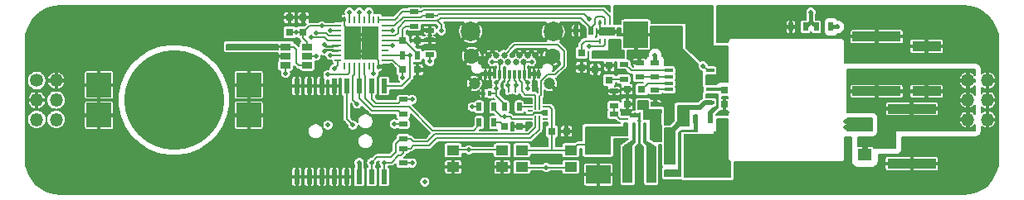
<source format=gbr>
G04 #@! TF.GenerationSoftware,KiCad,Pcbnew,(5.0.1)-rc2*
G04 #@! TF.CreationDate,2018-10-22T17:39:59-07:00*
G04 #@! TF.ProjectId,nixie_bottom_board,6E697869655F626F74746F6D5F626F61,rev?*
G04 #@! TF.SameCoordinates,Original*
G04 #@! TF.FileFunction,Copper,L1,Top*
G04 #@! TF.FilePolarity,Positive*
%FSLAX46Y46*%
G04 Gerber Fmt 4.6, Leading zero omitted, Abs format (unit mm)*
G04 Created by KiCad (PCBNEW (5.0.1)-rc2) date 10/22/2018 5:39:59 PM*
%MOMM*%
%LPD*%
G01*
G04 APERTURE LIST*
G04 #@! TA.AperFunction,SMDPad,CuDef*
%ADD10R,0.500000X0.900000*%
G04 #@! TD*
G04 #@! TA.AperFunction,SMDPad,CuDef*
%ADD11R,1.725000X1.725000*%
G04 #@! TD*
G04 #@! TA.AperFunction,SMDPad,CuDef*
%ADD12R,0.250000X0.700000*%
G04 #@! TD*
G04 #@! TA.AperFunction,SMDPad,CuDef*
%ADD13R,0.700000X0.250000*%
G04 #@! TD*
G04 #@! TA.AperFunction,SMDPad,CuDef*
%ADD14R,1.000000X3.800000*%
G04 #@! TD*
G04 #@! TA.AperFunction,SMDPad,CuDef*
%ADD15R,0.750000X0.800000*%
G04 #@! TD*
G04 #@! TA.AperFunction,BGAPad,CuDef*
%ADD16C,10.200000*%
G04 #@! TD*
G04 #@! TA.AperFunction,SMDPad,CuDef*
%ADD17R,2.500000X2.500000*%
G04 #@! TD*
G04 #@! TA.AperFunction,SMDPad,CuDef*
%ADD18R,0.800000X0.800000*%
G04 #@! TD*
G04 #@! TA.AperFunction,ComponentPad*
%ADD19C,1.200000*%
G04 #@! TD*
G04 #@! TA.AperFunction,ComponentPad*
%ADD20C,0.650000*%
G04 #@! TD*
G04 #@! TA.AperFunction,ComponentPad*
%ADD21C,2.000000*%
G04 #@! TD*
G04 #@! TA.AperFunction,ComponentPad*
%ADD22C,1.600000*%
G04 #@! TD*
G04 #@! TA.AperFunction,SMDPad,CuDef*
%ADD23R,0.300000X0.900000*%
G04 #@! TD*
G04 #@! TA.AperFunction,SMDPad,CuDef*
%ADD24R,0.800000X0.750000*%
G04 #@! TD*
G04 #@! TA.AperFunction,SMDPad,CuDef*
%ADD25R,0.600000X1.500000*%
G04 #@! TD*
G04 #@! TA.AperFunction,ComponentPad*
%ADD26C,1.350000*%
G04 #@! TD*
G04 #@! TA.AperFunction,ComponentPad*
%ADD27O,1.350000X1.350000*%
G04 #@! TD*
G04 #@! TA.AperFunction,SMDPad,CuDef*
%ADD28R,0.200000X0.700000*%
G04 #@! TD*
G04 #@! TA.AperFunction,SMDPad,CuDef*
%ADD29R,0.500000X0.200000*%
G04 #@! TD*
G04 #@! TA.AperFunction,SMDPad,CuDef*
%ADD30R,0.250000X1.800000*%
G04 #@! TD*
G04 #@! TA.AperFunction,SMDPad,CuDef*
%ADD31R,0.600000X0.250000*%
G04 #@! TD*
G04 #@! TA.AperFunction,SMDPad,CuDef*
%ADD32R,0.250000X0.600000*%
G04 #@! TD*
G04 #@! TA.AperFunction,SMDPad,CuDef*
%ADD33R,1.300000X1.000000*%
G04 #@! TD*
G04 #@! TA.AperFunction,SMDPad,CuDef*
%ADD34R,0.200000X0.200000*%
G04 #@! TD*
G04 #@! TA.AperFunction,SMDPad,CuDef*
%ADD35R,0.300000X0.550000*%
G04 #@! TD*
G04 #@! TA.AperFunction,SMDPad,CuDef*
%ADD36R,2.550000X2.700000*%
G04 #@! TD*
G04 #@! TA.AperFunction,SMDPad,CuDef*
%ADD37R,2.500000X1.950000*%
G04 #@! TD*
G04 #@! TA.AperFunction,SMDPad,CuDef*
%ADD38R,1.150000X0.700000*%
G04 #@! TD*
G04 #@! TA.AperFunction,SMDPad,CuDef*
%ADD39R,3.300000X4.200000*%
G04 #@! TD*
G04 #@! TA.AperFunction,SMDPad,CuDef*
%ADD40R,1.300000X4.700000*%
G04 #@! TD*
G04 #@! TA.AperFunction,SMDPad,CuDef*
%ADD41R,1.250000X1.000000*%
G04 #@! TD*
G04 #@! TA.AperFunction,SMDPad,CuDef*
%ADD42R,3.000000X1.000000*%
G04 #@! TD*
G04 #@! TA.AperFunction,SMDPad,CuDef*
%ADD43R,5.000000X1.000000*%
G04 #@! TD*
G04 #@! TA.AperFunction,SMDPad,CuDef*
%ADD44R,0.900000X0.500000*%
G04 #@! TD*
G04 #@! TA.AperFunction,ComponentPad*
%ADD45C,0.800000*%
G04 #@! TD*
G04 #@! TA.AperFunction,ComponentPad*
%ADD46C,4.500000*%
G04 #@! TD*
G04 #@! TA.AperFunction,ComponentPad*
%ADD47C,5.000000*%
G04 #@! TD*
G04 #@! TA.AperFunction,SMDPad,CuDef*
%ADD48R,0.700000X1.300000*%
G04 #@! TD*
G04 #@! TA.AperFunction,SMDPad,CuDef*
%ADD49R,1.060000X0.650000*%
G04 #@! TD*
G04 #@! TA.AperFunction,SMDPad,CuDef*
%ADD50R,0.825000X0.712500*%
G04 #@! TD*
G04 #@! TA.AperFunction,SMDPad,CuDef*
%ADD51R,0.890000X0.420000*%
G04 #@! TD*
G04 #@! TA.AperFunction,SMDPad,CuDef*
%ADD52R,1.400000X1.200000*%
G04 #@! TD*
G04 #@! TA.AperFunction,SMDPad,CuDef*
%ADD53R,0.700000X0.900000*%
G04 #@! TD*
G04 #@! TA.AperFunction,SMDPad,CuDef*
%ADD54R,0.250000X0.500000*%
G04 #@! TD*
G04 #@! TA.AperFunction,SMDPad,CuDef*
%ADD55R,1.600000X0.900000*%
G04 #@! TD*
G04 #@! TA.AperFunction,ViaPad*
%ADD56C,0.508000*%
G04 #@! TD*
G04 #@! TA.AperFunction,Conductor*
%ADD57C,0.200000*%
G04 #@! TD*
G04 #@! TA.AperFunction,Conductor*
%ADD58C,0.300000*%
G04 #@! TD*
G04 #@! TA.AperFunction,Conductor*
%ADD59C,0.400000*%
G04 #@! TD*
G04 #@! TA.AperFunction,Conductor*
%ADD60C,0.150000*%
G04 #@! TD*
G04 #@! TA.AperFunction,Conductor*
%ADD61C,0.250000*%
G04 #@! TD*
G04 #@! TA.AperFunction,Conductor*
%ADD62C,0.127000*%
G04 #@! TD*
G04 #@! TA.AperFunction,Conductor*
%ADD63C,0.100000*%
G04 #@! TD*
G04 APERTURE END LIST*
D10*
G04 #@! TO.P,R20,1*
G04 #@! TO.N,/HV_OUT*
X182550000Y-92500000D03*
G04 #@! TO.P,R20,2*
G04 #@! TO.N,Net-(R20-Pad2)*
X181050000Y-92500000D03*
G04 #@! TD*
G04 #@! TO.P,R21,2*
G04 #@! TO.N,Net-(R20-Pad2)*
X179950000Y-92500000D03*
G04 #@! TO.P,R21,1*
G04 #@! TO.N,/GND*
X178450000Y-92500000D03*
G04 #@! TD*
D11*
G04 #@! TO.P,U2,33*
G04 #@! TO.N,/GND*
X135512500Y-95012500D03*
X135512500Y-93287500D03*
X133787500Y-95012500D03*
X133787500Y-93287500D03*
D12*
G04 #@! TO.P,U2,32*
X136400000Y-96550000D03*
G04 #@! TO.P,U2,31*
G04 #@! TO.N,Net-(R2-Pad1)*
X135900000Y-96550000D03*
G04 #@! TO.P,U2,30*
G04 #@! TO.N,Net-(U2-Pad30)*
X135400000Y-96550000D03*
G04 #@! TO.P,U2,29*
G04 #@! TO.N,/LED*
X134900000Y-96550000D03*
G04 #@! TO.P,U2,28*
G04 #@! TO.N,/RTC*
X134400000Y-96550000D03*
G04 #@! TO.P,U2,27*
G04 #@! TO.N,/USB*
X133900000Y-96550000D03*
G04 #@! TO.P,U2,26*
G04 #@! TO.N,/SWO*
X133400000Y-96550000D03*
G04 #@! TO.P,U2,25*
G04 #@! TO.N,Net-(U2-Pad25)*
X132900000Y-96550000D03*
D13*
G04 #@! TO.P,U2,24*
G04 #@! TO.N,/SWCLK*
X132250000Y-95900000D03*
G04 #@! TO.P,U2,23*
G04 #@! TO.N,/SWDIO*
X132250000Y-95400000D03*
G04 #@! TO.P,U2,22*
G04 #@! TO.N,/USB_P*
X132250000Y-94900000D03*
G04 #@! TO.P,U2,21*
G04 #@! TO.N,/USB_N*
X132250000Y-94400000D03*
G04 #@! TO.P,U2,20*
G04 #@! TO.N,/SDA*
X132250000Y-93900000D03*
G04 #@! TO.P,U2,19*
G04 #@! TO.N,/SCL*
X132250000Y-93400000D03*
G04 #@! TO.P,U2,18*
G04 #@! TO.N,/MCO*
X132250000Y-92900000D03*
G04 #@! TO.P,U2,17*
G04 #@! TO.N,/VDD*
X132250000Y-92400000D03*
D12*
G04 #@! TO.P,U2,16*
G04 #@! TO.N,/GND*
X132900000Y-91750000D03*
G04 #@! TO.P,U2,15*
G04 #@! TO.N,/AMP_EN*
X133400000Y-91750000D03*
G04 #@! TO.P,U2,14*
G04 #@! TO.N,Net-(U2-Pad14)*
X133900000Y-91750000D03*
G04 #@! TO.P,U2,13*
G04 #@! TO.N,/NIXIE_EN*
X134400000Y-91750000D03*
G04 #@! TO.P,U2,12*
G04 #@! TO.N,Net-(U2-Pad12)*
X134900000Y-91750000D03*
G04 #@! TO.P,U2,11*
G04 #@! TO.N,/DAC*
X135400000Y-91750000D03*
G04 #@! TO.P,U2,10*
G04 #@! TO.N,Net-(U2-Pad10)*
X135900000Y-91750000D03*
G04 #@! TO.P,U2,9*
G04 #@! TO.N,/FAULT*
X136400000Y-91750000D03*
D13*
G04 #@! TO.P,U2,8*
G04 #@! TO.N,/HV_EN*
X137050000Y-92400000D03*
G04 #@! TO.P,U2,7*
G04 #@! TO.N,Net-(R20-Pad2)*
X137050000Y-92900000D03*
G04 #@! TO.P,U2,6*
G04 #@! TO.N,/ILM*
X137050000Y-93400000D03*
G04 #@! TO.P,U2,5*
G04 #@! TO.N,/VDD*
X137050000Y-93900000D03*
G04 #@! TO.P,U2,4*
G04 #@! TO.N,/NRST*
X137050000Y-94400000D03*
G04 #@! TO.P,U2,3*
G04 #@! TO.N,Net-(U2-Pad3)*
X137050000Y-94900000D03*
G04 #@! TO.P,U2,2*
G04 #@! TO.N,/32kHz*
X137050000Y-95400000D03*
G04 #@! TO.P,U2,1*
G04 #@! TO.N,/VDD*
X137050000Y-95900000D03*
G04 #@! TD*
D14*
G04 #@! TO.P,L1,1*
G04 #@! TO.N,Net-(L1-Pad1)*
X164200000Y-106600000D03*
G04 #@! TO.P,L1,2*
G04 #@! TO.N,Net-(L1-Pad2)*
X161800000Y-106600000D03*
G04 #@! TD*
D15*
G04 #@! TO.P,C17,1*
G04 #@! TO.N,Net-(C17-Pad1)*
X157100000Y-95150000D03*
G04 #@! TO.P,C17,2*
G04 #@! TO.N,/GND*
X157100000Y-96650000D03*
G04 #@! TD*
D16*
G04 #@! TO.P,BT1,1*
G04 #@! TO.N,Net-(BT1-Pad1)*
X115500000Y-100000000D03*
D17*
G04 #@! TO.P,BT1,2*
G04 #@! TO.N,/GND*
X107850000Y-101550000D03*
X107850000Y-98450000D03*
X123150000Y-101550000D03*
X123150000Y-98450000D03*
G04 #@! TD*
D18*
G04 #@! TO.P,D5,1*
G04 #@! TO.N,/GND*
X150800000Y-102700000D03*
G04 #@! TO.P,D5,2*
G04 #@! TO.N,Net-(D5-Pad2)*
X149200000Y-102700000D03*
G04 #@! TD*
D10*
G04 #@! TO.P,R13,2*
G04 #@! TO.N,Net-(D5-Pad2)*
X148150000Y-102300000D03*
G04 #@! TO.P,R13,1*
G04 #@! TO.N,/LED*
X146650000Y-102300000D03*
G04 #@! TD*
D19*
G04 #@! TO.P,J1,S1*
G04 #@! TO.N,/GND*
X146155000Y-98310000D03*
X153845000Y-98310000D03*
D20*
G04 #@! TO.P,J1,B11*
X152400000Y-95410000D03*
G04 #@! TO.P,J1,B10*
X151600000Y-95410000D03*
G04 #@! TO.P,J1,B8*
X150800000Y-95410000D03*
G04 #@! TO.P,J1,B5*
G04 #@! TO.N,/CC2*
X149200000Y-95410000D03*
G04 #@! TO.P,J1,B3*
G04 #@! TO.N,/GND*
X148400000Y-95410000D03*
G04 #@! TO.P,J1,B2*
X147600000Y-95410000D03*
G04 #@! TO.P,J1,B12*
X152800000Y-96110000D03*
G04 #@! TO.P,J1,B9*
G04 #@! TO.N,/VBUS*
X151200000Y-96110000D03*
G04 #@! TO.P,J1,B7*
G04 #@! TO.N,/USB_N*
X150400000Y-96110000D03*
G04 #@! TO.P,J1,B6*
G04 #@! TO.N,/USB_P*
X149600000Y-96110000D03*
G04 #@! TO.P,J1,B4*
G04 #@! TO.N,/VBUS*
X148800000Y-96110000D03*
G04 #@! TO.P,J1,B1*
G04 #@! TO.N,/GND*
X147200000Y-96110000D03*
D21*
G04 #@! TO.P,J1,S1*
X154220000Y-92995000D03*
X145780000Y-92995000D03*
D22*
X145870000Y-95510000D03*
D23*
G04 #@! TO.P,J1,A11*
X147750000Y-97330000D03*
G04 #@! TO.P,J1,A8*
X149250000Y-97330000D03*
G04 #@! TO.P,J1,A9*
G04 #@! TO.N,/VBUS*
X148750000Y-97330000D03*
G04 #@! TO.P,J1,A10*
G04 #@! TO.N,/GND*
X148250000Y-97330000D03*
G04 #@! TO.P,J1,A12*
X147250000Y-97330000D03*
G04 #@! TO.P,J1,A7*
G04 #@! TO.N,/USB_N*
X149750000Y-97330000D03*
G04 #@! TO.P,J1,A6*
G04 #@! TO.N,/USB_P*
X150250000Y-97330000D03*
G04 #@! TO.P,J1,A5*
G04 #@! TO.N,/CC1*
X150750000Y-97330000D03*
G04 #@! TO.P,J1,A4*
G04 #@! TO.N,/VBUS*
X151250000Y-97330000D03*
G04 #@! TO.P,J1,A3*
G04 #@! TO.N,/GND*
X151750000Y-97330000D03*
G04 #@! TO.P,J1,A2*
X152250000Y-97330000D03*
G04 #@! TO.P,J1,A1*
X152750000Y-97330000D03*
D22*
G04 #@! TO.P,J1,S1*
X154130000Y-95510000D03*
G04 #@! TD*
D24*
G04 #@! TO.P,C12,1*
G04 #@! TO.N,/VDD*
X138850000Y-96900000D03*
G04 #@! TO.P,C12,2*
G04 #@! TO.N,/GND*
X140350000Y-96900000D03*
G04 #@! TD*
G04 #@! TO.P,C13,2*
G04 #@! TO.N,/GND*
X140350000Y-93900000D03*
G04 #@! TO.P,C13,1*
G04 #@! TO.N,/VDD*
X138850000Y-93900000D03*
G04 #@! TD*
D25*
G04 #@! TO.P,U4,1*
G04 #@! TO.N,/32kHz*
X136945000Y-98550000D03*
G04 #@! TO.P,U4,2*
G04 #@! TO.N,/VDD*
X135675000Y-98550000D03*
G04 #@! TO.P,U4,3*
G04 #@! TO.N,/RTC*
X134405000Y-98550000D03*
G04 #@! TO.P,U4,4*
G04 #@! TO.N,/NRST*
X133135000Y-98550000D03*
G04 #@! TO.P,U4,5*
G04 #@! TO.N,/GND*
X131865000Y-98550000D03*
G04 #@! TO.P,U4,6*
X130595000Y-98550000D03*
G04 #@! TO.P,U4,7*
X129325000Y-98550000D03*
G04 #@! TO.P,U4,8*
X128055000Y-98550000D03*
G04 #@! TO.P,U4,9*
X128055000Y-107850000D03*
G04 #@! TO.P,U4,10*
X129325000Y-107850000D03*
G04 #@! TO.P,U4,11*
X130595000Y-107850000D03*
G04 #@! TO.P,U4,12*
X131865000Y-107850000D03*
G04 #@! TO.P,U4,13*
X133135000Y-107850000D03*
G04 #@! TO.P,U4,14*
G04 #@! TO.N,Net-(BT1-Pad1)*
X134405000Y-107850000D03*
G04 #@! TO.P,U4,15*
G04 #@! TO.N,/SDA*
X135675000Y-107850000D03*
G04 #@! TO.P,U4,16*
G04 #@! TO.N,/SCL*
X136945000Y-107850000D03*
G04 #@! TD*
D10*
G04 #@! TO.P,R1,1*
G04 #@! TO.N,/VBUS*
X149250000Y-100700000D03*
G04 #@! TO.P,R1,2*
G04 #@! TO.N,Net-(R1-Pad2)*
X150750000Y-100700000D03*
G04 #@! TD*
D26*
G04 #@! TO.P,J4,1*
G04 #@! TO.N,/VNIXIE*
X101500000Y-98000000D03*
D27*
G04 #@! TO.P,J4,2*
G04 #@! TO.N,/GND*
X103500000Y-98000000D03*
G04 #@! TO.P,J4,3*
X101500000Y-100000000D03*
G04 #@! TO.P,J4,4*
G04 #@! TO.N,/SCL*
X103500000Y-100000000D03*
G04 #@! TO.P,J4,5*
G04 #@! TO.N,/NIXIE_EN*
X101500000Y-102000000D03*
G04 #@! TO.P,J4,6*
G04 #@! TO.N,/SDA*
X103500000Y-102000000D03*
G04 #@! TD*
D26*
G04 #@! TO.P,J3,1*
G04 #@! TO.N,/HV_OUT*
X196500000Y-98000000D03*
D27*
G04 #@! TO.P,J3,2*
G04 #@! TO.N,/GND*
X198500000Y-98000000D03*
G04 #@! TO.P,J3,3*
G04 #@! TO.N,/HV_OUT*
X196500000Y-100000000D03*
G04 #@! TO.P,J3,4*
G04 #@! TO.N,/GND*
X198500000Y-100000000D03*
G04 #@! TO.P,J3,5*
G04 #@! TO.N,/HV_OUT*
X196500000Y-102000000D03*
G04 #@! TO.P,J3,6*
G04 #@! TO.N,/GND*
X198500000Y-102000000D03*
G04 #@! TD*
D28*
G04 #@! TO.P,U1,1*
G04 #@! TO.N,/CC2*
X152800000Y-100650000D03*
G04 #@! TO.P,U1,2*
G04 #@! TO.N,/CC1*
X152400000Y-100650000D03*
D29*
G04 #@! TO.P,U1,3*
G04 #@! TO.N,Net-(R1-Pad2)*
X151850000Y-100700000D03*
G04 #@! TO.P,U1,4*
G04 #@! TO.N,Net-(U1-Pad4)*
X151850000Y-101100000D03*
G04 #@! TO.P,U1,5*
G04 #@! TO.N,/GND*
X151850000Y-101500000D03*
G04 #@! TO.P,U1,6*
G04 #@! TO.N,/USB*
X151850000Y-101900000D03*
D28*
G04 #@! TO.P,U1,7*
G04 #@! TO.N,/SDA*
X152400000Y-101950000D03*
G04 #@! TO.P,U1,8*
G04 #@! TO.N,/SCL*
X152800000Y-101950000D03*
D29*
G04 #@! TO.P,U1,9*
G04 #@! TO.N,Net-(U1-Pad9)*
X153350000Y-101900000D03*
G04 #@! TO.P,U1,10*
G04 #@! TO.N,/GND*
X153350000Y-101500000D03*
G04 #@! TO.P,U1,11*
X153350000Y-101100000D03*
G04 #@! TO.P,U1,12*
G04 #@! TO.N,/VDD*
X153350000Y-100700000D03*
G04 #@! TD*
D30*
G04 #@! TO.P,U3,1*
G04 #@! TO.N,Net-(L1-Pad2)*
X162500000Y-103250000D03*
G04 #@! TO.P,U3,2*
G04 #@! TO.N,/GND*
X163000000Y-103250000D03*
G04 #@! TO.P,U3,3*
G04 #@! TO.N,Net-(L1-Pad1)*
X163500000Y-103250000D03*
D31*
G04 #@! TO.P,U3,4*
G04 #@! TO.N,/VBUS*
X164400000Y-103450000D03*
G04 #@! TO.P,U3,5*
X164400000Y-102950000D03*
G04 #@! TO.P,U3,6*
X164400000Y-102450000D03*
G04 #@! TO.P,U3,7*
X164400000Y-101950000D03*
D32*
G04 #@! TO.P,U3,8*
X163500000Y-101550000D03*
G04 #@! TO.P,U3,9*
G04 #@! TO.N,/GND*
X163000000Y-101550000D03*
G04 #@! TO.P,U3,10*
X162500000Y-101550000D03*
D31*
G04 #@! TO.P,U3,11*
G04 #@! TO.N,Net-(R16-Pad1)*
X161600000Y-101950000D03*
G04 #@! TO.P,U3,12*
G04 #@! TO.N,/VDD*
X161600000Y-102450000D03*
G04 #@! TO.P,U3,13*
X161600000Y-102950000D03*
G04 #@! TO.P,U3,14*
X161600000Y-103450000D03*
G04 #@! TD*
D33*
G04 #@! TO.P,SW1,1*
G04 #@! TO.N,/GND*
X149000000Y-106850000D03*
G04 #@! TO.P,SW1,2*
G04 #@! TO.N,/NRST*
X149000000Y-105150000D03*
X144000000Y-105140000D03*
G04 #@! TO.P,SW1,1*
G04 #@! TO.N,/GND*
X144000000Y-106850000D03*
G04 #@! TD*
G04 #@! TO.P,SW2,1*
G04 #@! TO.N,Net-(R2-Pad1)*
X156000000Y-106850000D03*
G04 #@! TO.P,SW2,2*
G04 #@! TO.N,/VDD*
X156000000Y-105150000D03*
X151000000Y-105140000D03*
G04 #@! TO.P,SW2,1*
G04 #@! TO.N,Net-(R2-Pad1)*
X151000000Y-106850000D03*
G04 #@! TD*
D34*
G04 #@! TO.P,D2,3*
G04 #@! TO.N,/CC2*
X152940000Y-99450000D03*
G04 #@! TO.P,D2,2*
G04 #@! TO.N,/CC1*
X152260000Y-99450000D03*
G04 #@! TO.P,D2,1*
G04 #@! TO.N,/GND*
X152600000Y-99150000D03*
G04 #@! TD*
G04 #@! TO.P,D3,3*
G04 #@! TO.N,/USB_N*
X149660000Y-99150000D03*
G04 #@! TO.P,D3,2*
G04 #@! TO.N,/USB_P*
X150340000Y-99150000D03*
G04 #@! TO.P,D3,1*
G04 #@! TO.N,/GND*
X150000000Y-99450000D03*
G04 #@! TD*
D35*
G04 #@! TO.P,D1,2*
G04 #@! TO.N,/GND*
X147050000Y-99300000D03*
G04 #@! TO.P,D1,1*
G04 #@! TO.N,/VBUS*
X147750000Y-99300000D03*
G04 #@! TD*
D15*
G04 #@! TO.P,C16,2*
G04 #@! TO.N,/GND*
X127300000Y-91550000D03*
G04 #@! TO.P,C16,1*
G04 #@! TO.N,/VDD*
X127300000Y-93050000D03*
G04 #@! TD*
D10*
G04 #@! TO.P,R3,1*
G04 #@! TO.N,/VDD*
X146650000Y-100700000D03*
G04 #@! TO.P,R3,2*
G04 #@! TO.N,/USB*
X148150000Y-100700000D03*
G04 #@! TD*
D24*
G04 #@! TO.P,C3,1*
G04 #@! TO.N,/VBUS*
X163250000Y-100400000D03*
G04 #@! TO.P,C3,2*
G04 #@! TO.N,/GND*
X161750000Y-100400000D03*
G04 #@! TD*
D36*
G04 #@! TO.P,C1,1*
G04 #@! TO.N,/GND*
X162650000Y-93300000D03*
G04 #@! TO.P,C1,2*
G04 #@! TO.N,/HV_IN*
X169000000Y-93300000D03*
G04 #@! TD*
D37*
G04 #@! TO.P,C11,2*
G04 #@! TO.N,/VDD*
X158800000Y-104575000D03*
G04 #@! TO.P,C11,1*
G04 #@! TO.N,/GND*
X158800000Y-107625000D03*
G04 #@! TD*
D38*
G04 #@! TO.P,Q1,2*
G04 #@! TO.N,Net-(Q1-Pad2)*
X166100000Y-107510000D03*
D39*
G04 #@! TO.P,Q1,1*
G04 #@! TO.N,Net-(Q1-Pad1)*
X169135000Y-105600000D03*
D40*
X171200000Y-105600000D03*
D38*
G04 #@! TO.P,Q1,3*
G04 #@! TO.N,Net-(Q1-Pad3)*
X166100000Y-106240000D03*
X166100000Y-103690000D03*
X166100000Y-104960000D03*
G04 #@! TD*
D15*
G04 #@! TO.P,C15,1*
G04 #@! TO.N,/GND*
X128700000Y-91550000D03*
G04 #@! TO.P,C15,2*
G04 #@! TO.N,/VDD*
X128700000Y-93050000D03*
G04 #@! TD*
D24*
G04 #@! TO.P,C14,1*
G04 #@! TO.N,/GND*
X155550000Y-103200000D03*
G04 #@! TO.P,C14,2*
G04 #@! TO.N,/VDD*
X154050000Y-103200000D03*
G04 #@! TD*
D15*
G04 #@! TO.P,C2,1*
G04 #@! TO.N,/VBUS*
X158500000Y-95350000D03*
G04 #@! TO.P,C2,2*
G04 #@! TO.N,/GND*
X158500000Y-96850000D03*
G04 #@! TD*
D24*
G04 #@! TO.P,C6,1*
G04 #@! TO.N,Net-(C6-Pad1)*
X163250000Y-98900000D03*
G04 #@! TO.P,C6,2*
G04 #@! TO.N,/GND*
X161750000Y-98900000D03*
G04 #@! TD*
D41*
G04 #@! TO.P,C4,2*
G04 #@! TO.N,/HV_IN*
X171500000Y-95600000D03*
G04 #@! TO.P,C4,1*
G04 #@! TO.N,/GND*
X171500000Y-93600000D03*
G04 #@! TD*
D42*
G04 #@! TO.P,C9,2*
G04 #@! TO.N,/HV_OUT*
X192300000Y-99100000D03*
G04 #@! TO.P,C9,1*
G04 #@! TO.N,/GND*
X192300000Y-94500000D03*
G04 #@! TD*
D43*
G04 #@! TO.P,C8,2*
G04 #@! TO.N,/HV_OUT*
X190800000Y-100900000D03*
G04 #@! TO.P,C8,1*
G04 #@! TO.N,/GND*
X190800000Y-106500000D03*
G04 #@! TD*
D44*
G04 #@! TO.P,R19,1*
G04 #@! TO.N,/RTC*
X138900000Y-101450000D03*
G04 #@! TO.P,R19,2*
G04 #@! TO.N,/VDD*
X138900000Y-99950000D03*
G04 #@! TD*
D10*
G04 #@! TO.P,R18,1*
G04 #@! TO.N,/VDD*
X140350000Y-95400000D03*
G04 #@! TO.P,R18,2*
G04 #@! TO.N,/32kHz*
X138850000Y-95400000D03*
G04 #@! TD*
D44*
G04 #@! TO.P,R17,1*
G04 #@! TO.N,/GND*
X160400000Y-99050000D03*
G04 #@! TO.P,R17,2*
G04 #@! TO.N,Net-(R16-Pad1)*
X160400000Y-100550000D03*
G04 #@! TD*
G04 #@! TO.P,R16,1*
G04 #@! TO.N,Net-(R16-Pad1)*
X160400000Y-101450000D03*
G04 #@! TO.P,R16,2*
G04 #@! TO.N,/VDD*
X160400000Y-102950000D03*
G04 #@! TD*
D45*
G04 #@! TO.P,MH1,1*
G04 #@! TO.N,/GND*
X104237437Y-91862563D03*
X104750000Y-93100000D03*
X104237437Y-94337437D03*
X103000000Y-94850000D03*
X101762563Y-94337437D03*
X101250000Y-93100000D03*
X101762563Y-91862563D03*
X103000000Y-91350000D03*
D46*
X103000000Y-93100000D03*
G04 #@! TD*
G04 #@! TO.P,MH2,1*
G04 #@! TO.N,/GND*
X103000000Y-107000000D03*
D45*
X103000000Y-105250000D03*
X101762563Y-105762563D03*
X101250000Y-107000000D03*
X101762563Y-108237437D03*
X103000000Y-108750000D03*
X104237437Y-108237437D03*
X104750000Y-107000000D03*
X104237437Y-105762563D03*
G04 #@! TD*
G04 #@! TO.P,MH3,1*
G04 #@! TO.N,/GND*
X198237437Y-91762563D03*
X198750000Y-93000000D03*
X198237437Y-94237437D03*
X197000000Y-94750000D03*
X195762563Y-94237437D03*
X195250000Y-93000000D03*
X195762563Y-91762563D03*
X197000000Y-91250000D03*
D46*
X197000000Y-93000000D03*
G04 #@! TD*
G04 #@! TO.P,MH4,1*
G04 #@! TO.N,/GND*
X197000000Y-107200000D03*
D45*
X197000000Y-105450000D03*
X195762563Y-105962563D03*
X195250000Y-107200000D03*
X195762563Y-108437437D03*
X197000000Y-108950000D03*
X198237437Y-108437437D03*
X198750000Y-107200000D03*
X198237437Y-105962563D03*
G04 #@! TD*
D47*
G04 #@! TO.P,MH6,1*
G04 #@! TO.N,/GND*
X157000000Y-100000000D03*
D45*
X158875000Y-100000000D03*
X158325825Y-101325825D03*
X157000000Y-101875000D03*
X155674175Y-101325825D03*
X155125000Y-100000000D03*
X155674175Y-98674175D03*
X157000000Y-98125000D03*
X158325825Y-98674175D03*
G04 #@! TD*
G04 #@! TO.P,MH5,1*
G04 #@! TO.N,/GND*
X144325825Y-98674175D03*
X143000000Y-98125000D03*
X141674175Y-98674175D03*
X141125000Y-100000000D03*
X141674175Y-101325825D03*
X143000000Y-101875000D03*
X144325825Y-101325825D03*
X144875000Y-100000000D03*
D47*
X143000000Y-100000000D03*
G04 #@! TD*
D15*
G04 #@! TO.P,C5,2*
G04 #@! TO.N,/GND*
X159900000Y-96450000D03*
G04 #@! TO.P,C5,1*
G04 #@! TO.N,Net-(C5-Pad1)*
X159900000Y-97950000D03*
G04 #@! TD*
G04 #@! TO.P,C7,2*
G04 #@! TO.N,/GND*
X171700000Y-100450000D03*
G04 #@! TO.P,C7,1*
G04 #@! TO.N,Net-(C7-Pad1)*
X171700000Y-98950000D03*
G04 #@! TD*
D44*
G04 #@! TO.P,R9,1*
G04 #@! TO.N,/GND*
X163000000Y-96150000D03*
G04 #@! TO.P,R9,2*
G04 #@! TO.N,Net-(R10-Pad2)*
X163000000Y-97650000D03*
G04 #@! TD*
G04 #@! TO.P,R6,1*
G04 #@! TO.N,/GND*
X164600000Y-100450000D03*
G04 #@! TO.P,R6,2*
G04 #@! TO.N,Net-(R6-Pad2)*
X164600000Y-98950000D03*
G04 #@! TD*
G04 #@! TO.P,R7,1*
G04 #@! TO.N,Net-(R7-Pad1)*
X161400000Y-96350000D03*
G04 #@! TO.P,R7,2*
G04 #@! TO.N,Net-(C5-Pad1)*
X161400000Y-97850000D03*
G04 #@! TD*
G04 #@! TO.P,R5,1*
G04 #@! TO.N,/SCL*
X138900000Y-104950000D03*
G04 #@! TO.P,R5,2*
G04 #@! TO.N,/VDD*
X138900000Y-106450000D03*
G04 #@! TD*
G04 #@! TO.P,R2,1*
G04 #@! TO.N,Net-(R2-Pad1)*
X141600000Y-95350000D03*
G04 #@! TO.P,R2,2*
G04 #@! TO.N,/GND*
X141600000Y-93850000D03*
G04 #@! TD*
D10*
G04 #@! TO.P,R8,1*
G04 #@! TO.N,Net-(Q1-Pad2)*
X168750000Y-101900000D03*
G04 #@! TO.P,R8,2*
G04 #@! TO.N,Net-(R8-Pad2)*
X170250000Y-101900000D03*
G04 #@! TD*
D44*
G04 #@! TO.P,R10,2*
G04 #@! TO.N,Net-(R10-Pad2)*
X164600000Y-97650000D03*
G04 #@! TO.P,R10,1*
G04 #@! TO.N,/HV_OUT*
X164600000Y-96150000D03*
G04 #@! TD*
D43*
G04 #@! TO.P,C10,1*
G04 #@! TO.N,/GND*
X187200000Y-93500000D03*
G04 #@! TO.P,C10,2*
G04 #@! TO.N,/HV_OUT*
X187200000Y-99100000D03*
G04 #@! TD*
D44*
G04 #@! TO.P,R4,1*
G04 #@! TO.N,/SDA*
X138900000Y-103950000D03*
G04 #@! TO.P,R4,2*
G04 #@! TO.N,/VDD*
X138900000Y-102450000D03*
G04 #@! TD*
D48*
G04 #@! TO.P,R11,2*
G04 #@! TO.N,Net-(Q1-Pad3)*
X167750000Y-101900000D03*
G04 #@! TO.P,R11,1*
G04 #@! TO.N,/GND*
X165850000Y-101900000D03*
G04 #@! TD*
D49*
G04 #@! TO.P,U5,1*
G04 #@! TO.N,/VNIXIE*
X126900000Y-94550000D03*
G04 #@! TO.P,U5,2*
G04 #@! TO.N,/GND*
X126900000Y-95500000D03*
G04 #@! TO.P,U5,3*
G04 #@! TO.N,/DAC*
X126900000Y-96450000D03*
G04 #@! TO.P,U5,4*
G04 #@! TO.N,/VNIXIE*
X129100000Y-96450000D03*
G04 #@! TO.P,U5,6*
G04 #@! TO.N,/VDD*
X129100000Y-94550000D03*
G04 #@! TO.P,U5,5*
G04 #@! TO.N,/AMP_EN*
X129100000Y-95500000D03*
G04 #@! TD*
D50*
G04 #@! TO.P,U6,13*
G04 #@! TO.N,/GND*
X167687500Y-97531250D03*
X167687500Y-98243750D03*
X167687500Y-98956250D03*
X167687500Y-99668750D03*
X168512500Y-97531250D03*
X168512500Y-98243750D03*
X168512500Y-98956250D03*
X168512500Y-99668750D03*
D51*
G04 #@! TO.P,U6,12*
G04 #@! TO.N,/HV_EN*
X170205000Y-96975000D03*
G04 #@! TO.P,U6,11*
G04 #@! TO.N,/HV_IN*
X170205000Y-97625000D03*
G04 #@! TO.P,U6,10*
X170205000Y-98275000D03*
G04 #@! TO.P,U6,9*
G04 #@! TO.N,Net-(C7-Pad1)*
X170205000Y-98925000D03*
G04 #@! TO.P,U6,8*
G04 #@! TO.N,Net-(R8-Pad2)*
X170205000Y-99575000D03*
G04 #@! TO.P,U6,7*
G04 #@! TO.N,Net-(Q1-Pad3)*
X170205000Y-100225000D03*
G04 #@! TO.P,U6,6*
G04 #@! TO.N,/GND*
X165995000Y-100225000D03*
G04 #@! TO.P,U6,5*
X165995000Y-99575000D03*
G04 #@! TO.P,U6,4*
G04 #@! TO.N,Net-(R6-Pad2)*
X165995000Y-98925000D03*
G04 #@! TO.P,U6,3*
G04 #@! TO.N,Net-(C6-Pad1)*
X165995000Y-98275000D03*
G04 #@! TO.P,U6,2*
G04 #@! TO.N,Net-(R10-Pad2)*
X165995000Y-97625000D03*
G04 #@! TO.P,U6,1*
G04 #@! TO.N,Net-(R7-Pad1)*
X165995000Y-96975000D03*
G04 #@! TD*
D52*
G04 #@! TO.P,D4,1*
G04 #@! TO.N,/HV_OUT*
X186000000Y-105550000D03*
G04 #@! TO.P,D4,2*
G04 #@! TO.N,Net-(D4-Pad2)*
X186000000Y-102450000D03*
G04 #@! TD*
D44*
G04 #@! TO.P,R12,2*
G04 #@! TO.N,/GND*
X141600000Y-92850000D03*
G04 #@! TO.P,R12,1*
G04 #@! TO.N,/HV_EN*
X141600000Y-91350000D03*
G04 #@! TD*
D10*
G04 #@! TO.P,R14,2*
G04 #@! TO.N,/GND*
X156550000Y-92900000D03*
G04 #@! TO.P,R14,1*
G04 #@! TO.N,/ILM*
X158050000Y-92900000D03*
G04 #@! TD*
D44*
G04 #@! TO.P,R15,1*
G04 #@! TO.N,/VDD*
X140000000Y-92450000D03*
G04 #@! TO.P,R15,2*
G04 #@! TO.N,/FAULT*
X140000000Y-90950000D03*
G04 #@! TD*
D53*
G04 #@! TO.P,U7,9*
G04 #@! TO.N,/GND*
X159250000Y-93000000D03*
X160150000Y-93000000D03*
D54*
G04 #@! TO.P,U7,6*
G04 #@! TO.N,/FAULT*
X159950000Y-92050000D03*
G04 #@! TO.P,U7,5*
G04 #@! TO.N,/HV_IN*
X160450000Y-92050000D03*
G04 #@! TO.P,U7,4*
G04 #@! TO.N,/VBUS*
X160450000Y-93950000D03*
G04 #@! TO.P,U7,2*
G04 #@! TO.N,/HV_EN*
X159450000Y-93950000D03*
G04 #@! TO.P,U7,1*
G04 #@! TO.N,Net-(C17-Pad1)*
X158950000Y-93950000D03*
D55*
G04 #@! TO.P,U7,9*
G04 #@! TO.N,/GND*
X159700000Y-93000000D03*
D54*
G04 #@! TO.P,U7,8*
X158950000Y-92050000D03*
G04 #@! TO.P,U7,7*
G04 #@! TO.N,/ILM*
X159450000Y-92050000D03*
G04 #@! TO.P,U7,3*
G04 #@! TO.N,/VBUS*
X159950000Y-93950000D03*
G04 #@! TD*
D56*
G04 #@! TO.N,Net-(Q1-Pad1)*
X171200000Y-105200000D03*
X171800000Y-105200000D03*
X171200000Y-104600000D03*
X171800000Y-104600000D03*
X171200000Y-104000000D03*
X171800000Y-104000000D03*
X171200000Y-103400000D03*
X171800000Y-103400000D03*
X171200000Y-102800000D03*
X171800000Y-102800000D03*
X171200000Y-102200000D03*
X171800000Y-102200000D03*
G04 #@! TO.N,/HV_OUT*
X164600000Y-95400000D03*
X190250000Y-99900000D03*
X183200000Y-92500000D03*
G04 #@! TO.N,/VBUS*
X165000000Y-101400000D03*
X164400000Y-101400000D03*
X165000000Y-102000000D03*
X165000000Y-102600000D03*
X165000000Y-103200000D03*
X160200000Y-94900000D03*
X159300000Y-95400000D03*
X159900000Y-95400000D03*
X160500000Y-95400000D03*
X161100000Y-95400000D03*
X160800000Y-94900000D03*
X151600000Y-98200000D03*
X151600000Y-98800000D03*
X148400000Y-98200000D03*
X148400000Y-98800000D03*
X148000000Y-96100000D03*
X165000000Y-103800000D03*
X152000000Y-96100000D03*
X163250000Y-100400000D03*
G04 #@! TO.N,/VDD*
X130600000Y-92400000D03*
X139800000Y-106450000D03*
X145950000Y-100700000D03*
X141100000Y-108400000D03*
X138000000Y-102450000D03*
X139800000Y-99950000D03*
X131230000Y-102565000D03*
X128000000Y-93050000D03*
X159600000Y-103100000D03*
X159000000Y-103100000D03*
X158400000Y-103100000D03*
X157800000Y-103100000D03*
X138850000Y-97700000D03*
X138850000Y-93900000D03*
G04 #@! TO.N,/VNIXIE*
X121200000Y-94550000D03*
G04 #@! TO.N,/SCL*
X130000000Y-93100000D03*
X136950000Y-106400000D03*
G04 #@! TO.N,/SDA*
X129500000Y-93600000D03*
X135675000Y-106400000D03*
G04 #@! TO.N,/HV_EN*
X169500000Y-96500000D03*
X157900000Y-94500000D03*
X157900000Y-91700000D03*
G04 #@! TO.N,/SWO*
X131225000Y-97400000D03*
G04 #@! TO.N,/NRST*
X137800000Y-94400000D03*
X145600000Y-105100000D03*
X133770000Y-102565000D03*
G04 #@! TO.N,/DAC*
X135400000Y-91000000D03*
X126900000Y-97250000D03*
G04 #@! TO.N,/USB_N*
X149600000Y-98500000D03*
X130900000Y-94325000D03*
G04 #@! TO.N,/USB_P*
X130900000Y-94975000D03*
X150400000Y-98500000D03*
G04 #@! TO.N,Net-(D4-Pad2)*
X184000000Y-102800000D03*
X184600000Y-102800000D03*
X185800000Y-102800000D03*
X186400000Y-102800000D03*
X186400000Y-102200000D03*
X185800000Y-102200000D03*
X184600000Y-102200000D03*
X184000000Y-102200000D03*
X185200000Y-102200000D03*
X185200000Y-102800000D03*
G04 #@! TO.N,/SWDIO*
X131500000Y-95400000D03*
G04 #@! TO.N,/SWCLK*
X131875000Y-96800000D03*
G04 #@! TO.N,/GND*
X134500000Y-93800000D03*
X133900000Y-93800000D03*
X133300000Y-93800000D03*
X134500000Y-95500000D03*
X133900000Y-95500000D03*
X133300000Y-95500000D03*
X171900000Y-101300000D03*
X171300000Y-101300000D03*
X167687500Y-99668750D03*
X168512500Y-99668750D03*
X168512500Y-98956250D03*
X167687500Y-98956250D03*
X167687500Y-98243750D03*
X168512500Y-98243750D03*
X168512500Y-97531250D03*
X167687500Y-97531250D03*
X128000000Y-92250000D03*
X166350000Y-100800000D03*
X165750000Y-100800000D03*
X164600000Y-99750000D03*
X164500000Y-92800000D03*
X162100000Y-95200000D03*
X162700000Y-95200000D03*
X163300000Y-95200000D03*
X132500000Y-102565000D03*
X129800000Y-101300000D03*
X130900000Y-96300000D03*
X137900000Y-97800000D03*
X157900000Y-106150000D03*
X158500000Y-106150000D03*
X159100000Y-106150000D03*
X159700000Y-106150000D03*
X163000000Y-105000000D03*
X163000000Y-105600000D03*
X163000000Y-106200000D03*
X163000000Y-106800000D03*
X163000000Y-107400000D03*
X165100000Y-92800000D03*
X164500000Y-93400000D03*
X165100000Y-93400000D03*
X150000000Y-100700000D03*
X165850000Y-96150000D03*
X166450000Y-96150000D03*
X166450000Y-95550000D03*
X165850000Y-95550000D03*
X151700000Y-102550000D03*
X172600000Y-93500000D03*
X173200000Y-93500000D03*
X173800000Y-93500000D03*
X174400000Y-93500000D03*
G04 #@! TO.N,/HV_IN*
X171800000Y-94800000D03*
X171200000Y-94800000D03*
X171200000Y-95400000D03*
X171800000Y-95400000D03*
X171800000Y-97200000D03*
X171800000Y-97800000D03*
X171200000Y-97200000D03*
X171200000Y-97800000D03*
X171800000Y-96600000D03*
X171200000Y-96600000D03*
X171200000Y-96000000D03*
X171800000Y-96000000D03*
G04 #@! TO.N,/USB*
X134200000Y-100400000D03*
X149250000Y-101700000D03*
G04 #@! TO.N,/ILM*
X142800000Y-92900000D03*
G04 #@! TO.N,/32kHz*
X139600000Y-95400000D03*
G04 #@! TO.N,/AMP_EN*
X130000000Y-95500000D03*
X133400000Y-91000000D03*
G04 #@! TO.N,Net-(BT1-Pad1)*
X114900000Y-100000000D03*
X115500000Y-100600000D03*
X115500000Y-99400000D03*
X134400000Y-106400000D03*
X116100000Y-100000000D03*
X115500000Y-100000000D03*
G04 #@! TO.N,/NIXIE_EN*
X134400000Y-91000000D03*
G04 #@! TO.N,/MCO*
X131500000Y-92900000D03*
G04 #@! TO.N,Net-(R2-Pad1)*
X135900000Y-97300000D03*
X153500000Y-106900000D03*
X141600000Y-96050000D03*
G04 #@! TO.N,Net-(R20-Pad2)*
X137800000Y-92900000D03*
X180500000Y-91000000D03*
G04 #@! TD*
D57*
G04 #@! TO.N,Net-(R1-Pad2)*
X150750000Y-100700000D02*
X151850000Y-100700000D01*
G04 #@! TO.N,Net-(R6-Pad2)*
X164625000Y-98925000D02*
X164600000Y-98950000D01*
X165995000Y-98925000D02*
X164625000Y-98925000D01*
D58*
G04 #@! TO.N,Net-(C7-Pad1)*
X171675000Y-98925000D02*
X171700000Y-98950000D01*
X170205000Y-98925000D02*
X171675000Y-98925000D01*
D59*
G04 #@! TO.N,/HV_OUT*
X164600000Y-96150000D02*
X164600000Y-95400000D01*
X182550000Y-92500000D02*
X183200000Y-92500000D01*
D57*
G04 #@! TO.N,/VBUS*
X148750000Y-96160000D02*
X148800000Y-96110000D01*
X148750000Y-97330000D02*
X148750000Y-96160000D01*
X151250000Y-97330000D02*
X151250000Y-96160000D01*
X151250000Y-96160000D02*
X151200000Y-96110000D01*
X151250000Y-97330000D02*
X151250000Y-97850000D01*
X151250000Y-97850000D02*
X151600000Y-98200000D01*
X151600000Y-98200000D02*
X151600000Y-98800000D01*
X148400000Y-98200000D02*
X148400000Y-98800000D01*
X149250000Y-100450000D02*
X149250000Y-100700000D01*
X148400000Y-99600000D02*
X149250000Y-100450000D01*
X147750000Y-99300000D02*
X148400000Y-99300000D01*
X148400000Y-98800000D02*
X148400000Y-99300000D01*
X148400000Y-99300000D02*
X148400000Y-99600000D01*
X148750000Y-97330000D02*
X148750000Y-97850000D01*
X148750000Y-97850000D02*
X148400000Y-98200000D01*
X148800000Y-96110000D02*
X148010000Y-96110000D01*
X148010000Y-96110000D02*
X148000000Y-96100000D01*
X151990000Y-96110000D02*
X152000000Y-96100000D01*
X151200000Y-96110000D02*
X151990000Y-96110000D01*
G04 #@! TO.N,/VDD*
X154000000Y-103150000D02*
X154050000Y-103200000D01*
X157925000Y-103900000D02*
X158800000Y-104775000D01*
X156000000Y-105150000D02*
X156150000Y-105150000D01*
X156725000Y-104575000D02*
X158800000Y-104575000D01*
X156150000Y-105150000D02*
X156725000Y-104575000D01*
X156000000Y-105150000D02*
X155950000Y-105150000D01*
X128700000Y-93650000D02*
X128700000Y-93050000D01*
X129100000Y-94550000D02*
X129100000Y-94050000D01*
X129100000Y-94050000D02*
X128700000Y-93650000D01*
X127300000Y-93050000D02*
X128000000Y-93050000D01*
X129350000Y-92400000D02*
X128700000Y-93050000D01*
X132250000Y-92400000D02*
X130600000Y-92400000D01*
X130600000Y-92400000D02*
X129350000Y-92400000D01*
X138900000Y-106450000D02*
X139800000Y-106450000D01*
X155990000Y-105140000D02*
X156000000Y-105150000D01*
X154050000Y-105090000D02*
X154100000Y-105140000D01*
X154050000Y-103200000D02*
X154050000Y-105090000D01*
X151000000Y-105140000D02*
X154100000Y-105140000D01*
X154100000Y-105140000D02*
X155990000Y-105140000D01*
X146650000Y-100700000D02*
X145950000Y-100700000D01*
X138900000Y-102450000D02*
X138000000Y-102450000D01*
X137050000Y-93900000D02*
X138650000Y-93900000D01*
X138900000Y-99950000D02*
X139800000Y-99950000D01*
X128000000Y-93050000D02*
X128700000Y-93050000D01*
X154050000Y-100900000D02*
X154050000Y-103200000D01*
X153350000Y-100700000D02*
X153850000Y-100700000D01*
X153850000Y-100700000D02*
X154050000Y-100900000D01*
X135675000Y-99875000D02*
X135675000Y-98550000D01*
X136100000Y-100300000D02*
X135675000Y-99875000D01*
X138400000Y-100300000D02*
X136100000Y-100300000D01*
X138900000Y-99950000D02*
X138750000Y-99950000D01*
X138750000Y-99950000D02*
X138400000Y-100300000D01*
X137850000Y-95900000D02*
X138850000Y-96900000D01*
X137050000Y-95900000D02*
X137850000Y-95900000D01*
X138850000Y-96900000D02*
X138850000Y-97700000D01*
X138850000Y-93900000D02*
X139000000Y-93900000D01*
X140350000Y-95250000D02*
X140350000Y-95400000D01*
X139000000Y-93900000D02*
X140350000Y-95250000D01*
X139150000Y-92450000D02*
X140000000Y-92450000D01*
X138850000Y-93900000D02*
X138850000Y-92750000D01*
X138850000Y-92750000D02*
X139150000Y-92450000D01*
G04 #@! TO.N,/VNIXIE*
X126900000Y-94550000D02*
X127750000Y-94550000D01*
X127750000Y-94550000D02*
X128000000Y-94800000D01*
X128000000Y-94800000D02*
X128000000Y-96200000D01*
X128250000Y-96450000D02*
X129100000Y-96450000D01*
X128000000Y-96200000D02*
X128250000Y-96450000D01*
G04 #@! TO.N,/SCL*
X130000000Y-93100000D02*
X131000000Y-93100000D01*
X131300000Y-93400000D02*
X132250000Y-93400000D01*
X131000000Y-93100000D02*
X131300000Y-93400000D01*
X136945000Y-107850000D02*
X136945000Y-106405000D01*
X136945000Y-106405000D02*
X136950000Y-106400000D01*
X138400000Y-105700000D02*
X138650000Y-105700000D01*
X138650000Y-105700000D02*
X138900000Y-105450000D01*
X138900000Y-105450000D02*
X138900000Y-104950000D01*
X136950000Y-106400000D02*
X137700000Y-106400000D01*
X137700000Y-106400000D02*
X138400000Y-105700000D01*
X152800000Y-103000000D02*
X152800000Y-101950000D01*
X139650000Y-104950000D02*
X139950000Y-104650000D01*
X138900000Y-104950000D02*
X139650000Y-104950000D01*
X139950000Y-104650000D02*
X141550000Y-104650000D01*
X142300000Y-103900000D02*
X151900000Y-103900000D01*
X141550000Y-104650000D02*
X142300000Y-103900000D01*
X151900000Y-103900000D02*
X152800000Y-103000000D01*
G04 #@! TO.N,/SDA*
X131200000Y-93900000D02*
X132250000Y-93900000D01*
X130900000Y-93600000D02*
X131200000Y-93900000D01*
X129500000Y-93600000D02*
X130900000Y-93600000D01*
X135675000Y-107850000D02*
X135675000Y-106400000D01*
X138650000Y-103950000D02*
X138900000Y-103950000D01*
X138150000Y-104450000D02*
X138650000Y-103950000D01*
X138150000Y-105350000D02*
X138150000Y-104450000D01*
X137650000Y-105850000D02*
X138150000Y-105350000D01*
X135675000Y-106400000D02*
X136225000Y-105850000D01*
X136225000Y-105850000D02*
X137650000Y-105850000D01*
X138950000Y-103950000D02*
X138900000Y-103950000D01*
X139650000Y-103950000D02*
X138950000Y-103950000D01*
X152400000Y-102800000D02*
X151700000Y-103500000D01*
X151700000Y-103500000D02*
X142100000Y-103500000D01*
X142100000Y-103500000D02*
X141350000Y-104250000D01*
X152400000Y-101950000D02*
X152400000Y-102800000D01*
X141350000Y-104250000D02*
X139950000Y-104250000D01*
X139950000Y-104250000D02*
X139650000Y-103950000D01*
G04 #@! TO.N,/HV_EN*
X170205000Y-96975000D02*
X169975000Y-96975000D01*
X169975000Y-96975000D02*
X169500000Y-96500000D01*
X159300000Y-94500000D02*
X157900000Y-94500000D01*
X159450000Y-93950000D02*
X159450000Y-94350000D01*
X159450000Y-94350000D02*
X159300000Y-94500000D01*
X142350000Y-91350000D02*
X141600000Y-91350000D01*
X142500000Y-91200000D02*
X142350000Y-91350000D01*
X157900000Y-91700000D02*
X157400000Y-91200000D01*
X157400000Y-91200000D02*
X142500000Y-91200000D01*
X140850000Y-91350000D02*
X141600000Y-91350000D01*
X140700000Y-91500000D02*
X140850000Y-91350000D01*
X138900000Y-91500000D02*
X140700000Y-91500000D01*
X137050000Y-92400000D02*
X138000000Y-92400000D01*
X138000000Y-92400000D02*
X138900000Y-91500000D01*
G04 #@! TO.N,Net-(R10-Pad2)*
X165970000Y-97650000D02*
X165995000Y-97625000D01*
X164600000Y-97650000D02*
X165970000Y-97650000D01*
X164600000Y-97650000D02*
X163000000Y-97650000D01*
G04 #@! TO.N,/SWO*
X133400000Y-97200000D02*
X133400000Y-96550000D01*
X133200000Y-97400000D02*
X133400000Y-97200000D01*
X131225000Y-97400000D02*
X133200000Y-97400000D01*
X131325000Y-97400000D02*
X131225000Y-97400000D01*
G04 #@! TO.N,/NRST*
X137050000Y-94400000D02*
X137800000Y-94400000D01*
X148990000Y-105140000D02*
X149000000Y-105150000D01*
X148950000Y-105100000D02*
X149000000Y-105150000D01*
X145600000Y-105100000D02*
X148950000Y-105100000D01*
X144040000Y-105100000D02*
X144000000Y-105140000D01*
X145600000Y-105100000D02*
X144040000Y-105100000D01*
X133135000Y-98550000D02*
X133135000Y-101930000D01*
X133135000Y-101930000D02*
X133770000Y-102565000D01*
G04 #@! TO.N,/CC1*
X152260000Y-99450000D02*
X152400000Y-99590000D01*
X152400000Y-99590000D02*
X152400000Y-100650000D01*
X151350000Y-99450000D02*
X152260000Y-99450000D01*
X151000000Y-99100000D02*
X151350000Y-99450000D01*
X151000000Y-98200000D02*
X151000000Y-99100000D01*
X150750000Y-97330000D02*
X150750000Y-97950000D01*
X150750000Y-97950000D02*
X151000000Y-98200000D01*
G04 #@! TO.N,/CC2*
X152800000Y-99590000D02*
X152800000Y-100650000D01*
X152940000Y-99450000D02*
X152800000Y-99590000D01*
D60*
X152940000Y-98060000D02*
X152940000Y-99450000D01*
X150260000Y-94350000D02*
X154650000Y-94350000D01*
X149200000Y-95410000D02*
X150260000Y-94350000D01*
X154650000Y-94350000D02*
X155300000Y-95000000D01*
X153600000Y-97400000D02*
X152940000Y-98060000D01*
X155300000Y-95000000D02*
X155300000Y-96500000D01*
X155300000Y-96500000D02*
X154400000Y-97400000D01*
X154400000Y-97400000D02*
X153600000Y-97400000D01*
D57*
G04 #@! TO.N,/DAC*
X135400000Y-91750000D02*
X135400000Y-91000000D01*
X126900000Y-96450000D02*
X126900000Y-97250000D01*
G04 #@! TO.N,/USB_N*
X149660000Y-99150000D02*
X149660000Y-98560000D01*
X149660000Y-98560000D02*
X149600000Y-98500000D01*
X149600000Y-98500000D02*
X149600000Y-98100000D01*
X149750000Y-97950000D02*
X149750000Y-97330000D01*
X149600000Y-98100000D02*
X149750000Y-97950000D01*
D61*
X132250000Y-94400000D02*
X131724999Y-94400000D01*
X131724999Y-94400000D02*
X131663499Y-94461500D01*
X131036500Y-94461500D02*
X131663499Y-94461500D01*
X130900000Y-94325000D02*
X131036500Y-94461500D01*
D57*
G04 #@! TO.N,/USB_P*
X150400000Y-98500000D02*
X150400000Y-98100000D01*
X150400000Y-98100000D02*
X150250000Y-97950000D01*
X150250000Y-97950000D02*
X150250000Y-97330000D01*
X150340000Y-98560000D02*
X150400000Y-98500000D01*
X150340000Y-99150000D02*
X150340000Y-98560000D01*
D61*
X131724999Y-94900000D02*
X131663499Y-94838500D01*
X132250000Y-94900000D02*
X131724999Y-94900000D01*
X131036500Y-94838500D02*
X131663499Y-94838500D01*
X130900000Y-94975000D02*
X131036500Y-94838500D01*
D57*
G04 #@! TO.N,/SWDIO*
X132250000Y-95400000D02*
X131500000Y-95400000D01*
G04 #@! TO.N,/SWCLK*
X132250000Y-95900000D02*
X132250000Y-96425000D01*
X132250000Y-96425000D02*
X131875000Y-96800000D01*
G04 #@! TO.N,Net-(R7-Pad1)*
X165995000Y-96975000D02*
X162175000Y-96975000D01*
X161550000Y-96350000D02*
X161400000Y-96350000D01*
X162175000Y-96975000D02*
X161550000Y-96350000D01*
G04 #@! TO.N,/GND*
X151750000Y-97330000D02*
X152250000Y-97330000D01*
X152250000Y-97330000D02*
X152750000Y-97330000D01*
X152750000Y-96160000D02*
X152800000Y-96110000D01*
X152750000Y-97330000D02*
X152750000Y-96160000D01*
X148250000Y-97330000D02*
X147750000Y-97330000D01*
X147750000Y-97330000D02*
X147250000Y-97330000D01*
X147250000Y-96160000D02*
X147200000Y-96110000D01*
X147250000Y-97330000D02*
X147250000Y-96160000D01*
D59*
X162125000Y-93200000D02*
X162625000Y-93700000D01*
X162350000Y-93000000D02*
X162650000Y-93300000D01*
D57*
X148990000Y-106850000D02*
X149000000Y-106860000D01*
X150000000Y-99900000D02*
X150000000Y-99450000D01*
X149500000Y-99900000D02*
X150000000Y-99900000D01*
X149000000Y-99400000D02*
X149500000Y-99900000D01*
X149000000Y-98200000D02*
X149000000Y-99400000D01*
X149250000Y-97330000D02*
X149250000Y-97950000D01*
X149250000Y-97950000D02*
X149000000Y-98200000D01*
X132900000Y-92400000D02*
X133787500Y-93287500D01*
X132900000Y-91750000D02*
X132900000Y-92400000D01*
X136400000Y-96550000D02*
X136400000Y-95900000D01*
X136400000Y-95900000D02*
X135512500Y-95012500D01*
X150200000Y-101500000D02*
X150000000Y-101300000D01*
X150000000Y-101300000D02*
X150000000Y-100700000D01*
X150000000Y-99900000D02*
X150000000Y-100700000D01*
X151850000Y-101500000D02*
X150200000Y-101500000D01*
D62*
X151850000Y-101500000D02*
X152100000Y-101500000D01*
X152100000Y-101500000D02*
X152300000Y-101300000D01*
X152300000Y-101300000D02*
X153000000Y-101300000D01*
X153200000Y-101500000D02*
X153350000Y-101500000D01*
X153000000Y-101300000D02*
X153200000Y-101500000D01*
X153200000Y-101100000D02*
X153350000Y-101100000D01*
X153000000Y-101300000D02*
X153200000Y-101100000D01*
D57*
X152250000Y-98550000D02*
X152250000Y-97330000D01*
X152600000Y-99150000D02*
X152600000Y-98900000D01*
X152600000Y-98900000D02*
X152250000Y-98550000D01*
X158950000Y-92700000D02*
X159250000Y-93000000D01*
X158950000Y-92050000D02*
X158950000Y-92700000D01*
G04 #@! TO.N,/USB*
X133900000Y-97400000D02*
X133775000Y-97525000D01*
X133900000Y-96550000D02*
X133900000Y-97400000D01*
X133775000Y-97525000D02*
X133775000Y-99975000D01*
X133775000Y-99975000D02*
X134200000Y-100400000D01*
X149800000Y-101700000D02*
X150000000Y-101900000D01*
X149250000Y-101700000D02*
X149800000Y-101700000D01*
X151850000Y-101900000D02*
X150000000Y-101900000D01*
X148150000Y-100700000D02*
X148150000Y-100950000D01*
X148900000Y-101700000D02*
X149250000Y-101700000D01*
X148150000Y-100950000D02*
X148900000Y-101700000D01*
G04 #@! TO.N,/ILM*
X142400000Y-91900000D02*
X142800000Y-92300000D01*
X142800000Y-92300000D02*
X142800000Y-92900000D01*
X158500000Y-91600000D02*
X158500000Y-92200000D01*
X158700000Y-91400000D02*
X158500000Y-91600000D01*
X159250000Y-91400000D02*
X158700000Y-91400000D01*
X159450000Y-92050000D02*
X159450000Y-91600000D01*
X159450000Y-91600000D02*
X159250000Y-91400000D01*
X157000000Y-91600000D02*
X158050000Y-92650000D01*
X142400000Y-91900000D02*
X142700000Y-91600000D01*
X142700000Y-91600000D02*
X157000000Y-91600000D01*
X158050000Y-92650000D02*
X158050000Y-92900000D01*
X158500000Y-92200000D02*
X158050000Y-92650000D01*
X139100000Y-91900000D02*
X142400000Y-91900000D01*
X138400000Y-92600000D02*
X139100000Y-91900000D01*
X138400000Y-93100000D02*
X138400000Y-92600000D01*
X137050000Y-93400000D02*
X138100000Y-93400000D01*
X138100000Y-93400000D02*
X138400000Y-93100000D01*
G04 #@! TO.N,/FAULT*
X140750000Y-90950000D02*
X140000000Y-90950000D01*
X140900000Y-90800000D02*
X140750000Y-90950000D01*
X159300000Y-90800000D02*
X140900000Y-90800000D01*
X159950000Y-92050000D02*
X159950000Y-91450000D01*
X159950000Y-91450000D02*
X159300000Y-90800000D01*
X138850000Y-90950000D02*
X140000000Y-90950000D01*
X136400000Y-91750000D02*
X138050000Y-91750000D01*
X138050000Y-91750000D02*
X138850000Y-90950000D01*
G04 #@! TO.N,/RTC*
X134345382Y-98637282D02*
X134350382Y-98642282D01*
X134400000Y-98545000D02*
X134405000Y-98550000D01*
X134400000Y-96550000D02*
X134400000Y-98545000D01*
X134405000Y-99805000D02*
X134405000Y-98550000D01*
X138900000Y-101450000D02*
X138650000Y-101450000D01*
X138900000Y-101450000D02*
X138750000Y-101450000D01*
X138750000Y-101450000D02*
X138400000Y-101100000D01*
X138400000Y-101100000D02*
X135700000Y-101100000D01*
X135700000Y-101100000D02*
X134405000Y-99805000D01*
G04 #@! TO.N,/32kHz*
X138650000Y-95400000D02*
X137050000Y-95400000D01*
X139600000Y-95400000D02*
X138650000Y-95400000D01*
X139600000Y-97700000D02*
X139600000Y-95400000D01*
X136945000Y-98550000D02*
X138750000Y-98550000D01*
X138750000Y-98550000D02*
X139600000Y-97700000D01*
G04 #@! TO.N,Net-(C5-Pad1)*
X160000000Y-97850000D02*
X159900000Y-97950000D01*
X161400000Y-97850000D02*
X160000000Y-97850000D01*
G04 #@! TO.N,Net-(R16-Pad1)*
X161600000Y-101950000D02*
X161050000Y-101950000D01*
X160550000Y-101450000D02*
X160400000Y-101450000D01*
X161050000Y-101950000D02*
X160550000Y-101450000D01*
X160400000Y-101450000D02*
X160400000Y-100550000D01*
G04 #@! TO.N,/AMP_EN*
X129100000Y-95500000D02*
X130000000Y-95500000D01*
X133400000Y-91750000D02*
X133400000Y-91000000D01*
D59*
G04 #@! TO.N,Net-(BT1-Pad1)*
X134405000Y-106405000D02*
X134405000Y-107850000D01*
X134400000Y-106400000D02*
X134405000Y-106405000D01*
D57*
G04 #@! TO.N,Net-(C6-Pad1)*
X163875000Y-98275000D02*
X163250000Y-98900000D01*
X165995000Y-98275000D02*
X163875000Y-98275000D01*
G04 #@! TO.N,/NIXIE_EN*
X134400000Y-91750000D02*
X134400000Y-91000000D01*
G04 #@! TO.N,/MCO*
X132250000Y-92900000D02*
X131500000Y-92900000D01*
G04 #@! TO.N,/LED*
X146650000Y-102550000D02*
X146650000Y-102300000D01*
X146100000Y-103100000D02*
X146650000Y-102550000D01*
X141900000Y-103100000D02*
X146100000Y-103100000D01*
X134900000Y-97400000D02*
X135050000Y-97550000D01*
X134900000Y-96550000D02*
X134900000Y-97400000D01*
X135050000Y-97550000D02*
X135050000Y-99850000D01*
X135050000Y-99850000D02*
X135900000Y-100700000D01*
X135900000Y-100700000D02*
X139500000Y-100700000D01*
X139500000Y-100700000D02*
X141900000Y-103100000D01*
G04 #@! TO.N,Net-(C17-Pad1)*
X158950000Y-93950000D02*
X157450000Y-93950000D01*
X157100000Y-94300000D02*
X157100000Y-95150000D01*
X157450000Y-93950000D02*
X157100000Y-94300000D01*
G04 #@! TO.N,Net-(R2-Pad1)*
X155990000Y-106850000D02*
X156000000Y-106860000D01*
X156000000Y-106860000D02*
X156540000Y-106860000D01*
X135900000Y-96550000D02*
X135900000Y-97300000D01*
X151050000Y-106900000D02*
X151000000Y-106850000D01*
X153500000Y-106900000D02*
X151050000Y-106900000D01*
X155950000Y-106900000D02*
X156000000Y-106850000D01*
X153500000Y-106900000D02*
X155950000Y-106900000D01*
X141600000Y-95350000D02*
X141600000Y-96050000D01*
G04 #@! TO.N,Net-(D5-Pad2)*
X148150000Y-102300000D02*
X148150000Y-102450000D01*
X148800000Y-102300000D02*
X149200000Y-102700000D01*
X148150000Y-102300000D02*
X148800000Y-102300000D01*
G04 #@! TO.N,Net-(R20-Pad2)*
X137050000Y-92900000D02*
X137800000Y-92900000D01*
D59*
X180500000Y-91950000D02*
X180500000Y-91000000D01*
X179950000Y-92500000D02*
X180500000Y-91950000D01*
X181050000Y-92500000D02*
X180500000Y-91950000D01*
G04 #@! TD*
D57*
G04 #@! TO.N,/GND*
G36*
X160000000Y-90934314D02*
X159596737Y-90531052D01*
X159584211Y-90515789D01*
X159523303Y-90465803D01*
X159453814Y-90428660D01*
X159378414Y-90405788D01*
X159319647Y-90400000D01*
X159319646Y-90400000D01*
X159300000Y-90398065D01*
X159280354Y-90400000D01*
X140919646Y-90400000D01*
X140899999Y-90398065D01*
X140836278Y-90404341D01*
X140821586Y-90405788D01*
X140746186Y-90428660D01*
X140676697Y-90465803D01*
X140657109Y-90481878D01*
X140617477Y-90449353D01*
X140565360Y-90421496D01*
X140508810Y-90404341D01*
X140450000Y-90398549D01*
X139550000Y-90398549D01*
X139491190Y-90404341D01*
X139434640Y-90421496D01*
X139382523Y-90449353D01*
X139336842Y-90486842D01*
X139299353Y-90532523D01*
X139290011Y-90550000D01*
X138869647Y-90550000D01*
X138850000Y-90548065D01*
X138771586Y-90555788D01*
X138696185Y-90578660D01*
X138626697Y-90615803D01*
X138581049Y-90653265D01*
X138581047Y-90653267D01*
X138565789Y-90665789D01*
X138553267Y-90681047D01*
X137884315Y-91350000D01*
X136821527Y-91350000D01*
X136820659Y-91341190D01*
X136803504Y-91284640D01*
X136775647Y-91232523D01*
X136738158Y-91186842D01*
X136692477Y-91149353D01*
X136640360Y-91121496D01*
X136583810Y-91104341D01*
X136525000Y-91098549D01*
X136275000Y-91098549D01*
X136216190Y-91104341D01*
X136159640Y-91121496D01*
X136150000Y-91126649D01*
X136140360Y-91121496D01*
X136083810Y-91104341D01*
X136025000Y-91098549D01*
X135945251Y-91098549D01*
X135954000Y-91054564D01*
X135954000Y-90945436D01*
X135932711Y-90838404D01*
X135890949Y-90737582D01*
X135830320Y-90646845D01*
X135753155Y-90569680D01*
X135662418Y-90509051D01*
X135561596Y-90467289D01*
X135454564Y-90446000D01*
X135345436Y-90446000D01*
X135238404Y-90467289D01*
X135137582Y-90509051D01*
X135046845Y-90569680D01*
X134969680Y-90646845D01*
X134909051Y-90737582D01*
X134900000Y-90759433D01*
X134890949Y-90737582D01*
X134830320Y-90646845D01*
X134753155Y-90569680D01*
X134662418Y-90509051D01*
X134561596Y-90467289D01*
X134454564Y-90446000D01*
X134345436Y-90446000D01*
X134238404Y-90467289D01*
X134137582Y-90509051D01*
X134046845Y-90569680D01*
X133969680Y-90646845D01*
X133909051Y-90737582D01*
X133900000Y-90759433D01*
X133890949Y-90737582D01*
X133830320Y-90646845D01*
X133753155Y-90569680D01*
X133662418Y-90509051D01*
X133561596Y-90467289D01*
X133454564Y-90446000D01*
X133345436Y-90446000D01*
X133238404Y-90467289D01*
X133137582Y-90509051D01*
X133046845Y-90569680D01*
X132969680Y-90646845D01*
X132909051Y-90737582D01*
X132867289Y-90838404D01*
X132846000Y-90945436D01*
X132846000Y-91054564D01*
X132864983Y-91150000D01*
X132799998Y-91150000D01*
X132799998Y-91174998D01*
X132775000Y-91150000D01*
X132750377Y-91150000D01*
X132702078Y-91159607D01*
X132656581Y-91178453D01*
X132615634Y-91205812D01*
X132580812Y-91240634D01*
X132553453Y-91281580D01*
X132534607Y-91327078D01*
X132525000Y-91375377D01*
X132525000Y-91587500D01*
X132587500Y-91650000D01*
X132837500Y-91650000D01*
X132837500Y-91630000D01*
X132962500Y-91630000D01*
X132962500Y-91650000D01*
X132973549Y-91650000D01*
X132973549Y-91850000D01*
X132962500Y-91850000D01*
X132962500Y-91870000D01*
X132837500Y-91870000D01*
X132837500Y-91850000D01*
X132587500Y-91850000D01*
X132525000Y-91912500D01*
X132525000Y-91973549D01*
X131900000Y-91973549D01*
X131841190Y-91979341D01*
X131784640Y-91996496D01*
X131778084Y-92000000D01*
X130983475Y-92000000D01*
X130953155Y-91969680D01*
X130862418Y-91909051D01*
X130761596Y-91867289D01*
X130654564Y-91846000D01*
X130545436Y-91846000D01*
X130438404Y-91867289D01*
X130337582Y-91909051D01*
X130246845Y-91969680D01*
X130216525Y-92000000D01*
X129369647Y-92000000D01*
X129350000Y-91998065D01*
X129330353Y-92000000D01*
X129319745Y-92001045D01*
X129325000Y-91974623D01*
X129325000Y-91712500D01*
X129262500Y-91650000D01*
X128800000Y-91650000D01*
X128800000Y-92137500D01*
X128862500Y-92200000D01*
X128984314Y-92200000D01*
X128835765Y-92348549D01*
X128325000Y-92348549D01*
X128266190Y-92354341D01*
X128209640Y-92371496D01*
X128157523Y-92399353D01*
X128111842Y-92436842D01*
X128074353Y-92482523D01*
X128065940Y-92498263D01*
X128054564Y-92496000D01*
X127945436Y-92496000D01*
X127934060Y-92498263D01*
X127925647Y-92482523D01*
X127888158Y-92436842D01*
X127842477Y-92399353D01*
X127790360Y-92371496D01*
X127733810Y-92354341D01*
X127675000Y-92348549D01*
X126925000Y-92348549D01*
X126866190Y-92354341D01*
X126809640Y-92371496D01*
X126757523Y-92399353D01*
X126711842Y-92436842D01*
X126674353Y-92482523D01*
X126646496Y-92534640D01*
X126629341Y-92591190D01*
X126623549Y-92650000D01*
X126623549Y-93450000D01*
X126629341Y-93508810D01*
X126646496Y-93565360D01*
X126674353Y-93617477D01*
X126711842Y-93663158D01*
X126757523Y-93700647D01*
X126809640Y-93728504D01*
X126866190Y-93745659D01*
X126925000Y-93751451D01*
X127675000Y-93751451D01*
X127733810Y-93745659D01*
X127790360Y-93728504D01*
X127842477Y-93700647D01*
X127888158Y-93663158D01*
X127925647Y-93617477D01*
X127934060Y-93601737D01*
X127945436Y-93604000D01*
X128054564Y-93604000D01*
X128065940Y-93601737D01*
X128074353Y-93617477D01*
X128111842Y-93663158D01*
X128157523Y-93700647D01*
X128209640Y-93728504D01*
X128266190Y-93745659D01*
X128312400Y-93750210D01*
X128328660Y-93803813D01*
X128365803Y-93873302D01*
X128415789Y-93934211D01*
X128431052Y-93946737D01*
X128439111Y-93954796D01*
X128402523Y-93974353D01*
X128356842Y-94011842D01*
X128319353Y-94057523D01*
X128291496Y-94109640D01*
X128274341Y-94166190D01*
X128268549Y-94225000D01*
X128268549Y-94502865D01*
X128046738Y-94281053D01*
X128034211Y-94265789D01*
X127973303Y-94215803D01*
X127903814Y-94178660D01*
X127828414Y-94155788D01*
X127790462Y-94152050D01*
X127777164Y-94085195D01*
X127712132Y-93987868D01*
X127614805Y-93922836D01*
X127500000Y-93900000D01*
X120800000Y-93900000D01*
X120685195Y-93922836D01*
X120587868Y-93987868D01*
X120522836Y-94085195D01*
X120500000Y-94200000D01*
X120500000Y-94900000D01*
X120522836Y-95014805D01*
X120587868Y-95112132D01*
X120685195Y-95177164D01*
X120800000Y-95200000D01*
X126120000Y-95200000D01*
X126120000Y-95337500D01*
X126182500Y-95400000D01*
X126800000Y-95400000D01*
X126800000Y-95380000D01*
X127000000Y-95380000D01*
X127000000Y-95400000D01*
X127020000Y-95400000D01*
X127020000Y-95600000D01*
X127000000Y-95600000D01*
X127000000Y-95620000D01*
X126800000Y-95620000D01*
X126800000Y-95600000D01*
X126182500Y-95600000D01*
X126120000Y-95662500D01*
X126120000Y-95849623D01*
X126129607Y-95897922D01*
X126142574Y-95929227D01*
X126119353Y-95957523D01*
X126091496Y-96009640D01*
X126074341Y-96066190D01*
X126068549Y-96125000D01*
X126068549Y-96775000D01*
X126074341Y-96833810D01*
X126091496Y-96890360D01*
X126119353Y-96942477D01*
X126156842Y-96988158D01*
X126202523Y-97025647D01*
X126254640Y-97053504D01*
X126311190Y-97070659D01*
X126370000Y-97076451D01*
X126372240Y-97076451D01*
X126367289Y-97088404D01*
X126346000Y-97195436D01*
X126346000Y-97304564D01*
X126367289Y-97411596D01*
X126409051Y-97512418D01*
X126469680Y-97603155D01*
X126546845Y-97680320D01*
X126637582Y-97740949D01*
X126738404Y-97782711D01*
X126845436Y-97804000D01*
X126954564Y-97804000D01*
X127061596Y-97782711D01*
X127079301Y-97775377D01*
X127505000Y-97775377D01*
X127505000Y-98387500D01*
X127567500Y-98450000D01*
X127955000Y-98450000D01*
X127955000Y-97612500D01*
X128155000Y-97612500D01*
X128155000Y-98450000D01*
X128542500Y-98450000D01*
X128605000Y-98387500D01*
X128605000Y-97775377D01*
X128775000Y-97775377D01*
X128775000Y-98387500D01*
X128837500Y-98450000D01*
X129225000Y-98450000D01*
X129225000Y-97612500D01*
X129425000Y-97612500D01*
X129425000Y-98450000D01*
X129812500Y-98450000D01*
X129875000Y-98387500D01*
X129875000Y-97775377D01*
X130045000Y-97775377D01*
X130045000Y-98387500D01*
X130107500Y-98450000D01*
X130495000Y-98450000D01*
X130495000Y-97612500D01*
X130432500Y-97550000D01*
X130270377Y-97550000D01*
X130222078Y-97559607D01*
X130176581Y-97578453D01*
X130135634Y-97605812D01*
X130100812Y-97640634D01*
X130073453Y-97681580D01*
X130054607Y-97727078D01*
X130045000Y-97775377D01*
X129875000Y-97775377D01*
X129865393Y-97727078D01*
X129846547Y-97681580D01*
X129819188Y-97640634D01*
X129784366Y-97605812D01*
X129743419Y-97578453D01*
X129697922Y-97559607D01*
X129649623Y-97550000D01*
X129487500Y-97550000D01*
X129425000Y-97612500D01*
X129225000Y-97612500D01*
X129162500Y-97550000D01*
X129000377Y-97550000D01*
X128952078Y-97559607D01*
X128906581Y-97578453D01*
X128865634Y-97605812D01*
X128830812Y-97640634D01*
X128803453Y-97681580D01*
X128784607Y-97727078D01*
X128775000Y-97775377D01*
X128605000Y-97775377D01*
X128595393Y-97727078D01*
X128576547Y-97681580D01*
X128549188Y-97640634D01*
X128514366Y-97605812D01*
X128473419Y-97578453D01*
X128427922Y-97559607D01*
X128379623Y-97550000D01*
X128217500Y-97550000D01*
X128155000Y-97612500D01*
X127955000Y-97612500D01*
X127892500Y-97550000D01*
X127730377Y-97550000D01*
X127682078Y-97559607D01*
X127636581Y-97578453D01*
X127595634Y-97605812D01*
X127560812Y-97640634D01*
X127533453Y-97681580D01*
X127514607Y-97727078D01*
X127505000Y-97775377D01*
X127079301Y-97775377D01*
X127162418Y-97740949D01*
X127253155Y-97680320D01*
X127330320Y-97603155D01*
X127390949Y-97512418D01*
X127432711Y-97411596D01*
X127454000Y-97304564D01*
X127454000Y-97195436D01*
X127432711Y-97088404D01*
X127427760Y-97076451D01*
X127430000Y-97076451D01*
X127488810Y-97070659D01*
X127545360Y-97053504D01*
X127597477Y-97025647D01*
X127643158Y-96988158D01*
X127680647Y-96942477D01*
X127708504Y-96890360D01*
X127725659Y-96833810D01*
X127731451Y-96775000D01*
X127731451Y-96497136D01*
X127953259Y-96718943D01*
X127965789Y-96734211D01*
X128026697Y-96784197D01*
X128096186Y-96821340D01*
X128171586Y-96844212D01*
X128230353Y-96850000D01*
X128230363Y-96850000D01*
X128249999Y-96851934D01*
X128269635Y-96850000D01*
X128279252Y-96850000D01*
X128291496Y-96890360D01*
X128319353Y-96942477D01*
X128356842Y-96988158D01*
X128402523Y-97025647D01*
X128454640Y-97053504D01*
X128511190Y-97070659D01*
X128570000Y-97076451D01*
X129630000Y-97076451D01*
X129688810Y-97070659D01*
X129745360Y-97053504D01*
X129797477Y-97025647D01*
X129843158Y-96988158D01*
X129880647Y-96942477D01*
X129908504Y-96890360D01*
X129925659Y-96833810D01*
X129931451Y-96775000D01*
X129931451Y-96125000D01*
X129925659Y-96066190D01*
X129920454Y-96049031D01*
X129945436Y-96054000D01*
X130054564Y-96054000D01*
X130161596Y-96032711D01*
X130262418Y-95990949D01*
X130353155Y-95930320D01*
X130430320Y-95853155D01*
X130490949Y-95762418D01*
X130532711Y-95661596D01*
X130554000Y-95554564D01*
X130554000Y-95445436D01*
X130545816Y-95404291D01*
X130546845Y-95405320D01*
X130637582Y-95465949D01*
X130738404Y-95507711D01*
X130845436Y-95529000D01*
X130954564Y-95529000D01*
X130960568Y-95527806D01*
X130967289Y-95561596D01*
X131009051Y-95662418D01*
X131069680Y-95753155D01*
X131146845Y-95830320D01*
X131237582Y-95890949D01*
X131338404Y-95932711D01*
X131445436Y-95954000D01*
X131554564Y-95954000D01*
X131598549Y-95945251D01*
X131598549Y-96025000D01*
X131604341Y-96083810D01*
X131621496Y-96140360D01*
X131649353Y-96192477D01*
X131686842Y-96238158D01*
X131720596Y-96265859D01*
X131713404Y-96267289D01*
X131612582Y-96309051D01*
X131521845Y-96369680D01*
X131444680Y-96446845D01*
X131384051Y-96537582D01*
X131342289Y-96638404D01*
X131321000Y-96745436D01*
X131321000Y-96854242D01*
X131279564Y-96846000D01*
X131170436Y-96846000D01*
X131063404Y-96867289D01*
X130962582Y-96909051D01*
X130871845Y-96969680D01*
X130794680Y-97046845D01*
X130734051Y-97137582D01*
X130692289Y-97238404D01*
X130671000Y-97345436D01*
X130671000Y-97454564D01*
X130692289Y-97561596D01*
X130707993Y-97599507D01*
X130695000Y-97612500D01*
X130695000Y-98450000D01*
X131082500Y-98450000D01*
X131145000Y-98387500D01*
X131145000Y-97948941D01*
X131170436Y-97954000D01*
X131279564Y-97954000D01*
X131315000Y-97946952D01*
X131315000Y-98387500D01*
X131377500Y-98450000D01*
X131765000Y-98450000D01*
X131765000Y-98430000D01*
X131965000Y-98430000D01*
X131965000Y-98450000D01*
X132352500Y-98450000D01*
X132415000Y-98387500D01*
X132415000Y-97800000D01*
X132533549Y-97800000D01*
X132533549Y-99300000D01*
X132539341Y-99358810D01*
X132556496Y-99415360D01*
X132584353Y-99467477D01*
X132621842Y-99513158D01*
X132667523Y-99550647D01*
X132719640Y-99578504D01*
X132735000Y-99583164D01*
X132735001Y-101910344D01*
X132733065Y-101930000D01*
X132740788Y-102008413D01*
X132763661Y-102083814D01*
X132800803Y-102153302D01*
X132838265Y-102198950D01*
X132838268Y-102198953D01*
X132850790Y-102214211D01*
X132866048Y-102226733D01*
X133216000Y-102576685D01*
X133216000Y-102619564D01*
X133237289Y-102726596D01*
X133279051Y-102827418D01*
X133339680Y-102918155D01*
X133416845Y-102995320D01*
X133507582Y-103055949D01*
X133608404Y-103097711D01*
X133715436Y-103119000D01*
X133824564Y-103119000D01*
X133931596Y-103097711D01*
X134032418Y-103055949D01*
X134123155Y-102995320D01*
X134200320Y-102918155D01*
X134260949Y-102827418D01*
X134302711Y-102726596D01*
X134324000Y-102619564D01*
X134324000Y-102533643D01*
X134335214Y-102560716D01*
X134422250Y-102690974D01*
X134533026Y-102801750D01*
X134663284Y-102888786D01*
X134808020Y-102948737D01*
X134961670Y-102979300D01*
X135118330Y-102979300D01*
X135271980Y-102948737D01*
X135416716Y-102888786D01*
X135546974Y-102801750D01*
X135657750Y-102690974D01*
X135744786Y-102560716D01*
X135804737Y-102415980D01*
X135835300Y-102262330D01*
X135835300Y-102105670D01*
X135804737Y-101952020D01*
X135744786Y-101807284D01*
X135657750Y-101677026D01*
X135546974Y-101566250D01*
X135416716Y-101479214D01*
X135271980Y-101419263D01*
X135118330Y-101388700D01*
X134961670Y-101388700D01*
X134808020Y-101419263D01*
X134663284Y-101479214D01*
X134533026Y-101566250D01*
X134422250Y-101677026D01*
X134335214Y-101807284D01*
X134275263Y-101952020D01*
X134244700Y-102105670D01*
X134244700Y-102262330D01*
X134249213Y-102285018D01*
X134200320Y-102211845D01*
X134123155Y-102134680D01*
X134032418Y-102074051D01*
X133931596Y-102032289D01*
X133824564Y-102011000D01*
X133781685Y-102011000D01*
X133535000Y-101764315D01*
X133535000Y-100300685D01*
X133646000Y-100411685D01*
X133646000Y-100454564D01*
X133667289Y-100561596D01*
X133709051Y-100662418D01*
X133769680Y-100753155D01*
X133846845Y-100830320D01*
X133937582Y-100890949D01*
X134038404Y-100932711D01*
X134145436Y-100954000D01*
X134254564Y-100954000D01*
X134361596Y-100932711D01*
X134462418Y-100890949D01*
X134553155Y-100830320D01*
X134630320Y-100753155D01*
X134690949Y-100662418D01*
X134692643Y-100658328D01*
X135403263Y-101368948D01*
X135415789Y-101384211D01*
X135451061Y-101413158D01*
X135476697Y-101434197D01*
X135546186Y-101471340D01*
X135621586Y-101494212D01*
X135700000Y-101501935D01*
X135719647Y-101500000D01*
X138148549Y-101500000D01*
X138148549Y-101700000D01*
X138154341Y-101758810D01*
X138171496Y-101815360D01*
X138199353Y-101867477D01*
X138236842Y-101913158D01*
X138281735Y-101950000D01*
X138266986Y-101962103D01*
X138262418Y-101959051D01*
X138161596Y-101917289D01*
X138054564Y-101896000D01*
X137945436Y-101896000D01*
X137838404Y-101917289D01*
X137737582Y-101959051D01*
X137646845Y-102019680D01*
X137569680Y-102096845D01*
X137509051Y-102187582D01*
X137467289Y-102288404D01*
X137446000Y-102395436D01*
X137446000Y-102504564D01*
X137467289Y-102611596D01*
X137509051Y-102712418D01*
X137569680Y-102803155D01*
X137646845Y-102880320D01*
X137737582Y-102940949D01*
X137838404Y-102982711D01*
X137945436Y-103004000D01*
X138054564Y-103004000D01*
X138161596Y-102982711D01*
X138262418Y-102940949D01*
X138266986Y-102937897D01*
X138282523Y-102950647D01*
X138334640Y-102978504D01*
X138391190Y-102995659D01*
X138450000Y-103001451D01*
X139350000Y-103001451D01*
X139408810Y-102995659D01*
X139465360Y-102978504D01*
X139517477Y-102950647D01*
X139563158Y-102913158D01*
X139600647Y-102867477D01*
X139628504Y-102815360D01*
X139645659Y-102758810D01*
X139651451Y-102700000D01*
X139651451Y-102200000D01*
X139645659Y-102141190D01*
X139628504Y-102084640D01*
X139600647Y-102032523D01*
X139563158Y-101986842D01*
X139518265Y-101950000D01*
X139563158Y-101913158D01*
X139600647Y-101867477D01*
X139628504Y-101815360D01*
X139645659Y-101758810D01*
X139651451Y-101700000D01*
X139651451Y-101417136D01*
X141603263Y-103368948D01*
X141615789Y-103384211D01*
X141634636Y-103399678D01*
X141184315Y-103850000D01*
X140115686Y-103850000D01*
X139946737Y-103681052D01*
X139934211Y-103665789D01*
X139873303Y-103615803D01*
X139803814Y-103578660D01*
X139728414Y-103555788D01*
X139669647Y-103550000D01*
X139669646Y-103550000D01*
X139650000Y-103548065D01*
X139630354Y-103550000D01*
X139609989Y-103550000D01*
X139600647Y-103532523D01*
X139563158Y-103486842D01*
X139517477Y-103449353D01*
X139465360Y-103421496D01*
X139408810Y-103404341D01*
X139350000Y-103398549D01*
X138450000Y-103398549D01*
X138391190Y-103404341D01*
X138334640Y-103421496D01*
X138282523Y-103449353D01*
X138236842Y-103486842D01*
X138199353Y-103532523D01*
X138171496Y-103584640D01*
X138154341Y-103641190D01*
X138148549Y-103700000D01*
X138148549Y-103885765D01*
X137881047Y-104153268D01*
X137865790Y-104165789D01*
X137853268Y-104181047D01*
X137853265Y-104181050D01*
X137815803Y-104226698D01*
X137778661Y-104296186D01*
X137755788Y-104371587D01*
X137748065Y-104450000D01*
X137750001Y-104469656D01*
X137750000Y-105184314D01*
X137484315Y-105450000D01*
X136244635Y-105450000D01*
X136224999Y-105448066D01*
X136205363Y-105450000D01*
X136205353Y-105450000D01*
X136146586Y-105455788D01*
X136071186Y-105478660D01*
X136001697Y-105515803D01*
X135940789Y-105565789D01*
X135928265Y-105581050D01*
X135663315Y-105846000D01*
X135620436Y-105846000D01*
X135513404Y-105867289D01*
X135412582Y-105909051D01*
X135321845Y-105969680D01*
X135244680Y-106046845D01*
X135184051Y-106137582D01*
X135142289Y-106238404D01*
X135121000Y-106345436D01*
X135121000Y-106454564D01*
X135142289Y-106561596D01*
X135184051Y-106662418D01*
X135244680Y-106753155D01*
X135275001Y-106783476D01*
X135275001Y-106816836D01*
X135259640Y-106821496D01*
X135207523Y-106849353D01*
X135161842Y-106886842D01*
X135124353Y-106932523D01*
X135096496Y-106984640D01*
X135079341Y-107041190D01*
X135073549Y-107100000D01*
X135073549Y-108600000D01*
X135079341Y-108658810D01*
X135096496Y-108715360D01*
X135124353Y-108767477D01*
X135161842Y-108813158D01*
X135207523Y-108850647D01*
X135259640Y-108878504D01*
X135316190Y-108895659D01*
X135375000Y-108901451D01*
X135975000Y-108901451D01*
X136033810Y-108895659D01*
X136090360Y-108878504D01*
X136142477Y-108850647D01*
X136188158Y-108813158D01*
X136225647Y-108767477D01*
X136253504Y-108715360D01*
X136270659Y-108658810D01*
X136276451Y-108600000D01*
X136276451Y-107100000D01*
X136270659Y-107041190D01*
X136253504Y-106984640D01*
X136225647Y-106932523D01*
X136188158Y-106886842D01*
X136142477Y-106849353D01*
X136090360Y-106821496D01*
X136075000Y-106816836D01*
X136075000Y-106783475D01*
X136105320Y-106753155D01*
X136165949Y-106662418D01*
X136207711Y-106561596D01*
X136229000Y-106454564D01*
X136229000Y-106411685D01*
X136390685Y-106250000D01*
X136414983Y-106250000D01*
X136396000Y-106345436D01*
X136396000Y-106454564D01*
X136417289Y-106561596D01*
X136459051Y-106662418D01*
X136519680Y-106753155D01*
X136545001Y-106778476D01*
X136545001Y-106816836D01*
X136529640Y-106821496D01*
X136477523Y-106849353D01*
X136431842Y-106886842D01*
X136394353Y-106932523D01*
X136366496Y-106984640D01*
X136349341Y-107041190D01*
X136343549Y-107100000D01*
X136343549Y-108600000D01*
X136349341Y-108658810D01*
X136366496Y-108715360D01*
X136394353Y-108767477D01*
X136431842Y-108813158D01*
X136477523Y-108850647D01*
X136529640Y-108878504D01*
X136586190Y-108895659D01*
X136645000Y-108901451D01*
X137245000Y-108901451D01*
X137303810Y-108895659D01*
X137360360Y-108878504D01*
X137412477Y-108850647D01*
X137458158Y-108813158D01*
X137495647Y-108767477D01*
X137523504Y-108715360D01*
X137540659Y-108658810D01*
X137546451Y-108600000D01*
X137546451Y-108345436D01*
X140546000Y-108345436D01*
X140546000Y-108454564D01*
X140567289Y-108561596D01*
X140609051Y-108662418D01*
X140669680Y-108753155D01*
X140746845Y-108830320D01*
X140837582Y-108890949D01*
X140938404Y-108932711D01*
X141045436Y-108954000D01*
X141154564Y-108954000D01*
X141261596Y-108932711D01*
X141362418Y-108890949D01*
X141453155Y-108830320D01*
X141530320Y-108753155D01*
X141590949Y-108662418D01*
X141632711Y-108561596D01*
X141654000Y-108454564D01*
X141654000Y-108345436D01*
X141632711Y-108238404D01*
X141590949Y-108137582D01*
X141530320Y-108046845D01*
X141453155Y-107969680D01*
X141362418Y-107909051D01*
X141261596Y-107867289D01*
X141154564Y-107846000D01*
X141045436Y-107846000D01*
X140938404Y-107867289D01*
X140837582Y-107909051D01*
X140746845Y-107969680D01*
X140669680Y-108046845D01*
X140609051Y-108137582D01*
X140567289Y-108238404D01*
X140546000Y-108345436D01*
X137546451Y-108345436D01*
X137546451Y-107787500D01*
X157300000Y-107787500D01*
X157300000Y-108624623D01*
X157309607Y-108672922D01*
X157328453Y-108718420D01*
X157355812Y-108759366D01*
X157390634Y-108794188D01*
X157431581Y-108821547D01*
X157477078Y-108840393D01*
X157525377Y-108850000D01*
X158637500Y-108850000D01*
X158700000Y-108787500D01*
X158700000Y-107725000D01*
X158900000Y-107725000D01*
X158900000Y-108787500D01*
X158962500Y-108850000D01*
X160074623Y-108850000D01*
X160122922Y-108840393D01*
X160168419Y-108821547D01*
X160209366Y-108794188D01*
X160244188Y-108759366D01*
X160271547Y-108718420D01*
X160290393Y-108672922D01*
X160300000Y-108624623D01*
X160300000Y-107787500D01*
X160237500Y-107725000D01*
X158900000Y-107725000D01*
X158700000Y-107725000D01*
X157362500Y-107725000D01*
X157300000Y-107787500D01*
X137546451Y-107787500D01*
X137546451Y-107100000D01*
X137540659Y-107041190D01*
X137531956Y-107012500D01*
X143100000Y-107012500D01*
X143100000Y-107374623D01*
X143109607Y-107422922D01*
X143128453Y-107468419D01*
X143155812Y-107509366D01*
X143190634Y-107544188D01*
X143231580Y-107571547D01*
X143277078Y-107590393D01*
X143325377Y-107600000D01*
X143837500Y-107600000D01*
X143900000Y-107537500D01*
X143900000Y-106950000D01*
X144100000Y-106950000D01*
X144100000Y-107537500D01*
X144162500Y-107600000D01*
X144674623Y-107600000D01*
X144722922Y-107590393D01*
X144768420Y-107571547D01*
X144809366Y-107544188D01*
X144844188Y-107509366D01*
X144871547Y-107468419D01*
X144890393Y-107422922D01*
X144900000Y-107374623D01*
X144900000Y-107012500D01*
X148100000Y-107012500D01*
X148100000Y-107374623D01*
X148109607Y-107422922D01*
X148128453Y-107468419D01*
X148155812Y-107509366D01*
X148190634Y-107544188D01*
X148231580Y-107571547D01*
X148277078Y-107590393D01*
X148325377Y-107600000D01*
X148837500Y-107600000D01*
X148900000Y-107537500D01*
X148900000Y-106950000D01*
X149100000Y-106950000D01*
X149100000Y-107537500D01*
X149162500Y-107600000D01*
X149674623Y-107600000D01*
X149722922Y-107590393D01*
X149768420Y-107571547D01*
X149809366Y-107544188D01*
X149844188Y-107509366D01*
X149871547Y-107468419D01*
X149890393Y-107422922D01*
X149900000Y-107374623D01*
X149900000Y-107012500D01*
X149837500Y-106950000D01*
X149100000Y-106950000D01*
X148900000Y-106950000D01*
X148162500Y-106950000D01*
X148100000Y-107012500D01*
X144900000Y-107012500D01*
X144837500Y-106950000D01*
X144100000Y-106950000D01*
X143900000Y-106950000D01*
X143162500Y-106950000D01*
X143100000Y-107012500D01*
X137531956Y-107012500D01*
X137523504Y-106984640D01*
X137495647Y-106932523D01*
X137458158Y-106886842D01*
X137412477Y-106849353D01*
X137360360Y-106821496D01*
X137345000Y-106816836D01*
X137345000Y-106800000D01*
X137680354Y-106800000D01*
X137700000Y-106801935D01*
X137719646Y-106800000D01*
X137719647Y-106800000D01*
X137778414Y-106794212D01*
X137853814Y-106771340D01*
X137923303Y-106734197D01*
X137984211Y-106684211D01*
X137996737Y-106668948D01*
X138148549Y-106517136D01*
X138148549Y-106700000D01*
X138154341Y-106758810D01*
X138171496Y-106815360D01*
X138199353Y-106867477D01*
X138236842Y-106913158D01*
X138282523Y-106950647D01*
X138334640Y-106978504D01*
X138391190Y-106995659D01*
X138450000Y-107001451D01*
X139350000Y-107001451D01*
X139408810Y-106995659D01*
X139465360Y-106978504D01*
X139517477Y-106950647D01*
X139533014Y-106937897D01*
X139537582Y-106940949D01*
X139638404Y-106982711D01*
X139745436Y-107004000D01*
X139854564Y-107004000D01*
X139961596Y-106982711D01*
X140062418Y-106940949D01*
X140153155Y-106880320D01*
X140230320Y-106803155D01*
X140290949Y-106712418D01*
X140332711Y-106611596D01*
X140354000Y-106504564D01*
X140354000Y-106395436D01*
X140340066Y-106325377D01*
X143100000Y-106325377D01*
X143100000Y-106687500D01*
X143162500Y-106750000D01*
X143900000Y-106750000D01*
X143900000Y-106162500D01*
X144100000Y-106162500D01*
X144100000Y-106750000D01*
X144837500Y-106750000D01*
X144900000Y-106687500D01*
X144900000Y-106325377D01*
X148100000Y-106325377D01*
X148100000Y-106687500D01*
X148162500Y-106750000D01*
X148900000Y-106750000D01*
X148900000Y-106162500D01*
X149100000Y-106162500D01*
X149100000Y-106750000D01*
X149837500Y-106750000D01*
X149900000Y-106687500D01*
X149900000Y-106350000D01*
X150048549Y-106350000D01*
X150048549Y-107350000D01*
X150054341Y-107408810D01*
X150071496Y-107465360D01*
X150099353Y-107517477D01*
X150136842Y-107563158D01*
X150182523Y-107600647D01*
X150234640Y-107628504D01*
X150291190Y-107645659D01*
X150350000Y-107651451D01*
X151650000Y-107651451D01*
X151708810Y-107645659D01*
X151765360Y-107628504D01*
X151817477Y-107600647D01*
X151863158Y-107563158D01*
X151900647Y-107517477D01*
X151928504Y-107465360D01*
X151945659Y-107408810D01*
X151951451Y-107350000D01*
X151951451Y-107300000D01*
X153116525Y-107300000D01*
X153146845Y-107330320D01*
X153237582Y-107390949D01*
X153338404Y-107432711D01*
X153445436Y-107454000D01*
X153554564Y-107454000D01*
X153661596Y-107432711D01*
X153762418Y-107390949D01*
X153853155Y-107330320D01*
X153883475Y-107300000D01*
X155048549Y-107300000D01*
X155048549Y-107350000D01*
X155054341Y-107408810D01*
X155071496Y-107465360D01*
X155099353Y-107517477D01*
X155136842Y-107563158D01*
X155182523Y-107600647D01*
X155234640Y-107628504D01*
X155291190Y-107645659D01*
X155350000Y-107651451D01*
X156650000Y-107651451D01*
X156708810Y-107645659D01*
X156765360Y-107628504D01*
X156817477Y-107600647D01*
X156863158Y-107563158D01*
X156900647Y-107517477D01*
X156928504Y-107465360D01*
X156945659Y-107408810D01*
X156951451Y-107350000D01*
X156951451Y-106625377D01*
X157300000Y-106625377D01*
X157300000Y-107462500D01*
X157362500Y-107525000D01*
X158700000Y-107525000D01*
X158700000Y-106462500D01*
X158900000Y-106462500D01*
X158900000Y-107525000D01*
X160237500Y-107525000D01*
X160300000Y-107462500D01*
X160300000Y-106625377D01*
X160290393Y-106577078D01*
X160271547Y-106531580D01*
X160244188Y-106490634D01*
X160209366Y-106455812D01*
X160168419Y-106428453D01*
X160122922Y-106409607D01*
X160074623Y-106400000D01*
X158962500Y-106400000D01*
X158900000Y-106462500D01*
X158700000Y-106462500D01*
X158637500Y-106400000D01*
X157525377Y-106400000D01*
X157477078Y-106409607D01*
X157431581Y-106428453D01*
X157390634Y-106455812D01*
X157355812Y-106490634D01*
X157328453Y-106531580D01*
X157309607Y-106577078D01*
X157300000Y-106625377D01*
X156951451Y-106625377D01*
X156951451Y-106350000D01*
X156945659Y-106291190D01*
X156928504Y-106234640D01*
X156900647Y-106182523D01*
X156863158Y-106136842D01*
X156817477Y-106099353D01*
X156765360Y-106071496D01*
X156708810Y-106054341D01*
X156650000Y-106048549D01*
X155350000Y-106048549D01*
X155291190Y-106054341D01*
X155234640Y-106071496D01*
X155182523Y-106099353D01*
X155136842Y-106136842D01*
X155099353Y-106182523D01*
X155071496Y-106234640D01*
X155054341Y-106291190D01*
X155048549Y-106350000D01*
X155048549Y-106500000D01*
X153883475Y-106500000D01*
X153853155Y-106469680D01*
X153762418Y-106409051D01*
X153661596Y-106367289D01*
X153554564Y-106346000D01*
X153445436Y-106346000D01*
X153338404Y-106367289D01*
X153237582Y-106409051D01*
X153146845Y-106469680D01*
X153116525Y-106500000D01*
X151951451Y-106500000D01*
X151951451Y-106350000D01*
X151945659Y-106291190D01*
X151928504Y-106234640D01*
X151900647Y-106182523D01*
X151863158Y-106136842D01*
X151817477Y-106099353D01*
X151765360Y-106071496D01*
X151708810Y-106054341D01*
X151650000Y-106048549D01*
X150350000Y-106048549D01*
X150291190Y-106054341D01*
X150234640Y-106071496D01*
X150182523Y-106099353D01*
X150136842Y-106136842D01*
X150099353Y-106182523D01*
X150071496Y-106234640D01*
X150054341Y-106291190D01*
X150048549Y-106350000D01*
X149900000Y-106350000D01*
X149900000Y-106325377D01*
X149890393Y-106277078D01*
X149871547Y-106231581D01*
X149844188Y-106190634D01*
X149809366Y-106155812D01*
X149768420Y-106128453D01*
X149722922Y-106109607D01*
X149674623Y-106100000D01*
X149162500Y-106100000D01*
X149100000Y-106162500D01*
X148900000Y-106162500D01*
X148837500Y-106100000D01*
X148325377Y-106100000D01*
X148277078Y-106109607D01*
X148231580Y-106128453D01*
X148190634Y-106155812D01*
X148155812Y-106190634D01*
X148128453Y-106231581D01*
X148109607Y-106277078D01*
X148100000Y-106325377D01*
X144900000Y-106325377D01*
X144890393Y-106277078D01*
X144871547Y-106231581D01*
X144844188Y-106190634D01*
X144809366Y-106155812D01*
X144768420Y-106128453D01*
X144722922Y-106109607D01*
X144674623Y-106100000D01*
X144162500Y-106100000D01*
X144100000Y-106162500D01*
X143900000Y-106162500D01*
X143837500Y-106100000D01*
X143325377Y-106100000D01*
X143277078Y-106109607D01*
X143231580Y-106128453D01*
X143190634Y-106155812D01*
X143155812Y-106190634D01*
X143128453Y-106231581D01*
X143109607Y-106277078D01*
X143100000Y-106325377D01*
X140340066Y-106325377D01*
X140332711Y-106288404D01*
X140290949Y-106187582D01*
X140230320Y-106096845D01*
X140153155Y-106019680D01*
X140062418Y-105959051D01*
X139961596Y-105917289D01*
X139854564Y-105896000D01*
X139745436Y-105896000D01*
X139638404Y-105917289D01*
X139537582Y-105959051D01*
X139533014Y-105962103D01*
X139517477Y-105949353D01*
X139465360Y-105921496D01*
X139408810Y-105904341D01*
X139350000Y-105898549D01*
X139017136Y-105898549D01*
X139168944Y-105746740D01*
X139184211Y-105734211D01*
X139234197Y-105673303D01*
X139271340Y-105603814D01*
X139294212Y-105528414D01*
X139296868Y-105501451D01*
X139350000Y-105501451D01*
X139408810Y-105495659D01*
X139465360Y-105478504D01*
X139517477Y-105450647D01*
X139563158Y-105413158D01*
X139600647Y-105367477D01*
X139609989Y-105350000D01*
X139630354Y-105350000D01*
X139650000Y-105351935D01*
X139669646Y-105350000D01*
X139669647Y-105350000D01*
X139728414Y-105344212D01*
X139803814Y-105321340D01*
X139873303Y-105284197D01*
X139934211Y-105234211D01*
X139946737Y-105218948D01*
X140115686Y-105050000D01*
X141530354Y-105050000D01*
X141550000Y-105051935D01*
X141569646Y-105050000D01*
X141569647Y-105050000D01*
X141628414Y-105044212D01*
X141703814Y-105021340D01*
X141773303Y-104984197D01*
X141834211Y-104934211D01*
X141846737Y-104918948D01*
X142125685Y-104640000D01*
X143048549Y-104640000D01*
X143048549Y-105640000D01*
X143054341Y-105698810D01*
X143071496Y-105755360D01*
X143099353Y-105807477D01*
X143136842Y-105853158D01*
X143182523Y-105890647D01*
X143234640Y-105918504D01*
X143291190Y-105935659D01*
X143350000Y-105941451D01*
X144650000Y-105941451D01*
X144708810Y-105935659D01*
X144765360Y-105918504D01*
X144817477Y-105890647D01*
X144863158Y-105853158D01*
X144900647Y-105807477D01*
X144928504Y-105755360D01*
X144945659Y-105698810D01*
X144951451Y-105640000D01*
X144951451Y-105500000D01*
X145216525Y-105500000D01*
X145246845Y-105530320D01*
X145337582Y-105590949D01*
X145438404Y-105632711D01*
X145545436Y-105654000D01*
X145654564Y-105654000D01*
X145761596Y-105632711D01*
X145862418Y-105590949D01*
X145953155Y-105530320D01*
X145983475Y-105500000D01*
X148048549Y-105500000D01*
X148048549Y-105650000D01*
X148054341Y-105708810D01*
X148071496Y-105765360D01*
X148099353Y-105817477D01*
X148136842Y-105863158D01*
X148182523Y-105900647D01*
X148234640Y-105928504D01*
X148291190Y-105945659D01*
X148350000Y-105951451D01*
X149650000Y-105951451D01*
X149708810Y-105945659D01*
X149765360Y-105928504D01*
X149817477Y-105900647D01*
X149863158Y-105863158D01*
X149900647Y-105817477D01*
X149928504Y-105765360D01*
X149945659Y-105708810D01*
X149951451Y-105650000D01*
X149951451Y-104650000D01*
X149945659Y-104591190D01*
X149928504Y-104534640D01*
X149900647Y-104482523D01*
X149863158Y-104436842D01*
X149817477Y-104399353D01*
X149765360Y-104371496D01*
X149708810Y-104354341D01*
X149650000Y-104348549D01*
X148350000Y-104348549D01*
X148291190Y-104354341D01*
X148234640Y-104371496D01*
X148182523Y-104399353D01*
X148136842Y-104436842D01*
X148099353Y-104482523D01*
X148071496Y-104534640D01*
X148054341Y-104591190D01*
X148048549Y-104650000D01*
X148048549Y-104700000D01*
X145983475Y-104700000D01*
X145953155Y-104669680D01*
X145862418Y-104609051D01*
X145761596Y-104567289D01*
X145654564Y-104546000D01*
X145545436Y-104546000D01*
X145438404Y-104567289D01*
X145337582Y-104609051D01*
X145246845Y-104669680D01*
X145216525Y-104700000D01*
X144951451Y-104700000D01*
X144951451Y-104640000D01*
X144945659Y-104581190D01*
X144928504Y-104524640D01*
X144900647Y-104472523D01*
X144863158Y-104426842D01*
X144817477Y-104389353D01*
X144765360Y-104361496D01*
X144708810Y-104344341D01*
X144650000Y-104338549D01*
X143350000Y-104338549D01*
X143291190Y-104344341D01*
X143234640Y-104361496D01*
X143182523Y-104389353D01*
X143136842Y-104426842D01*
X143099353Y-104472523D01*
X143071496Y-104524640D01*
X143054341Y-104581190D01*
X143048549Y-104640000D01*
X142125685Y-104640000D01*
X142465686Y-104300000D01*
X151880354Y-104300000D01*
X151900000Y-104301935D01*
X151919646Y-104300000D01*
X151919647Y-104300000D01*
X151978414Y-104294212D01*
X152053814Y-104271340D01*
X152123303Y-104234197D01*
X152184211Y-104184211D01*
X152196737Y-104168948D01*
X153068954Y-103296732D01*
X153084211Y-103284211D01*
X153097945Y-103267477D01*
X153134196Y-103223304D01*
X153134197Y-103223303D01*
X153171340Y-103153814D01*
X153194212Y-103078414D01*
X153200000Y-103019647D01*
X153200000Y-103019637D01*
X153201934Y-103000001D01*
X153200000Y-102980365D01*
X153200000Y-102314733D01*
X153201308Y-102301451D01*
X153600000Y-102301451D01*
X153650001Y-102296527D01*
X153650001Y-102523549D01*
X153650000Y-102523549D01*
X153591190Y-102529341D01*
X153534640Y-102546496D01*
X153482523Y-102574353D01*
X153436842Y-102611842D01*
X153399353Y-102657523D01*
X153371496Y-102709640D01*
X153354341Y-102766190D01*
X153348549Y-102825000D01*
X153348549Y-103575000D01*
X153354341Y-103633810D01*
X153371496Y-103690360D01*
X153399353Y-103742477D01*
X153436842Y-103788158D01*
X153482523Y-103825647D01*
X153534640Y-103853504D01*
X153591190Y-103870659D01*
X153650000Y-103876451D01*
X153650001Y-104740000D01*
X151951451Y-104740000D01*
X151951451Y-104640000D01*
X151945659Y-104581190D01*
X151928504Y-104524640D01*
X151900647Y-104472523D01*
X151863158Y-104426842D01*
X151817477Y-104389353D01*
X151765360Y-104361496D01*
X151708810Y-104344341D01*
X151650000Y-104338549D01*
X150350000Y-104338549D01*
X150291190Y-104344341D01*
X150234640Y-104361496D01*
X150182523Y-104389353D01*
X150136842Y-104426842D01*
X150099353Y-104472523D01*
X150071496Y-104524640D01*
X150054341Y-104581190D01*
X150048549Y-104640000D01*
X150048549Y-105640000D01*
X150054341Y-105698810D01*
X150071496Y-105755360D01*
X150099353Y-105807477D01*
X150136842Y-105853158D01*
X150182523Y-105890647D01*
X150234640Y-105918504D01*
X150291190Y-105935659D01*
X150350000Y-105941451D01*
X151650000Y-105941451D01*
X151708810Y-105935659D01*
X151765360Y-105918504D01*
X151817477Y-105890647D01*
X151863158Y-105853158D01*
X151900647Y-105807477D01*
X151928504Y-105755360D01*
X151945659Y-105698810D01*
X151951451Y-105640000D01*
X151951451Y-105540000D01*
X154080354Y-105540000D01*
X154100000Y-105541935D01*
X154119647Y-105540000D01*
X155048549Y-105540000D01*
X155048549Y-105650000D01*
X155054341Y-105708810D01*
X155071496Y-105765360D01*
X155099353Y-105817477D01*
X155136842Y-105863158D01*
X155182523Y-105900647D01*
X155234640Y-105928504D01*
X155291190Y-105945659D01*
X155350000Y-105951451D01*
X156650000Y-105951451D01*
X156708810Y-105945659D01*
X156765360Y-105928504D01*
X156817477Y-105900647D01*
X156863158Y-105863158D01*
X156900647Y-105817477D01*
X156928504Y-105765360D01*
X156945659Y-105708810D01*
X156951451Y-105650000D01*
X156951451Y-104975000D01*
X157100000Y-104975000D01*
X157100000Y-105600000D01*
X157122836Y-105714805D01*
X157187868Y-105812132D01*
X157285195Y-105877164D01*
X157400000Y-105900000D01*
X160100000Y-105900000D01*
X160214805Y-105877164D01*
X160312132Y-105812132D01*
X160377164Y-105714805D01*
X160400000Y-105600000D01*
X160400000Y-104000000D01*
X161855716Y-104000000D01*
X161149748Y-104440146D01*
X161132523Y-104449353D01*
X161086842Y-104486842D01*
X161049353Y-104532523D01*
X161021496Y-104584640D01*
X161004341Y-104641190D01*
X160998549Y-104700000D01*
X160998549Y-108500000D01*
X161004341Y-108558810D01*
X161021496Y-108615360D01*
X161049353Y-108667477D01*
X161086842Y-108713158D01*
X161132523Y-108750647D01*
X161184640Y-108778504D01*
X161241190Y-108795659D01*
X161300000Y-108801451D01*
X162300000Y-108801451D01*
X162358810Y-108795659D01*
X162415360Y-108778504D01*
X162467477Y-108750647D01*
X162513158Y-108713158D01*
X162550647Y-108667477D01*
X162578504Y-108615360D01*
X162595659Y-108558810D01*
X162601451Y-108500000D01*
X162601451Y-104822813D01*
X162862132Y-104562132D01*
X162927164Y-104464805D01*
X162950000Y-104350000D01*
X162950000Y-102300000D01*
X162937500Y-102237158D01*
X162937500Y-102162500D01*
X162875000Y-102100000D01*
X162937500Y-102037500D01*
X162937500Y-101650000D01*
X162562500Y-101650000D01*
X162562500Y-101670000D01*
X162437500Y-101670000D01*
X162437500Y-101650000D01*
X162187500Y-101650000D01*
X162160863Y-101676637D01*
X162150647Y-101657523D01*
X162113158Y-101611842D01*
X162067477Y-101574353D01*
X162015360Y-101546496D01*
X161958810Y-101529341D01*
X161900000Y-101523549D01*
X161300000Y-101523549D01*
X161241190Y-101529341D01*
X161205771Y-101540086D01*
X161151451Y-101485765D01*
X161151451Y-101200000D01*
X161145659Y-101141190D01*
X161128504Y-101084640D01*
X161100647Y-101032523D01*
X161073956Y-101000000D01*
X161100647Y-100967477D01*
X161128504Y-100915360D01*
X161133066Y-100900323D01*
X161155812Y-100934366D01*
X161190634Y-100969188D01*
X161231580Y-100996547D01*
X161277078Y-101015393D01*
X161325377Y-101025000D01*
X161587500Y-101025000D01*
X161650000Y-100962500D01*
X161650000Y-100500000D01*
X161850000Y-100500000D01*
X161850000Y-100962500D01*
X161912500Y-101025000D01*
X162174623Y-101025000D01*
X162222922Y-101015393D01*
X162268420Y-100996547D01*
X162309366Y-100969188D01*
X162344188Y-100934366D01*
X162371547Y-100893419D01*
X162390393Y-100847922D01*
X162400000Y-100799623D01*
X162400000Y-100562500D01*
X162337500Y-100500000D01*
X161850000Y-100500000D01*
X161650000Y-100500000D01*
X161630000Y-100500000D01*
X161630000Y-100300000D01*
X161650000Y-100300000D01*
X161650000Y-99837500D01*
X161850000Y-99837500D01*
X161850000Y-100300000D01*
X162337500Y-100300000D01*
X162400000Y-100237500D01*
X162400000Y-100000377D01*
X162390393Y-99952078D01*
X162371547Y-99906581D01*
X162344188Y-99865634D01*
X162309366Y-99830812D01*
X162268420Y-99803453D01*
X162222922Y-99784607D01*
X162174623Y-99775000D01*
X161912500Y-99775000D01*
X161850000Y-99837500D01*
X161650000Y-99837500D01*
X161587500Y-99775000D01*
X161325377Y-99775000D01*
X161277078Y-99784607D01*
X161231580Y-99803453D01*
X161190634Y-99830812D01*
X161155812Y-99865634D01*
X161128453Y-99906581D01*
X161109607Y-99952078D01*
X161100000Y-100000377D01*
X161100000Y-100131735D01*
X161063158Y-100086842D01*
X161017477Y-100049353D01*
X160965360Y-100021496D01*
X160908810Y-100004341D01*
X160850000Y-99998549D01*
X159950000Y-99998549D01*
X159891190Y-100004341D01*
X159834640Y-100021496D01*
X159782523Y-100049353D01*
X159736842Y-100086842D01*
X159699353Y-100132523D01*
X159671496Y-100184640D01*
X159654341Y-100241190D01*
X159648549Y-100300000D01*
X159648549Y-100800000D01*
X159654341Y-100858810D01*
X159671496Y-100915360D01*
X159699353Y-100967477D01*
X159726044Y-101000000D01*
X159699353Y-101032523D01*
X159671496Y-101084640D01*
X159654341Y-101141190D01*
X159648549Y-101200000D01*
X159648549Y-101700000D01*
X159654341Y-101758810D01*
X159671496Y-101815360D01*
X159699353Y-101867477D01*
X159736842Y-101913158D01*
X159782523Y-101950647D01*
X159834640Y-101978504D01*
X159891190Y-101995659D01*
X159950000Y-102001451D01*
X160535765Y-102001451D01*
X160753267Y-102218953D01*
X160765789Y-102234211D01*
X160781047Y-102246733D01*
X160781049Y-102246735D01*
X160826697Y-102284197D01*
X160896186Y-102321340D01*
X160971586Y-102344212D01*
X160998549Y-102346868D01*
X160998549Y-102400000D01*
X160864733Y-102400000D01*
X160850000Y-102398549D01*
X159950000Y-102398549D01*
X159935267Y-102400000D01*
X157400000Y-102400000D01*
X157285195Y-102422836D01*
X157187868Y-102487868D01*
X157122836Y-102585195D01*
X157100000Y-102700000D01*
X157100000Y-104175000D01*
X156744647Y-104175000D01*
X156725000Y-104173065D01*
X156646586Y-104180788D01*
X156571186Y-104203660D01*
X156501697Y-104240803D01*
X156456049Y-104278265D01*
X156456047Y-104278267D01*
X156440789Y-104290789D01*
X156428267Y-104306047D01*
X156385765Y-104348549D01*
X155350000Y-104348549D01*
X155291190Y-104354341D01*
X155234640Y-104371496D01*
X155182523Y-104399353D01*
X155136842Y-104436842D01*
X155099353Y-104482523D01*
X155071496Y-104534640D01*
X155054341Y-104591190D01*
X155048549Y-104650000D01*
X155048549Y-104740000D01*
X154450000Y-104740000D01*
X154450000Y-103876451D01*
X154508810Y-103870659D01*
X154565360Y-103853504D01*
X154617477Y-103825647D01*
X154663158Y-103788158D01*
X154700647Y-103742477D01*
X154728504Y-103690360D01*
X154745659Y-103633810D01*
X154751451Y-103575000D01*
X154751451Y-103362500D01*
X154900000Y-103362500D01*
X154900000Y-103599623D01*
X154909607Y-103647922D01*
X154928453Y-103693419D01*
X154955812Y-103734366D01*
X154990634Y-103769188D01*
X155031580Y-103796547D01*
X155077078Y-103815393D01*
X155125377Y-103825000D01*
X155387500Y-103825000D01*
X155450000Y-103762500D01*
X155450000Y-103300000D01*
X155650000Y-103300000D01*
X155650000Y-103762500D01*
X155712500Y-103825000D01*
X155974623Y-103825000D01*
X156022922Y-103815393D01*
X156068420Y-103796547D01*
X156109366Y-103769188D01*
X156144188Y-103734366D01*
X156171547Y-103693419D01*
X156190393Y-103647922D01*
X156200000Y-103599623D01*
X156200000Y-103362500D01*
X156137500Y-103300000D01*
X155650000Y-103300000D01*
X155450000Y-103300000D01*
X154962500Y-103300000D01*
X154900000Y-103362500D01*
X154751451Y-103362500D01*
X154751451Y-102825000D01*
X154749026Y-102800377D01*
X154900000Y-102800377D01*
X154900000Y-103037500D01*
X154962500Y-103100000D01*
X155450000Y-103100000D01*
X155450000Y-102637500D01*
X155650000Y-102637500D01*
X155650000Y-103100000D01*
X156137500Y-103100000D01*
X156200000Y-103037500D01*
X156200000Y-102800377D01*
X156190393Y-102752078D01*
X156171547Y-102706581D01*
X156144188Y-102665634D01*
X156109366Y-102630812D01*
X156068420Y-102603453D01*
X156022922Y-102584607D01*
X155974623Y-102575000D01*
X155712500Y-102575000D01*
X155650000Y-102637500D01*
X155450000Y-102637500D01*
X155387500Y-102575000D01*
X155125377Y-102575000D01*
X155077078Y-102584607D01*
X155031580Y-102603453D01*
X154990634Y-102630812D01*
X154955812Y-102665634D01*
X154928453Y-102706581D01*
X154909607Y-102752078D01*
X154900000Y-102800377D01*
X154749026Y-102800377D01*
X154745659Y-102766190D01*
X154728504Y-102709640D01*
X154700647Y-102657523D01*
X154663158Y-102611842D01*
X154617477Y-102574353D01*
X154565360Y-102546496D01*
X154508810Y-102529341D01*
X154450000Y-102523549D01*
X154450000Y-100919647D01*
X154451935Y-100900000D01*
X154444212Y-100821586D01*
X154421340Y-100746186D01*
X154413664Y-100731825D01*
X154384197Y-100676697D01*
X154334211Y-100615789D01*
X154318944Y-100603260D01*
X154146735Y-100431050D01*
X154134211Y-100415789D01*
X154073303Y-100365803D01*
X154003814Y-100328660D01*
X153928414Y-100305788D01*
X153869647Y-100300000D01*
X153869646Y-100300000D01*
X153850000Y-100298065D01*
X153830354Y-100300000D01*
X153614733Y-100300000D01*
X153600000Y-100298549D01*
X153201308Y-100298549D01*
X153200000Y-100285267D01*
X153200000Y-99804644D01*
X153207477Y-99800647D01*
X153253158Y-99763158D01*
X153290647Y-99717477D01*
X153318504Y-99665360D01*
X153335659Y-99608810D01*
X153341451Y-99550000D01*
X153341451Y-99454914D01*
X153341935Y-99450000D01*
X153341451Y-99445086D01*
X153341451Y-99350000D01*
X153335659Y-99291190D01*
X153318504Y-99234640D01*
X153315000Y-99228084D01*
X153315000Y-99212500D01*
X159700000Y-99212500D01*
X159700000Y-99324623D01*
X159709607Y-99372922D01*
X159728453Y-99418420D01*
X159755812Y-99459366D01*
X159790634Y-99494188D01*
X159831581Y-99521547D01*
X159877078Y-99540393D01*
X159925377Y-99550000D01*
X160237500Y-99550000D01*
X160300000Y-99487500D01*
X160300000Y-99150000D01*
X160500000Y-99150000D01*
X160500000Y-99487500D01*
X160562500Y-99550000D01*
X160874623Y-99550000D01*
X160922922Y-99540393D01*
X160968419Y-99521547D01*
X161009366Y-99494188D01*
X161044188Y-99459366D01*
X161071547Y-99418420D01*
X161090393Y-99372922D01*
X161100000Y-99324623D01*
X161100000Y-99299623D01*
X161109607Y-99347922D01*
X161128453Y-99393419D01*
X161155812Y-99434366D01*
X161190634Y-99469188D01*
X161231580Y-99496547D01*
X161277078Y-99515393D01*
X161325377Y-99525000D01*
X161587500Y-99525000D01*
X161650000Y-99462500D01*
X161650000Y-99000000D01*
X161850000Y-99000000D01*
X161850000Y-99462500D01*
X161912500Y-99525000D01*
X162174623Y-99525000D01*
X162222922Y-99515393D01*
X162268420Y-99496547D01*
X162309366Y-99469188D01*
X162344188Y-99434366D01*
X162371547Y-99393419D01*
X162390393Y-99347922D01*
X162400000Y-99299623D01*
X162400000Y-99062500D01*
X162337500Y-99000000D01*
X161850000Y-99000000D01*
X161650000Y-99000000D01*
X161162500Y-99000000D01*
X161100000Y-99062500D01*
X161100000Y-99212500D01*
X161037500Y-99150000D01*
X160500000Y-99150000D01*
X160300000Y-99150000D01*
X159762500Y-99150000D01*
X159700000Y-99212500D01*
X153315000Y-99212500D01*
X153315000Y-98981424D01*
X153360441Y-98935983D01*
X153427320Y-99055018D01*
X153580691Y-99122188D01*
X153744220Y-99158146D01*
X153911621Y-99161510D01*
X154076463Y-99132152D01*
X154232409Y-99071198D01*
X154262680Y-99055018D01*
X154329560Y-98935981D01*
X153845000Y-98451421D01*
X153830858Y-98465564D01*
X153689437Y-98324143D01*
X153703579Y-98310000D01*
X153689437Y-98295858D01*
X153830858Y-98154437D01*
X153845000Y-98168579D01*
X153859143Y-98154437D01*
X154000564Y-98295858D01*
X153986421Y-98310000D01*
X154470981Y-98794560D01*
X154590018Y-98727680D01*
X154657188Y-98574309D01*
X154693146Y-98410780D01*
X154696510Y-98243379D01*
X154667152Y-98078537D01*
X154606198Y-97922591D01*
X154590018Y-97892320D01*
X154470983Y-97825441D01*
X154519319Y-97777105D01*
X154502880Y-97760666D01*
X154544200Y-97748131D01*
X154609347Y-97713309D01*
X154666448Y-97666448D01*
X154678195Y-97652134D01*
X154780329Y-97550000D01*
X159223549Y-97550000D01*
X159223549Y-98350000D01*
X159229341Y-98408810D01*
X159246496Y-98465360D01*
X159274353Y-98517477D01*
X159311842Y-98563158D01*
X159357523Y-98600647D01*
X159409640Y-98628504D01*
X159466190Y-98645659D01*
X159525000Y-98651451D01*
X159748584Y-98651451D01*
X159728453Y-98681580D01*
X159709607Y-98727078D01*
X159700000Y-98775377D01*
X159700000Y-98887500D01*
X159762500Y-98950000D01*
X160300000Y-98950000D01*
X160300000Y-98930000D01*
X160500000Y-98930000D01*
X160500000Y-98950000D01*
X161037500Y-98950000D01*
X161100000Y-98887500D01*
X161100000Y-98775377D01*
X161090393Y-98727078D01*
X161071547Y-98681580D01*
X161044188Y-98640634D01*
X161009366Y-98605812D01*
X160968419Y-98578453D01*
X160922922Y-98559607D01*
X160874623Y-98550000D01*
X160562500Y-98550000D01*
X160500002Y-98612498D01*
X160500002Y-98550000D01*
X160498956Y-98550000D01*
X160525647Y-98517477D01*
X160553504Y-98465360D01*
X160570659Y-98408810D01*
X160576451Y-98350000D01*
X160576451Y-98250000D01*
X160690011Y-98250000D01*
X160699353Y-98267477D01*
X160736842Y-98313158D01*
X160782523Y-98350647D01*
X160834640Y-98378504D01*
X160891190Y-98395659D01*
X160950000Y-98401451D01*
X161131881Y-98401451D01*
X161128453Y-98406581D01*
X161109607Y-98452078D01*
X161100000Y-98500377D01*
X161100000Y-98737500D01*
X161162500Y-98800000D01*
X161650000Y-98800000D01*
X161650000Y-98780000D01*
X161850000Y-98780000D01*
X161850000Y-98800000D01*
X162337500Y-98800000D01*
X162400000Y-98737500D01*
X162400000Y-98500377D01*
X162390393Y-98452078D01*
X162371547Y-98406581D01*
X162344188Y-98365634D01*
X162309366Y-98330812D01*
X162268420Y-98303453D01*
X162222922Y-98284607D01*
X162174623Y-98275000D01*
X162094473Y-98275000D01*
X162100647Y-98267477D01*
X162128504Y-98215360D01*
X162145659Y-98158810D01*
X162151451Y-98100000D01*
X162151451Y-97600000D01*
X162145659Y-97541190D01*
X162128504Y-97484640D01*
X162100647Y-97432523D01*
X162063158Y-97386842D01*
X162017477Y-97349353D01*
X161965360Y-97321496D01*
X161908810Y-97304341D01*
X161850000Y-97298549D01*
X160950000Y-97298549D01*
X160891190Y-97304341D01*
X160834640Y-97321496D01*
X160782523Y-97349353D01*
X160736842Y-97386842D01*
X160699353Y-97432523D01*
X160690011Y-97450000D01*
X160558164Y-97450000D01*
X160553504Y-97434640D01*
X160525647Y-97382523D01*
X160488158Y-97336842D01*
X160442477Y-97299353D01*
X160390360Y-97271496D01*
X160333810Y-97254341D01*
X160275000Y-97248549D01*
X159525000Y-97248549D01*
X159466190Y-97254341D01*
X159409640Y-97271496D01*
X159357523Y-97299353D01*
X159311842Y-97336842D01*
X159274353Y-97382523D01*
X159246496Y-97434640D01*
X159229341Y-97491190D01*
X159223549Y-97550000D01*
X154780329Y-97550000D01*
X155517829Y-96812500D01*
X156475000Y-96812500D01*
X156475000Y-97074623D01*
X156484607Y-97122922D01*
X156503453Y-97168420D01*
X156530812Y-97209366D01*
X156565634Y-97244188D01*
X156606581Y-97271547D01*
X156652078Y-97290393D01*
X156700377Y-97300000D01*
X156937500Y-97300000D01*
X157000000Y-97237500D01*
X157000000Y-96750000D01*
X157200000Y-96750000D01*
X157200000Y-97237500D01*
X157262500Y-97300000D01*
X157499623Y-97300000D01*
X157547922Y-97290393D01*
X157593419Y-97271547D01*
X157634366Y-97244188D01*
X157669188Y-97209366D01*
X157696547Y-97168420D01*
X157715393Y-97122922D01*
X157725000Y-97074623D01*
X157725000Y-97012500D01*
X157875000Y-97012500D01*
X157875000Y-97274623D01*
X157884607Y-97322922D01*
X157903453Y-97368420D01*
X157930812Y-97409366D01*
X157965634Y-97444188D01*
X158006581Y-97471547D01*
X158052078Y-97490393D01*
X158100377Y-97500000D01*
X158337500Y-97500000D01*
X158400000Y-97437500D01*
X158400000Y-96950000D01*
X158600000Y-96950000D01*
X158600000Y-97437500D01*
X158662500Y-97500000D01*
X158899623Y-97500000D01*
X158947922Y-97490393D01*
X158993419Y-97471547D01*
X159034366Y-97444188D01*
X159069188Y-97409366D01*
X159096547Y-97368420D01*
X159115393Y-97322922D01*
X159125000Y-97274623D01*
X159125000Y-97012500D01*
X159062500Y-96950000D01*
X158600000Y-96950000D01*
X158400000Y-96950000D01*
X157937500Y-96950000D01*
X157875000Y-97012500D01*
X157725000Y-97012500D01*
X157725000Y-96812500D01*
X157662500Y-96750000D01*
X157200000Y-96750000D01*
X157000000Y-96750000D01*
X156537500Y-96750000D01*
X156475000Y-96812500D01*
X155517829Y-96812500D01*
X155552139Y-96778191D01*
X155566448Y-96766448D01*
X155613309Y-96709347D01*
X155646437Y-96647369D01*
X155648130Y-96644202D01*
X155649161Y-96640803D01*
X155669574Y-96573513D01*
X155675000Y-96518419D01*
X155675000Y-96518417D01*
X155676814Y-96500001D01*
X155675000Y-96481585D01*
X155675000Y-96225377D01*
X156475000Y-96225377D01*
X156475000Y-96487500D01*
X156537500Y-96550000D01*
X157000000Y-96550000D01*
X157000000Y-96062500D01*
X157200000Y-96062500D01*
X157200000Y-96550000D01*
X157662500Y-96550000D01*
X157725000Y-96487500D01*
X157725000Y-96425377D01*
X157875000Y-96425377D01*
X157875000Y-96687500D01*
X157937500Y-96750000D01*
X158400000Y-96750000D01*
X158400000Y-96262500D01*
X158600000Y-96262500D01*
X158600000Y-96750000D01*
X159062500Y-96750000D01*
X159125000Y-96687500D01*
X159125000Y-96612500D01*
X159275000Y-96612500D01*
X159275000Y-96874623D01*
X159284607Y-96922922D01*
X159303453Y-96968420D01*
X159330812Y-97009366D01*
X159365634Y-97044188D01*
X159406581Y-97071547D01*
X159452078Y-97090393D01*
X159500377Y-97100000D01*
X159737500Y-97100000D01*
X159800000Y-97037500D01*
X159800000Y-96550000D01*
X160000000Y-96550000D01*
X160000000Y-97037500D01*
X160062500Y-97100000D01*
X160299623Y-97100000D01*
X160347922Y-97090393D01*
X160393419Y-97071547D01*
X160434366Y-97044188D01*
X160469188Y-97009366D01*
X160496547Y-96968420D01*
X160515393Y-96922922D01*
X160525000Y-96874623D01*
X160525000Y-96612500D01*
X160462500Y-96550000D01*
X160000000Y-96550000D01*
X159800000Y-96550000D01*
X159337500Y-96550000D01*
X159275000Y-96612500D01*
X159125000Y-96612500D01*
X159125000Y-96425377D01*
X159115393Y-96377078D01*
X159096547Y-96331580D01*
X159069188Y-96290634D01*
X159034366Y-96255812D01*
X158993419Y-96228453D01*
X158947922Y-96209607D01*
X158899623Y-96200000D01*
X158662500Y-96200000D01*
X158600000Y-96262500D01*
X158400000Y-96262500D01*
X158337500Y-96200000D01*
X158100377Y-96200000D01*
X158052078Y-96209607D01*
X158006581Y-96228453D01*
X157965634Y-96255812D01*
X157930812Y-96290634D01*
X157903453Y-96331580D01*
X157884607Y-96377078D01*
X157875000Y-96425377D01*
X157725000Y-96425377D01*
X157725000Y-96225377D01*
X157715393Y-96177078D01*
X157696547Y-96131580D01*
X157669188Y-96090634D01*
X157634366Y-96055812D01*
X157593419Y-96028453D01*
X157547922Y-96009607D01*
X157499623Y-96000000D01*
X157262500Y-96000000D01*
X157200000Y-96062500D01*
X157000000Y-96062500D01*
X156937500Y-96000000D01*
X156700377Y-96000000D01*
X156652078Y-96009607D01*
X156606581Y-96028453D01*
X156565634Y-96055812D01*
X156530812Y-96090634D01*
X156503453Y-96131580D01*
X156484607Y-96177078D01*
X156475000Y-96225377D01*
X155675000Y-96225377D01*
X155675000Y-95018416D01*
X155676814Y-95000000D01*
X155675000Y-94981581D01*
X155669574Y-94926487D01*
X155648131Y-94855800D01*
X155613309Y-94790653D01*
X155566448Y-94733552D01*
X155552140Y-94721810D01*
X154928195Y-94097866D01*
X154916448Y-94083552D01*
X154882803Y-94055941D01*
X154990287Y-93906709D01*
X154220000Y-93136421D01*
X153449713Y-93906709D01*
X153498899Y-93975000D01*
X150278415Y-93975000D01*
X150259999Y-93973186D01*
X150241583Y-93975000D01*
X150241581Y-93975000D01*
X150186487Y-93980426D01*
X150115800Y-94001869D01*
X150115798Y-94001870D01*
X150050652Y-94036691D01*
X150029788Y-94053814D01*
X149993552Y-94083552D01*
X149981809Y-94097861D01*
X149289177Y-94790494D01*
X149261557Y-94785000D01*
X149138443Y-94785000D01*
X149017694Y-94809019D01*
X148903952Y-94856132D01*
X148801586Y-94924531D01*
X148766270Y-94959848D01*
X148737499Y-94931077D01*
X148686720Y-94981856D01*
X148653584Y-94890841D01*
X148547429Y-94851345D01*
X148435608Y-94833317D01*
X148322418Y-94837451D01*
X148212211Y-94863587D01*
X148146416Y-94890841D01*
X148113279Y-94981857D01*
X148400000Y-95268579D01*
X148414142Y-95254436D01*
X148555564Y-95395858D01*
X148541421Y-95410000D01*
X148555564Y-95424143D01*
X148414142Y-95565564D01*
X148400000Y-95551421D01*
X148385858Y-95565564D01*
X148244437Y-95424143D01*
X148258579Y-95410000D01*
X148169923Y-95321344D01*
X148146413Y-95222211D01*
X148119159Y-95156416D01*
X148028143Y-95123279D01*
X148000000Y-95151422D01*
X147971857Y-95123279D01*
X147880841Y-95156416D01*
X147841345Y-95262571D01*
X147832214Y-95319207D01*
X147741421Y-95410000D01*
X147755564Y-95424143D01*
X147614142Y-95565564D01*
X147600000Y-95551421D01*
X147585858Y-95565564D01*
X147444437Y-95424143D01*
X147458579Y-95410000D01*
X147171857Y-95123279D01*
X147080841Y-95156416D01*
X147041345Y-95262571D01*
X147023317Y-95374392D01*
X147027451Y-95487582D01*
X147043705Y-95556118D01*
X147012211Y-95563587D01*
X146946416Y-95590841D01*
X146913280Y-95681856D01*
X146909706Y-95678282D01*
X146914655Y-95657957D01*
X146923447Y-95451312D01*
X146891756Y-95246923D01*
X146820800Y-95052643D01*
X146782964Y-94981857D01*
X147313279Y-94981857D01*
X147600000Y-95268579D01*
X147886721Y-94981857D01*
X147853584Y-94890841D01*
X147747429Y-94851345D01*
X147635608Y-94833317D01*
X147522418Y-94837451D01*
X147412211Y-94863587D01*
X147346416Y-94890841D01*
X147313279Y-94981857D01*
X146782964Y-94981857D01*
X146778514Y-94973533D01*
X146639001Y-94882421D01*
X146011421Y-95510000D01*
X146025564Y-95524142D01*
X145884142Y-95665564D01*
X145870000Y-95651421D01*
X145242421Y-96279001D01*
X145333533Y-96418514D01*
X145521084Y-96505717D01*
X145722043Y-96554655D01*
X145807064Y-96558272D01*
X145799019Y-96577694D01*
X145775000Y-96698443D01*
X145775000Y-96821557D01*
X145799019Y-96942306D01*
X145846132Y-97056048D01*
X145914531Y-97158414D01*
X146001586Y-97245469D01*
X146103952Y-97313868D01*
X146217694Y-97360981D01*
X146338443Y-97385000D01*
X146461557Y-97385000D01*
X146582306Y-97360981D01*
X146696048Y-97313868D01*
X146798414Y-97245469D01*
X146863192Y-97180692D01*
X146912500Y-97230000D01*
X147175000Y-97230000D01*
X147175000Y-97210000D01*
X147325000Y-97210000D01*
X147325000Y-97230000D01*
X147675000Y-97230000D01*
X147675000Y-96692500D01*
X147612500Y-96630000D01*
X147575377Y-96630000D01*
X147527078Y-96639607D01*
X147500000Y-96650823D01*
X147472922Y-96639607D01*
X147442817Y-96633619D01*
X147453584Y-96629159D01*
X147486721Y-96538143D01*
X147200000Y-96251421D01*
X147185858Y-96265564D01*
X147044437Y-96124143D01*
X147058579Y-96110000D01*
X147044436Y-96095858D01*
X147185858Y-95954436D01*
X147200000Y-95968579D01*
X147214142Y-95954436D01*
X147355564Y-96095858D01*
X147341421Y-96110000D01*
X147460901Y-96229480D01*
X147467289Y-96261596D01*
X147509051Y-96362418D01*
X147569680Y-96453155D01*
X147646845Y-96530320D01*
X147737582Y-96590949D01*
X147838404Y-96632711D01*
X147877094Y-96640406D01*
X147825000Y-96692500D01*
X147825000Y-97230000D01*
X148175000Y-97230000D01*
X148175000Y-96692500D01*
X148122906Y-96640406D01*
X148161596Y-96632711D01*
X148262418Y-96590949D01*
X148343133Y-96537016D01*
X148350001Y-96543884D01*
X148350001Y-96667499D01*
X148325000Y-96692500D01*
X148325000Y-96758084D01*
X148321496Y-96764640D01*
X148304341Y-96821190D01*
X148298549Y-96880000D01*
X148298549Y-97450000D01*
X148175000Y-97450000D01*
X148175000Y-97430000D01*
X147825000Y-97430000D01*
X147825000Y-97967500D01*
X147875670Y-98018170D01*
X147867289Y-98038404D01*
X147846000Y-98145436D01*
X147846000Y-98254564D01*
X147867289Y-98361596D01*
X147909051Y-98462418D01*
X147934163Y-98500000D01*
X147909051Y-98537582D01*
X147867289Y-98638404D01*
X147850353Y-98723549D01*
X147600000Y-98723549D01*
X147541190Y-98729341D01*
X147484640Y-98746496D01*
X147432523Y-98774353D01*
X147386842Y-98811842D01*
X147365906Y-98837352D01*
X147359366Y-98830812D01*
X147318420Y-98803453D01*
X147272922Y-98784607D01*
X147224623Y-98775000D01*
X147187500Y-98775000D01*
X147125000Y-98837500D01*
X147125000Y-99200000D01*
X147170000Y-99200000D01*
X147170000Y-99400000D01*
X147125000Y-99400000D01*
X147125000Y-99762500D01*
X147187500Y-99825000D01*
X147224623Y-99825000D01*
X147272922Y-99815393D01*
X147318420Y-99796547D01*
X147359366Y-99769188D01*
X147365906Y-99762648D01*
X147386842Y-99788158D01*
X147432523Y-99825647D01*
X147484640Y-99853504D01*
X147541190Y-99870659D01*
X147600000Y-99876451D01*
X147900000Y-99876451D01*
X147958810Y-99870659D01*
X148015360Y-99853504D01*
X148067477Y-99825647D01*
X148067627Y-99825524D01*
X148103265Y-99868950D01*
X148103268Y-99868953D01*
X148115790Y-99884211D01*
X148131048Y-99896733D01*
X148182864Y-99948549D01*
X147900000Y-99948549D01*
X147841190Y-99954341D01*
X147784640Y-99971496D01*
X147732523Y-99999353D01*
X147686842Y-100036842D01*
X147649353Y-100082523D01*
X147621496Y-100134640D01*
X147604341Y-100191190D01*
X147598549Y-100250000D01*
X147598549Y-101150000D01*
X147604341Y-101208810D01*
X147621496Y-101265360D01*
X147649353Y-101317477D01*
X147686842Y-101363158D01*
X147732523Y-101400647D01*
X147784640Y-101428504D01*
X147841190Y-101445659D01*
X147900000Y-101451451D01*
X148085766Y-101451451D01*
X148182864Y-101548549D01*
X147900000Y-101548549D01*
X147841190Y-101554341D01*
X147784640Y-101571496D01*
X147732523Y-101599353D01*
X147686842Y-101636842D01*
X147649353Y-101682523D01*
X147621496Y-101734640D01*
X147604341Y-101791190D01*
X147598549Y-101850000D01*
X147598549Y-102750000D01*
X147604341Y-102808810D01*
X147621496Y-102865360D01*
X147649353Y-102917477D01*
X147686842Y-102963158D01*
X147732523Y-103000647D01*
X147784640Y-103028504D01*
X147841190Y-103045659D01*
X147900000Y-103051451D01*
X148400000Y-103051451D01*
X148458810Y-103045659D01*
X148498549Y-103033604D01*
X148498549Y-103100000D01*
X146665685Y-103100000D01*
X146714234Y-103051451D01*
X146900000Y-103051451D01*
X146958810Y-103045659D01*
X147015360Y-103028504D01*
X147067477Y-103000647D01*
X147113158Y-102963158D01*
X147150647Y-102917477D01*
X147178504Y-102865360D01*
X147195659Y-102808810D01*
X147201451Y-102750000D01*
X147201451Y-101850000D01*
X147195659Y-101791190D01*
X147178504Y-101734640D01*
X147150647Y-101682523D01*
X147113158Y-101636842D01*
X147067477Y-101599353D01*
X147015360Y-101571496D01*
X146958810Y-101554341D01*
X146900000Y-101548549D01*
X146400000Y-101548549D01*
X146341190Y-101554341D01*
X146284640Y-101571496D01*
X146232523Y-101599353D01*
X146186842Y-101636842D01*
X146149353Y-101682523D01*
X146121496Y-101734640D01*
X146104341Y-101791190D01*
X146098549Y-101850000D01*
X146098549Y-102535766D01*
X145934315Y-102700000D01*
X142065685Y-102700000D01*
X140011121Y-100645436D01*
X145396000Y-100645436D01*
X145396000Y-100754564D01*
X145417289Y-100861596D01*
X145459051Y-100962418D01*
X145519680Y-101053155D01*
X145596845Y-101130320D01*
X145687582Y-101190949D01*
X145788404Y-101232711D01*
X145895436Y-101254000D01*
X146004564Y-101254000D01*
X146111592Y-101232712D01*
X146121496Y-101265360D01*
X146149353Y-101317477D01*
X146186842Y-101363158D01*
X146232523Y-101400647D01*
X146284640Y-101428504D01*
X146341190Y-101445659D01*
X146400000Y-101451451D01*
X146900000Y-101451451D01*
X146958810Y-101445659D01*
X147015360Y-101428504D01*
X147067477Y-101400647D01*
X147113158Y-101363158D01*
X147150647Y-101317477D01*
X147178504Y-101265360D01*
X147195659Y-101208810D01*
X147201451Y-101150000D01*
X147201451Y-100250000D01*
X147195659Y-100191190D01*
X147178504Y-100134640D01*
X147150647Y-100082523D01*
X147113158Y-100036842D01*
X147067477Y-99999353D01*
X147015360Y-99971496D01*
X146958810Y-99954341D01*
X146900000Y-99948549D01*
X146400000Y-99948549D01*
X146341190Y-99954341D01*
X146284640Y-99971496D01*
X146232523Y-99999353D01*
X146186842Y-100036842D01*
X146149353Y-100082523D01*
X146121496Y-100134640D01*
X146111592Y-100167288D01*
X146004564Y-100146000D01*
X145895436Y-100146000D01*
X145788404Y-100167289D01*
X145687582Y-100209051D01*
X145596845Y-100269680D01*
X145519680Y-100346845D01*
X145459051Y-100437582D01*
X145417289Y-100538404D01*
X145396000Y-100645436D01*
X140011121Y-100645436D01*
X139867176Y-100501491D01*
X139961596Y-100482711D01*
X140062418Y-100440949D01*
X140153155Y-100380320D01*
X140230320Y-100303155D01*
X140290949Y-100212418D01*
X140332711Y-100111596D01*
X140354000Y-100004564D01*
X140354000Y-99895436D01*
X140332711Y-99788404D01*
X140290949Y-99687582D01*
X140230320Y-99596845D01*
X140153155Y-99519680D01*
X140067580Y-99462500D01*
X146650000Y-99462500D01*
X146650000Y-99599623D01*
X146659607Y-99647922D01*
X146678453Y-99693419D01*
X146705812Y-99734366D01*
X146740634Y-99769188D01*
X146781580Y-99796547D01*
X146827078Y-99815393D01*
X146875377Y-99825000D01*
X146912500Y-99825000D01*
X146975000Y-99762500D01*
X146975000Y-99400000D01*
X146712500Y-99400000D01*
X146650000Y-99462500D01*
X140067580Y-99462500D01*
X140062418Y-99459051D01*
X139961596Y-99417289D01*
X139854564Y-99396000D01*
X139745436Y-99396000D01*
X139638404Y-99417289D01*
X139537582Y-99459051D01*
X139533014Y-99462103D01*
X139517477Y-99449353D01*
X139465360Y-99421496D01*
X139408810Y-99404341D01*
X139350000Y-99398549D01*
X138450000Y-99398549D01*
X138391190Y-99404341D01*
X138334640Y-99421496D01*
X138282523Y-99449353D01*
X138236842Y-99486842D01*
X138199353Y-99532523D01*
X138171496Y-99584640D01*
X138154341Y-99641190D01*
X138148549Y-99700000D01*
X138148549Y-99900000D01*
X136265686Y-99900000D01*
X136075000Y-99709315D01*
X136075000Y-99583164D01*
X136090360Y-99578504D01*
X136142477Y-99550647D01*
X136188158Y-99513158D01*
X136225647Y-99467477D01*
X136253504Y-99415360D01*
X136270659Y-99358810D01*
X136276451Y-99300000D01*
X136276451Y-97800000D01*
X136270659Y-97741190D01*
X136264055Y-97719420D01*
X136330320Y-97653155D01*
X136390949Y-97562418D01*
X136432711Y-97461596D01*
X136454000Y-97354564D01*
X136454000Y-97245436D01*
X136435017Y-97150000D01*
X136500002Y-97150000D01*
X136500002Y-97125002D01*
X136525000Y-97150000D01*
X136549623Y-97150000D01*
X136597922Y-97140393D01*
X136643419Y-97121547D01*
X136684366Y-97094188D01*
X136719188Y-97059366D01*
X136746547Y-97018420D01*
X136765393Y-96972922D01*
X136775000Y-96924623D01*
X136775000Y-96712500D01*
X136712500Y-96650000D01*
X136462500Y-96650000D01*
X136462500Y-96670000D01*
X136337500Y-96670000D01*
X136337500Y-96650000D01*
X136326451Y-96650000D01*
X136326451Y-96450000D01*
X136337500Y-96450000D01*
X136337500Y-96430000D01*
X136462500Y-96430000D01*
X136462500Y-96450000D01*
X136712500Y-96450000D01*
X136775000Y-96387500D01*
X136775000Y-96326451D01*
X137400000Y-96326451D01*
X137458810Y-96320659D01*
X137515360Y-96303504D01*
X137521916Y-96300000D01*
X137684315Y-96300000D01*
X138148549Y-96764234D01*
X138148549Y-97275000D01*
X138154341Y-97333810D01*
X138171496Y-97390360D01*
X138199353Y-97442477D01*
X138236842Y-97488158D01*
X138282523Y-97525647D01*
X138316242Y-97543670D01*
X138296000Y-97645436D01*
X138296000Y-97754564D01*
X138317289Y-97861596D01*
X138359051Y-97962418D01*
X138419680Y-98053155D01*
X138496845Y-98130320D01*
X138526298Y-98150000D01*
X137546451Y-98150000D01*
X137546451Y-97800000D01*
X137540659Y-97741190D01*
X137523504Y-97684640D01*
X137495647Y-97632523D01*
X137458158Y-97586842D01*
X137412477Y-97549353D01*
X137360360Y-97521496D01*
X137303810Y-97504341D01*
X137245000Y-97498549D01*
X136645000Y-97498549D01*
X136586190Y-97504341D01*
X136529640Y-97521496D01*
X136477523Y-97549353D01*
X136431842Y-97586842D01*
X136394353Y-97632523D01*
X136366496Y-97684640D01*
X136349341Y-97741190D01*
X136343549Y-97800000D01*
X136343549Y-99300000D01*
X136349341Y-99358810D01*
X136366496Y-99415360D01*
X136394353Y-99467477D01*
X136431842Y-99513158D01*
X136477523Y-99550647D01*
X136529640Y-99578504D01*
X136586190Y-99595659D01*
X136645000Y-99601451D01*
X137245000Y-99601451D01*
X137303810Y-99595659D01*
X137360360Y-99578504D01*
X137412477Y-99550647D01*
X137458158Y-99513158D01*
X137495647Y-99467477D01*
X137523504Y-99415360D01*
X137540659Y-99358810D01*
X137546451Y-99300000D01*
X137546451Y-98950000D01*
X138730354Y-98950000D01*
X138750000Y-98951935D01*
X138769646Y-98950000D01*
X138769647Y-98950000D01*
X138828414Y-98944212D01*
X138855548Y-98935981D01*
X145670440Y-98935981D01*
X145737320Y-99055018D01*
X145890691Y-99122188D01*
X146054220Y-99158146D01*
X146221621Y-99161510D01*
X146386463Y-99132152D01*
X146542409Y-99071198D01*
X146572680Y-99055018D01*
X146639559Y-98935983D01*
X146658951Y-98955375D01*
X146650000Y-99000377D01*
X146650000Y-99137500D01*
X146712500Y-99200000D01*
X146975000Y-99200000D01*
X146975000Y-98837500D01*
X146912500Y-98775000D01*
X146875377Y-98775000D01*
X146827078Y-98784607D01*
X146787447Y-98801023D01*
X146780983Y-98794559D01*
X146900018Y-98727680D01*
X146967188Y-98574309D01*
X147003146Y-98410780D01*
X147006510Y-98243379D01*
X146977152Y-98078537D01*
X146933627Y-97967181D01*
X146940634Y-97974188D01*
X146981580Y-98001547D01*
X147027078Y-98020393D01*
X147075377Y-98030000D01*
X147112500Y-98030000D01*
X147175000Y-97967500D01*
X147175000Y-97430000D01*
X147325000Y-97430000D01*
X147325000Y-97967500D01*
X147387500Y-98030000D01*
X147424623Y-98030000D01*
X147472922Y-98020393D01*
X147500000Y-98009177D01*
X147527078Y-98020393D01*
X147575377Y-98030000D01*
X147612500Y-98030000D01*
X147675000Y-97967500D01*
X147675000Y-97430000D01*
X147325000Y-97430000D01*
X147175000Y-97430000D01*
X146912500Y-97430000D01*
X146850000Y-97492500D01*
X146850000Y-97804623D01*
X146859607Y-97852922D01*
X146868619Y-97874679D01*
X146780981Y-97825440D01*
X146296421Y-98310000D01*
X146310564Y-98324143D01*
X146169143Y-98465564D01*
X146155000Y-98451421D01*
X145670440Y-98935981D01*
X138855548Y-98935981D01*
X138903814Y-98921340D01*
X138973303Y-98884197D01*
X139034211Y-98834211D01*
X139046737Y-98818948D01*
X139489064Y-98376621D01*
X145303490Y-98376621D01*
X145332848Y-98541463D01*
X145393802Y-98697409D01*
X145409982Y-98727680D01*
X145529019Y-98794560D01*
X146013579Y-98310000D01*
X145529019Y-97825440D01*
X145409982Y-97892320D01*
X145342812Y-98045691D01*
X145306854Y-98209220D01*
X145303490Y-98376621D01*
X139489064Y-98376621D01*
X139868949Y-97996736D01*
X139884211Y-97984211D01*
X139934197Y-97923303D01*
X139971340Y-97853814D01*
X139994212Y-97778414D01*
X140000000Y-97719647D01*
X140000000Y-97719646D01*
X140001935Y-97700000D01*
X140000362Y-97684019D01*
X145670440Y-97684019D01*
X146155000Y-98168579D01*
X146639560Y-97684019D01*
X146572680Y-97564982D01*
X146419309Y-97497812D01*
X146255780Y-97461854D01*
X146088379Y-97458490D01*
X145923537Y-97487848D01*
X145767591Y-97548802D01*
X145737320Y-97564982D01*
X145670440Y-97684019D01*
X140000362Y-97684019D01*
X140000000Y-97680353D01*
X140000000Y-97525000D01*
X140187500Y-97525000D01*
X140250000Y-97462500D01*
X140250000Y-97000000D01*
X140450000Y-97000000D01*
X140450000Y-97462500D01*
X140512500Y-97525000D01*
X140774623Y-97525000D01*
X140822922Y-97515393D01*
X140868420Y-97496547D01*
X140909366Y-97469188D01*
X140944188Y-97434366D01*
X140971547Y-97393419D01*
X140990393Y-97347922D01*
X141000000Y-97299623D01*
X141000000Y-97062500D01*
X140937500Y-97000000D01*
X140450000Y-97000000D01*
X140250000Y-97000000D01*
X140230000Y-97000000D01*
X140230000Y-96800000D01*
X140250000Y-96800000D01*
X140250000Y-96337500D01*
X140450000Y-96337500D01*
X140450000Y-96800000D01*
X140937500Y-96800000D01*
X141000000Y-96737500D01*
X141000000Y-96500377D01*
X140990393Y-96452078D01*
X140971547Y-96406581D01*
X140944188Y-96365634D01*
X140909366Y-96330812D01*
X140868420Y-96303453D01*
X140822922Y-96284607D01*
X140774623Y-96275000D01*
X140512500Y-96275000D01*
X140450000Y-96337500D01*
X140250000Y-96337500D01*
X140187500Y-96275000D01*
X140000000Y-96275000D01*
X140000000Y-96133164D01*
X140041190Y-96145659D01*
X140100000Y-96151451D01*
X140600000Y-96151451D01*
X140658810Y-96145659D01*
X140715360Y-96128504D01*
X140767477Y-96100647D01*
X140813158Y-96063158D01*
X140850647Y-96017477D01*
X140878504Y-95965360D01*
X140895659Y-95908810D01*
X140901451Y-95850000D01*
X140901451Y-95770033D01*
X140936842Y-95813158D01*
X140982523Y-95850647D01*
X141034640Y-95878504D01*
X141067288Y-95888408D01*
X141046000Y-95995436D01*
X141046000Y-96104564D01*
X141067289Y-96211596D01*
X141109051Y-96312418D01*
X141169680Y-96403155D01*
X141246845Y-96480320D01*
X141337582Y-96540949D01*
X141438404Y-96582711D01*
X141545436Y-96604000D01*
X141654564Y-96604000D01*
X141761596Y-96582711D01*
X141862418Y-96540949D01*
X141953155Y-96480320D01*
X142030320Y-96403155D01*
X142090949Y-96312418D01*
X142132711Y-96211596D01*
X142154000Y-96104564D01*
X142154000Y-95995436D01*
X142132712Y-95888408D01*
X142165360Y-95878504D01*
X142217477Y-95850647D01*
X142263158Y-95813158D01*
X142300647Y-95767477D01*
X142328504Y-95715360D01*
X142345659Y-95658810D01*
X142351451Y-95600000D01*
X142351451Y-95568688D01*
X144816553Y-95568688D01*
X144848244Y-95773077D01*
X144919200Y-95967357D01*
X144961486Y-96046467D01*
X145100999Y-96137579D01*
X145728579Y-95510000D01*
X145100999Y-94882421D01*
X144961486Y-94973533D01*
X144874283Y-95161084D01*
X144825345Y-95362043D01*
X144816553Y-95568688D01*
X142351451Y-95568688D01*
X142351451Y-95100000D01*
X142345659Y-95041190D01*
X142328504Y-94984640D01*
X142300647Y-94932523D01*
X142263158Y-94886842D01*
X142217477Y-94849353D01*
X142165360Y-94821496D01*
X142108810Y-94804341D01*
X142050000Y-94798549D01*
X141150000Y-94798549D01*
X141091190Y-94804341D01*
X141034640Y-94821496D01*
X140982523Y-94849353D01*
X140936842Y-94886842D01*
X140899689Y-94932113D01*
X140895659Y-94891190D01*
X140878504Y-94834640D01*
X140850647Y-94782523D01*
X140816570Y-94740999D01*
X145242421Y-94740999D01*
X145870000Y-95368579D01*
X146497579Y-94740999D01*
X146406467Y-94601486D01*
X146218916Y-94514283D01*
X146017957Y-94465345D01*
X145811312Y-94456553D01*
X145606923Y-94488244D01*
X145412643Y-94559200D01*
X145333533Y-94601486D01*
X145242421Y-94740999D01*
X140816570Y-94740999D01*
X140813158Y-94736842D01*
X140767477Y-94699353D01*
X140715360Y-94671496D01*
X140658810Y-94654341D01*
X140600000Y-94648549D01*
X140314235Y-94648549D01*
X140189093Y-94523407D01*
X140250000Y-94462500D01*
X140250000Y-94000000D01*
X140450000Y-94000000D01*
X140450000Y-94462500D01*
X140512500Y-94525000D01*
X140774623Y-94525000D01*
X140822922Y-94515393D01*
X140868420Y-94496547D01*
X140909366Y-94469188D01*
X140944188Y-94434366D01*
X140971547Y-94393419D01*
X140990393Y-94347922D01*
X140999856Y-94300349D01*
X141031581Y-94321547D01*
X141077078Y-94340393D01*
X141125377Y-94350000D01*
X141437500Y-94350000D01*
X141500000Y-94287500D01*
X141500000Y-93950000D01*
X141700000Y-93950000D01*
X141700000Y-94287500D01*
X141762500Y-94350000D01*
X142074623Y-94350000D01*
X142122922Y-94340393D01*
X142168419Y-94321547D01*
X142209366Y-94294188D01*
X142244188Y-94259366D01*
X142271547Y-94218420D01*
X142290393Y-94172922D01*
X142300000Y-94124623D01*
X142300000Y-94012500D01*
X142237500Y-93950000D01*
X141700000Y-93950000D01*
X141500000Y-93950000D01*
X140962500Y-93950000D01*
X140912500Y-94000000D01*
X140450000Y-94000000D01*
X140250000Y-94000000D01*
X139762500Y-94000000D01*
X139714093Y-94048407D01*
X139572395Y-93906709D01*
X145009713Y-93906709D01*
X145124958Y-94066717D01*
X145346626Y-94173917D01*
X145584948Y-94235812D01*
X145830766Y-94250023D01*
X146074633Y-94216004D01*
X146307178Y-94135063D01*
X146435042Y-94066717D01*
X146550287Y-93906709D01*
X145780000Y-93136421D01*
X145009713Y-93906709D01*
X139572395Y-93906709D01*
X139551451Y-93885766D01*
X139551451Y-93525000D01*
X139549026Y-93500377D01*
X139700000Y-93500377D01*
X139700000Y-93737500D01*
X139762500Y-93800000D01*
X140250000Y-93800000D01*
X140250000Y-93337500D01*
X140450000Y-93337500D01*
X140450000Y-93800000D01*
X140937500Y-93800000D01*
X140987500Y-93750000D01*
X141500000Y-93750000D01*
X141500000Y-93412500D01*
X141437500Y-93350000D01*
X141500000Y-93287500D01*
X141500000Y-92950000D01*
X140962500Y-92950000D01*
X140900000Y-93012500D01*
X140900000Y-93124623D01*
X140909607Y-93172922D01*
X140928453Y-93218420D01*
X140955812Y-93259366D01*
X140990634Y-93294188D01*
X141031581Y-93321547D01*
X141077078Y-93340393D01*
X141125377Y-93350000D01*
X141077078Y-93359607D01*
X141031581Y-93378453D01*
X140990634Y-93405812D01*
X140976912Y-93419534D01*
X140971547Y-93406581D01*
X140944188Y-93365634D01*
X140909366Y-93330812D01*
X140868420Y-93303453D01*
X140822922Y-93284607D01*
X140774623Y-93275000D01*
X140512500Y-93275000D01*
X140450000Y-93337500D01*
X140250000Y-93337500D01*
X140187500Y-93275000D01*
X139925377Y-93275000D01*
X139877078Y-93284607D01*
X139831580Y-93303453D01*
X139790634Y-93330812D01*
X139755812Y-93365634D01*
X139728453Y-93406581D01*
X139709607Y-93452078D01*
X139700000Y-93500377D01*
X139549026Y-93500377D01*
X139545659Y-93466190D01*
X139528504Y-93409640D01*
X139500647Y-93357523D01*
X139463158Y-93311842D01*
X139417477Y-93274353D01*
X139365360Y-93246496D01*
X139308810Y-93229341D01*
X139250000Y-93223549D01*
X139250000Y-92915685D01*
X139298954Y-92866731D01*
X139299353Y-92867477D01*
X139336842Y-92913158D01*
X139382523Y-92950647D01*
X139434640Y-92978504D01*
X139491190Y-92995659D01*
X139550000Y-93001451D01*
X140450000Y-93001451D01*
X140508810Y-92995659D01*
X140565360Y-92978504D01*
X140617477Y-92950647D01*
X140663158Y-92913158D01*
X140700647Y-92867477D01*
X140728504Y-92815360D01*
X140745659Y-92758810D01*
X140751451Y-92700000D01*
X140751451Y-92575377D01*
X140900000Y-92575377D01*
X140900000Y-92687500D01*
X140962500Y-92750000D01*
X141500000Y-92750000D01*
X141500000Y-92412500D01*
X141437500Y-92350000D01*
X141125377Y-92350000D01*
X141077078Y-92359607D01*
X141031581Y-92378453D01*
X140990634Y-92405812D01*
X140955812Y-92440634D01*
X140928453Y-92481580D01*
X140909607Y-92527078D01*
X140900000Y-92575377D01*
X140751451Y-92575377D01*
X140751451Y-92300000D01*
X142234315Y-92300000D01*
X142400000Y-92465685D01*
X142400000Y-92516525D01*
X142369680Y-92546845D01*
X142309051Y-92637582D01*
X142300000Y-92659433D01*
X142300000Y-92575377D01*
X142290393Y-92527078D01*
X142271547Y-92481580D01*
X142244188Y-92440634D01*
X142209366Y-92405812D01*
X142168419Y-92378453D01*
X142122922Y-92359607D01*
X142074623Y-92350000D01*
X141762500Y-92350000D01*
X141700000Y-92412500D01*
X141700000Y-92750000D01*
X141720000Y-92750000D01*
X141720000Y-92950000D01*
X141700000Y-92950000D01*
X141700000Y-93287500D01*
X141762500Y-93350000D01*
X141700000Y-93412500D01*
X141700000Y-93750000D01*
X142237500Y-93750000D01*
X142300000Y-93687500D01*
X142300000Y-93575377D01*
X142290393Y-93527078D01*
X142271547Y-93481580D01*
X142244188Y-93440634D01*
X142209366Y-93405812D01*
X142168419Y-93378453D01*
X142122922Y-93359607D01*
X142074623Y-93350000D01*
X142122922Y-93340393D01*
X142168419Y-93321547D01*
X142209366Y-93294188D01*
X142244188Y-93259366D01*
X142271547Y-93218420D01*
X142290393Y-93172922D01*
X142297857Y-93135395D01*
X142309051Y-93162418D01*
X142369680Y-93253155D01*
X142446845Y-93330320D01*
X142537582Y-93390949D01*
X142638404Y-93432711D01*
X142745436Y-93454000D01*
X142854564Y-93454000D01*
X142961596Y-93432711D01*
X143062418Y-93390949D01*
X143153155Y-93330320D01*
X143230320Y-93253155D01*
X143290949Y-93162418D01*
X143332711Y-93061596D01*
X143335859Y-93045766D01*
X144524977Y-93045766D01*
X144558996Y-93289633D01*
X144639937Y-93522178D01*
X144708283Y-93650042D01*
X144868291Y-93765287D01*
X145638579Y-92995000D01*
X145921421Y-92995000D01*
X146691709Y-93765287D01*
X146851717Y-93650042D01*
X146958917Y-93428374D01*
X147020812Y-93190052D01*
X147029153Y-93045766D01*
X152964977Y-93045766D01*
X152998996Y-93289633D01*
X153079937Y-93522178D01*
X153148283Y-93650042D01*
X153308291Y-93765287D01*
X154078579Y-92995000D01*
X154361421Y-92995000D01*
X155131709Y-93765287D01*
X155291717Y-93650042D01*
X155398917Y-93428374D01*
X155460812Y-93190052D01*
X155468185Y-93062500D01*
X156050000Y-93062500D01*
X156050000Y-93374623D01*
X156059607Y-93422922D01*
X156078453Y-93468419D01*
X156105812Y-93509366D01*
X156140634Y-93544188D01*
X156181580Y-93571547D01*
X156227078Y-93590393D01*
X156275377Y-93600000D01*
X156387500Y-93600000D01*
X156450000Y-93537500D01*
X156450000Y-93000000D01*
X156650000Y-93000000D01*
X156650000Y-93537500D01*
X156712500Y-93600000D01*
X156824623Y-93600000D01*
X156872922Y-93590393D01*
X156918420Y-93571547D01*
X156959366Y-93544188D01*
X156994188Y-93509366D01*
X157021547Y-93468419D01*
X157040393Y-93422922D01*
X157050000Y-93374623D01*
X157050000Y-93062500D01*
X156987500Y-93000000D01*
X156650000Y-93000000D01*
X156450000Y-93000000D01*
X156112500Y-93000000D01*
X156050000Y-93062500D01*
X155468185Y-93062500D01*
X155475023Y-92944234D01*
X155441004Y-92700367D01*
X155360063Y-92467822D01*
X155337376Y-92425377D01*
X156050000Y-92425377D01*
X156050000Y-92737500D01*
X156112500Y-92800000D01*
X156450000Y-92800000D01*
X156450000Y-92262500D01*
X156650000Y-92262500D01*
X156650000Y-92800000D01*
X156987500Y-92800000D01*
X157050000Y-92737500D01*
X157050000Y-92425377D01*
X157040393Y-92377078D01*
X157021547Y-92331581D01*
X156994188Y-92290634D01*
X156959366Y-92255812D01*
X156918420Y-92228453D01*
X156872922Y-92209607D01*
X156824623Y-92200000D01*
X156712500Y-92200000D01*
X156650000Y-92262500D01*
X156450000Y-92262500D01*
X156387500Y-92200000D01*
X156275377Y-92200000D01*
X156227078Y-92209607D01*
X156181580Y-92228453D01*
X156140634Y-92255812D01*
X156105812Y-92290634D01*
X156078453Y-92331581D01*
X156059607Y-92377078D01*
X156050000Y-92425377D01*
X155337376Y-92425377D01*
X155291717Y-92339958D01*
X155131709Y-92224713D01*
X154361421Y-92995000D01*
X154078579Y-92995000D01*
X153308291Y-92224713D01*
X153148283Y-92339958D01*
X153041083Y-92561626D01*
X152979188Y-92799948D01*
X152964977Y-93045766D01*
X147029153Y-93045766D01*
X147035023Y-92944234D01*
X147001004Y-92700367D01*
X146920063Y-92467822D01*
X146851717Y-92339958D01*
X146691709Y-92224713D01*
X145921421Y-92995000D01*
X145638579Y-92995000D01*
X144868291Y-92224713D01*
X144708283Y-92339958D01*
X144601083Y-92561626D01*
X144539188Y-92799948D01*
X144524977Y-93045766D01*
X143335859Y-93045766D01*
X143354000Y-92954564D01*
X143354000Y-92845436D01*
X143332711Y-92738404D01*
X143290949Y-92637582D01*
X143230320Y-92546845D01*
X143200000Y-92516525D01*
X143200000Y-92319635D01*
X143201934Y-92299999D01*
X143200000Y-92280363D01*
X143200000Y-92280353D01*
X143194212Y-92221586D01*
X143171340Y-92146186D01*
X143134197Y-92076697D01*
X143084211Y-92015789D01*
X143068949Y-92003264D01*
X143065685Y-92000000D01*
X145069703Y-92000000D01*
X145009713Y-92083291D01*
X145780000Y-92853579D01*
X146550287Y-92083291D01*
X146490297Y-92000000D01*
X153509703Y-92000000D01*
X153449713Y-92083291D01*
X154220000Y-92853579D01*
X154990287Y-92083291D01*
X154930297Y-92000000D01*
X156834315Y-92000000D01*
X157498549Y-92664235D01*
X157498549Y-93350000D01*
X157504341Y-93408810D01*
X157521496Y-93465360D01*
X157549353Y-93517477D01*
X157576044Y-93550000D01*
X157469647Y-93550000D01*
X157450000Y-93548065D01*
X157371586Y-93555788D01*
X157296186Y-93578660D01*
X157226697Y-93615803D01*
X157181049Y-93653265D01*
X157181047Y-93653267D01*
X157165789Y-93665789D01*
X157153267Y-93681047D01*
X156831052Y-94003263D01*
X156815789Y-94015789D01*
X156765803Y-94076698D01*
X156728660Y-94146187D01*
X156712336Y-94200000D01*
X156705788Y-94221587D01*
X156698065Y-94300000D01*
X156700000Y-94319647D01*
X156700000Y-94451011D01*
X156666190Y-94454341D01*
X156609640Y-94471496D01*
X156557523Y-94499353D01*
X156511842Y-94536842D01*
X156474353Y-94582523D01*
X156446496Y-94634640D01*
X156429341Y-94691190D01*
X156423549Y-94750000D01*
X156423549Y-95550000D01*
X156429341Y-95608810D01*
X156446496Y-95665360D01*
X156474353Y-95717477D01*
X156511842Y-95763158D01*
X156557523Y-95800647D01*
X156609640Y-95828504D01*
X156666190Y-95845659D01*
X156725000Y-95851451D01*
X157475000Y-95851451D01*
X157533810Y-95845659D01*
X157590360Y-95828504D01*
X157642477Y-95800647D01*
X157688158Y-95763158D01*
X157725647Y-95717477D01*
X157753504Y-95665360D01*
X157770659Y-95608810D01*
X157776451Y-95550000D01*
X157776451Y-95040279D01*
X157800000Y-95044963D01*
X157800000Y-95800000D01*
X157822836Y-95914805D01*
X157887868Y-96012132D01*
X157985195Y-96077164D01*
X158100000Y-96100000D01*
X159275000Y-96100000D01*
X159275000Y-96287500D01*
X159337500Y-96350000D01*
X159800000Y-96350000D01*
X159800000Y-96330000D01*
X160000000Y-96330000D01*
X160000000Y-96350000D01*
X160462500Y-96350000D01*
X160525000Y-96287500D01*
X160525000Y-96100000D01*
X160648549Y-96100000D01*
X160648549Y-96600000D01*
X160654341Y-96658810D01*
X160671496Y-96715360D01*
X160699353Y-96767477D01*
X160736842Y-96813158D01*
X160782523Y-96850647D01*
X160834640Y-96878504D01*
X160891190Y-96895659D01*
X160950000Y-96901451D01*
X161535766Y-96901451D01*
X161878263Y-97243948D01*
X161890789Y-97259211D01*
X161951697Y-97309197D01*
X162021186Y-97346340D01*
X162096586Y-97369212D01*
X162155353Y-97375000D01*
X162155363Y-97375000D01*
X162174999Y-97376934D01*
X162194635Y-97375000D01*
X162251011Y-97375000D01*
X162248549Y-97400000D01*
X162248549Y-97900000D01*
X162254341Y-97958810D01*
X162271496Y-98015360D01*
X162299353Y-98067477D01*
X162336842Y-98113158D01*
X162382523Y-98150647D01*
X162434640Y-98178504D01*
X162491190Y-98195659D01*
X162550000Y-98201451D01*
X163382864Y-98201451D01*
X163360766Y-98223549D01*
X162850000Y-98223549D01*
X162791190Y-98229341D01*
X162734640Y-98246496D01*
X162682523Y-98274353D01*
X162636842Y-98311842D01*
X162599353Y-98357523D01*
X162571496Y-98409640D01*
X162554341Y-98466190D01*
X162548549Y-98525000D01*
X162548549Y-99275000D01*
X162554341Y-99333810D01*
X162571496Y-99390360D01*
X162599353Y-99442477D01*
X162636842Y-99488158D01*
X162682523Y-99525647D01*
X162734640Y-99553504D01*
X162791190Y-99570659D01*
X162850000Y-99576451D01*
X163650000Y-99576451D01*
X163708810Y-99570659D01*
X163765360Y-99553504D01*
X163817477Y-99525647D01*
X163863158Y-99488158D01*
X163900647Y-99442477D01*
X163924413Y-99398013D01*
X163936842Y-99413158D01*
X163982523Y-99450647D01*
X164034640Y-99478504D01*
X164091190Y-99495659D01*
X164150000Y-99501451D01*
X165050000Y-99501451D01*
X165108810Y-99495659D01*
X165165360Y-99478504D01*
X165217477Y-99450647D01*
X165263158Y-99413158D01*
X165300647Y-99367477D01*
X165321176Y-99329069D01*
X165336842Y-99348158D01*
X165382523Y-99385647D01*
X165434640Y-99413504D01*
X165491190Y-99430659D01*
X165550000Y-99436451D01*
X166440000Y-99436451D01*
X166498810Y-99430659D01*
X166555360Y-99413504D01*
X166607477Y-99385647D01*
X166653158Y-99348158D01*
X166690647Y-99302477D01*
X166718504Y-99250360D01*
X166735659Y-99193810D01*
X166741451Y-99135000D01*
X166741451Y-98715000D01*
X166735659Y-98656190D01*
X166718613Y-98600000D01*
X166735659Y-98543810D01*
X166741451Y-98485000D01*
X166741451Y-98065000D01*
X166735659Y-98006190D01*
X166718613Y-97950000D01*
X166735659Y-97893810D01*
X166741451Y-97835000D01*
X166741451Y-97415000D01*
X166735659Y-97356190D01*
X166718613Y-97300000D01*
X166735659Y-97243810D01*
X166741451Y-97185000D01*
X166741451Y-96765000D01*
X166735659Y-96706190D01*
X166718504Y-96649640D01*
X166690647Y-96597523D01*
X166653158Y-96551842D01*
X166607477Y-96514353D01*
X166555360Y-96486496D01*
X166498810Y-96469341D01*
X166440000Y-96463549D01*
X165550000Y-96463549D01*
X165546122Y-96463931D01*
X165552419Y-96400000D01*
X165552419Y-95900000D01*
X165542765Y-95801983D01*
X165514175Y-95707733D01*
X165467746Y-95620871D01*
X165405264Y-95544736D01*
X165349143Y-95498679D01*
X165354000Y-95474262D01*
X165354000Y-95325738D01*
X165325024Y-95180066D01*
X165268186Y-95042847D01*
X165185670Y-94919353D01*
X165080647Y-94814330D01*
X164957153Y-94731814D01*
X164819934Y-94674976D01*
X164674262Y-94646000D01*
X164525738Y-94646000D01*
X164380066Y-94674976D01*
X164242847Y-94731814D01*
X164119353Y-94814330D01*
X164014330Y-94919353D01*
X163931814Y-95042847D01*
X163874976Y-95180066D01*
X163846000Y-95325738D01*
X163846000Y-95474262D01*
X163850857Y-95498679D01*
X163794736Y-95544736D01*
X163732254Y-95620871D01*
X163685825Y-95707733D01*
X163665960Y-95773219D01*
X163644188Y-95740634D01*
X163609366Y-95705812D01*
X163568419Y-95678453D01*
X163522922Y-95659607D01*
X163474623Y-95650000D01*
X163162500Y-95650000D01*
X163100000Y-95712500D01*
X163100000Y-96050000D01*
X163120000Y-96050000D01*
X163120000Y-96250000D01*
X163100000Y-96250000D01*
X163100000Y-96270000D01*
X162900000Y-96270000D01*
X162900000Y-96250000D01*
X162362500Y-96250000D01*
X162300000Y-96312500D01*
X162300000Y-96424623D01*
X162309607Y-96472922D01*
X162328453Y-96518420D01*
X162355812Y-96559366D01*
X162371446Y-96575000D01*
X162340685Y-96575000D01*
X162151451Y-96385766D01*
X162151451Y-96100000D01*
X162145659Y-96041190D01*
X162128504Y-95984640D01*
X162100647Y-95932523D01*
X162063158Y-95886842D01*
X162049188Y-95875377D01*
X162300000Y-95875377D01*
X162300000Y-95987500D01*
X162362500Y-96050000D01*
X162900000Y-96050000D01*
X162900000Y-95712500D01*
X162837500Y-95650000D01*
X162525377Y-95650000D01*
X162477078Y-95659607D01*
X162431581Y-95678453D01*
X162390634Y-95705812D01*
X162355812Y-95740634D01*
X162328453Y-95781580D01*
X162309607Y-95827078D01*
X162300000Y-95875377D01*
X162049188Y-95875377D01*
X162017477Y-95849353D01*
X161965360Y-95821496D01*
X161908810Y-95804341D01*
X161850000Y-95798549D01*
X161800000Y-95798549D01*
X161800000Y-94900000D01*
X162487500Y-94900000D01*
X162550000Y-94837500D01*
X162550000Y-93400000D01*
X162750000Y-93400000D01*
X162750000Y-94837500D01*
X162812500Y-94900000D01*
X163949623Y-94900000D01*
X163997922Y-94890393D01*
X164043420Y-94871547D01*
X164084366Y-94844188D01*
X164119188Y-94809366D01*
X164146547Y-94768419D01*
X164165393Y-94722922D01*
X164175000Y-94674623D01*
X164175000Y-93462500D01*
X164112500Y-93400000D01*
X162750000Y-93400000D01*
X162550000Y-93400000D01*
X160750000Y-93400000D01*
X160750000Y-93162500D01*
X160687500Y-93100000D01*
X158712500Y-93100000D01*
X158650000Y-93162500D01*
X158650000Y-93455527D01*
X158611842Y-93486842D01*
X158574353Y-93532523D01*
X158565011Y-93550000D01*
X158523956Y-93550000D01*
X158550647Y-93517477D01*
X158578504Y-93465360D01*
X158595659Y-93408810D01*
X158601451Y-93350000D01*
X158601451Y-92664235D01*
X158650000Y-92615686D01*
X158650000Y-92837500D01*
X158712500Y-92900000D01*
X160687500Y-92900000D01*
X160750000Y-92837500D01*
X160750000Y-92600000D01*
X161125000Y-92600000D01*
X161125000Y-93137500D01*
X161187500Y-93200000D01*
X162550000Y-93200000D01*
X162550000Y-93180000D01*
X162750000Y-93180000D01*
X162750000Y-93200000D01*
X164112500Y-93200000D01*
X164175000Y-93137500D01*
X164175000Y-92500000D01*
X167400000Y-92500000D01*
X167400000Y-94700000D01*
X167422836Y-94814805D01*
X167487868Y-94912132D01*
X168958471Y-96382735D01*
X168946000Y-96445436D01*
X168946000Y-96554564D01*
X168967289Y-96661596D01*
X169009051Y-96762418D01*
X169069680Y-96853155D01*
X169146845Y-96930320D01*
X169237582Y-96990949D01*
X169338404Y-97032711D01*
X169400000Y-97044963D01*
X169400000Y-98500000D01*
X169422836Y-98614805D01*
X169462562Y-98674258D01*
X169458549Y-98715000D01*
X169458549Y-99131747D01*
X169422836Y-99185195D01*
X169400000Y-99300000D01*
X169400000Y-99779762D01*
X169387868Y-99787868D01*
X168975736Y-100200000D01*
X166800000Y-100200000D01*
X166685195Y-100222836D01*
X166587868Y-100287868D01*
X166522836Y-100385195D01*
X166500000Y-100500000D01*
X166500000Y-102075736D01*
X166075736Y-102500000D01*
X165600000Y-102500000D01*
X165600000Y-100900000D01*
X165577164Y-100785195D01*
X165512132Y-100687868D01*
X165414805Y-100622836D01*
X165300000Y-100600000D01*
X165287500Y-100600000D01*
X165237500Y-100550000D01*
X164700000Y-100550000D01*
X164700000Y-100570000D01*
X164500000Y-100570000D01*
X164500000Y-100550000D01*
X164480000Y-100550000D01*
X164480000Y-100350000D01*
X164500000Y-100350000D01*
X164500000Y-100012500D01*
X164700000Y-100012500D01*
X164700000Y-100350000D01*
X165237500Y-100350000D01*
X165300000Y-100287500D01*
X165300000Y-100175377D01*
X165290393Y-100127078D01*
X165271547Y-100081580D01*
X165244188Y-100040634D01*
X165209366Y-100005812D01*
X165168419Y-99978453D01*
X165122922Y-99959607D01*
X165074623Y-99950000D01*
X164762500Y-99950000D01*
X164700000Y-100012500D01*
X164500000Y-100012500D01*
X164437500Y-99950000D01*
X164240054Y-99950000D01*
X164227164Y-99885195D01*
X164162132Y-99787868D01*
X164064805Y-99722836D01*
X163950000Y-99700000D01*
X162800000Y-99700000D01*
X162685195Y-99722836D01*
X162587868Y-99787868D01*
X162522836Y-99885195D01*
X162500000Y-100000000D01*
X162500000Y-101000000D01*
X162399998Y-101000000D01*
X162399998Y-101024998D01*
X162375000Y-101000000D01*
X162350377Y-101000000D01*
X162302078Y-101009607D01*
X162256581Y-101028453D01*
X162215634Y-101055812D01*
X162180812Y-101090634D01*
X162153453Y-101131580D01*
X162134607Y-101177078D01*
X162125000Y-101225377D01*
X162125000Y-101387500D01*
X162187500Y-101450000D01*
X162437500Y-101450000D01*
X162437500Y-101430000D01*
X162562500Y-101430000D01*
X162562500Y-101450000D01*
X162937500Y-101450000D01*
X162937500Y-101430000D01*
X163050000Y-101430000D01*
X163050000Y-102000000D01*
X163072836Y-102114805D01*
X163087800Y-102137200D01*
X163062500Y-102162500D01*
X163062500Y-102237158D01*
X163050000Y-102300000D01*
X163050000Y-104350000D01*
X163072836Y-104464805D01*
X163137868Y-104562132D01*
X163398549Y-104822813D01*
X163398549Y-108500000D01*
X163404341Y-108558810D01*
X163421496Y-108615360D01*
X163449353Y-108667477D01*
X163486842Y-108713158D01*
X163532523Y-108750647D01*
X163584640Y-108778504D01*
X163641190Y-108795659D01*
X163700000Y-108801451D01*
X164700000Y-108801451D01*
X164758810Y-108795659D01*
X164815360Y-108778504D01*
X164867477Y-108750647D01*
X164913158Y-108713158D01*
X164950647Y-108667477D01*
X164978504Y-108615360D01*
X164995659Y-108558810D01*
X165001451Y-108500000D01*
X165001451Y-104700000D01*
X164995659Y-104641190D01*
X164983164Y-104600000D01*
X165200000Y-104600000D01*
X165200000Y-106600000D01*
X165222836Y-106714805D01*
X165287868Y-106812132D01*
X165344541Y-106850000D01*
X165287868Y-106887868D01*
X165222836Y-106985195D01*
X165200000Y-107100000D01*
X165200000Y-107900000D01*
X165222836Y-108014805D01*
X165287868Y-108112132D01*
X165385195Y-108177164D01*
X165500000Y-108200000D01*
X167279762Y-108200000D01*
X167287868Y-108212132D01*
X167385195Y-108277164D01*
X167500000Y-108300000D01*
X172400000Y-108300000D01*
X172514805Y-108277164D01*
X172612132Y-108212132D01*
X172677164Y-108114805D01*
X172700000Y-108000000D01*
X172700000Y-106350000D01*
X183582812Y-106350000D01*
X183600000Y-106351693D01*
X183663526Y-106345436D01*
X183668612Y-106344935D01*
X183734587Y-106324922D01*
X183795390Y-106292422D01*
X183848685Y-106248685D01*
X183892422Y-106195390D01*
X183924922Y-106134587D01*
X183944935Y-106068612D01*
X183951693Y-106000000D01*
X183950000Y-105982811D01*
X183950000Y-103800000D01*
X184600000Y-103800000D01*
X184600000Y-106300000D01*
X184645672Y-106529610D01*
X184775736Y-106724264D01*
X184970390Y-106854328D01*
X185200000Y-106900000D01*
X186800000Y-106900000D01*
X187029610Y-106854328D01*
X187224264Y-106724264D01*
X187265533Y-106662500D01*
X188050000Y-106662500D01*
X188050000Y-107024623D01*
X188059607Y-107072922D01*
X188078453Y-107118420D01*
X188105812Y-107159366D01*
X188140634Y-107194188D01*
X188181581Y-107221547D01*
X188227078Y-107240393D01*
X188275377Y-107250000D01*
X190637500Y-107250000D01*
X190700000Y-107187500D01*
X190700000Y-106600000D01*
X190900000Y-106600000D01*
X190900000Y-107187500D01*
X190962500Y-107250000D01*
X193324623Y-107250000D01*
X193372922Y-107240393D01*
X193418419Y-107221547D01*
X193459366Y-107194188D01*
X193494188Y-107159366D01*
X193521547Y-107118420D01*
X193540393Y-107072922D01*
X193550000Y-107024623D01*
X193550000Y-106662500D01*
X193487500Y-106600000D01*
X190900000Y-106600000D01*
X190700000Y-106600000D01*
X188112500Y-106600000D01*
X188050000Y-106662500D01*
X187265533Y-106662500D01*
X187354328Y-106529610D01*
X187400000Y-106300000D01*
X187400000Y-105975377D01*
X188050000Y-105975377D01*
X188050000Y-106337500D01*
X188112500Y-106400000D01*
X190700000Y-106400000D01*
X190700000Y-105812500D01*
X190900000Y-105812500D01*
X190900000Y-106400000D01*
X193487500Y-106400000D01*
X193550000Y-106337500D01*
X193550000Y-105975377D01*
X193540393Y-105927078D01*
X193521547Y-105881580D01*
X193494188Y-105840634D01*
X193459366Y-105805812D01*
X193418419Y-105778453D01*
X193372922Y-105759607D01*
X193324623Y-105750000D01*
X190962500Y-105750000D01*
X190900000Y-105812500D01*
X190700000Y-105812500D01*
X190637500Y-105750000D01*
X188275377Y-105750000D01*
X188227078Y-105759607D01*
X188181581Y-105778453D01*
X188140634Y-105805812D01*
X188105812Y-105840634D01*
X188078453Y-105881580D01*
X188059607Y-105927078D01*
X188050000Y-105975377D01*
X187400000Y-105975377D01*
X187400000Y-105600000D01*
X189200000Y-105600000D01*
X189429610Y-105554328D01*
X189624264Y-105424264D01*
X189754328Y-105229610D01*
X189800000Y-105000000D01*
X189800000Y-103800000D01*
X197300000Y-103800000D01*
X197529610Y-103754328D01*
X197724264Y-103624264D01*
X197854328Y-103429610D01*
X197900000Y-103200000D01*
X197900000Y-102699511D01*
X197934253Y-102731825D01*
X198087896Y-102828135D01*
X198257376Y-102892620D01*
X198400000Y-102857085D01*
X198400000Y-102100000D01*
X198600000Y-102100000D01*
X198600000Y-102857085D01*
X198742624Y-102892620D01*
X198912104Y-102828135D01*
X199065747Y-102731825D01*
X199197648Y-102607391D01*
X199302739Y-102459616D01*
X199376981Y-102294178D01*
X199392614Y-102242623D01*
X199356683Y-102100000D01*
X198600000Y-102100000D01*
X198400000Y-102100000D01*
X198380000Y-102100000D01*
X198380000Y-101900000D01*
X198400000Y-101900000D01*
X198400000Y-101142915D01*
X198600000Y-101142915D01*
X198600000Y-101900000D01*
X199356683Y-101900000D01*
X199392614Y-101757377D01*
X199376981Y-101705822D01*
X199302739Y-101540384D01*
X199197648Y-101392609D01*
X199065747Y-101268175D01*
X198912104Y-101171865D01*
X198742624Y-101107380D01*
X198600000Y-101142915D01*
X198400000Y-101142915D01*
X198257376Y-101107380D01*
X198087896Y-101171865D01*
X197934253Y-101268175D01*
X197900000Y-101300489D01*
X197900000Y-100699511D01*
X197934253Y-100731825D01*
X198087896Y-100828135D01*
X198257376Y-100892620D01*
X198400000Y-100857085D01*
X198400000Y-100100000D01*
X198600000Y-100100000D01*
X198600000Y-100857085D01*
X198742624Y-100892620D01*
X198912104Y-100828135D01*
X199065747Y-100731825D01*
X199197648Y-100607391D01*
X199302739Y-100459616D01*
X199376981Y-100294178D01*
X199392614Y-100242623D01*
X199356683Y-100100000D01*
X198600000Y-100100000D01*
X198400000Y-100100000D01*
X198380000Y-100100000D01*
X198380000Y-99900000D01*
X198400000Y-99900000D01*
X198400000Y-99142915D01*
X198600000Y-99142915D01*
X198600000Y-99900000D01*
X199356683Y-99900000D01*
X199392614Y-99757377D01*
X199376981Y-99705822D01*
X199302739Y-99540384D01*
X199197648Y-99392609D01*
X199065747Y-99268175D01*
X198912104Y-99171865D01*
X198742624Y-99107380D01*
X198600000Y-99142915D01*
X198400000Y-99142915D01*
X198257376Y-99107380D01*
X198087896Y-99171865D01*
X197934253Y-99268175D01*
X197900000Y-99300489D01*
X197900000Y-98699511D01*
X197934253Y-98731825D01*
X198087896Y-98828135D01*
X198257376Y-98892620D01*
X198400000Y-98857085D01*
X198400000Y-98100000D01*
X198600000Y-98100000D01*
X198600000Y-98857085D01*
X198742624Y-98892620D01*
X198912104Y-98828135D01*
X199065747Y-98731825D01*
X199197648Y-98607391D01*
X199302739Y-98459616D01*
X199376981Y-98294178D01*
X199392614Y-98242623D01*
X199356683Y-98100000D01*
X198600000Y-98100000D01*
X198400000Y-98100000D01*
X198380000Y-98100000D01*
X198380000Y-97900000D01*
X198400000Y-97900000D01*
X198400000Y-97142915D01*
X198600000Y-97142915D01*
X198600000Y-97900000D01*
X199356683Y-97900000D01*
X199392614Y-97757377D01*
X199376981Y-97705822D01*
X199302739Y-97540384D01*
X199197648Y-97392609D01*
X199065747Y-97268175D01*
X198912104Y-97171865D01*
X198742624Y-97107380D01*
X198600000Y-97142915D01*
X198400000Y-97142915D01*
X198257376Y-97107380D01*
X198087896Y-97171865D01*
X197934253Y-97268175D01*
X197900000Y-97300489D01*
X197900000Y-96800000D01*
X197854328Y-96570390D01*
X197724264Y-96375736D01*
X197529610Y-96245672D01*
X197300000Y-96200000D01*
X183950000Y-96200000D01*
X183950000Y-94662500D01*
X190550000Y-94662500D01*
X190550000Y-95024623D01*
X190559607Y-95072922D01*
X190578453Y-95118420D01*
X190605812Y-95159366D01*
X190640634Y-95194188D01*
X190681581Y-95221547D01*
X190727078Y-95240393D01*
X190775377Y-95250000D01*
X192137500Y-95250000D01*
X192200000Y-95187500D01*
X192200000Y-94600000D01*
X192400000Y-94600000D01*
X192400000Y-95187500D01*
X192462500Y-95250000D01*
X193824623Y-95250000D01*
X193872922Y-95240393D01*
X193918419Y-95221547D01*
X193959366Y-95194188D01*
X193994188Y-95159366D01*
X194021547Y-95118420D01*
X194040393Y-95072922D01*
X194050000Y-95024623D01*
X194050000Y-94662500D01*
X193987500Y-94600000D01*
X192400000Y-94600000D01*
X192200000Y-94600000D01*
X190612500Y-94600000D01*
X190550000Y-94662500D01*
X183950000Y-94662500D01*
X183950000Y-94017189D01*
X183951693Y-94000000D01*
X183944935Y-93931388D01*
X183924922Y-93865413D01*
X183892422Y-93804610D01*
X183848685Y-93751315D01*
X183795390Y-93707578D01*
X183734587Y-93675078D01*
X183693123Y-93662500D01*
X184450000Y-93662500D01*
X184450000Y-94024623D01*
X184459607Y-94072922D01*
X184478453Y-94118420D01*
X184505812Y-94159366D01*
X184540634Y-94194188D01*
X184581581Y-94221547D01*
X184627078Y-94240393D01*
X184675377Y-94250000D01*
X187037500Y-94250000D01*
X187100000Y-94187500D01*
X187100000Y-93600000D01*
X187300000Y-93600000D01*
X187300000Y-94187500D01*
X187362500Y-94250000D01*
X189724623Y-94250000D01*
X189772922Y-94240393D01*
X189818419Y-94221547D01*
X189859366Y-94194188D01*
X189894188Y-94159366D01*
X189921547Y-94118420D01*
X189940393Y-94072922D01*
X189950000Y-94024623D01*
X189950000Y-93975377D01*
X190550000Y-93975377D01*
X190550000Y-94337500D01*
X190612500Y-94400000D01*
X192200000Y-94400000D01*
X192200000Y-93812500D01*
X192400000Y-93812500D01*
X192400000Y-94400000D01*
X193987500Y-94400000D01*
X194050000Y-94337500D01*
X194050000Y-93975377D01*
X194040393Y-93927078D01*
X194021547Y-93881580D01*
X193994188Y-93840634D01*
X193959366Y-93805812D01*
X193918419Y-93778453D01*
X193872922Y-93759607D01*
X193824623Y-93750000D01*
X192462500Y-93750000D01*
X192400000Y-93812500D01*
X192200000Y-93812500D01*
X192137500Y-93750000D01*
X190775377Y-93750000D01*
X190727078Y-93759607D01*
X190681581Y-93778453D01*
X190640634Y-93805812D01*
X190605812Y-93840634D01*
X190578453Y-93881580D01*
X190559607Y-93927078D01*
X190550000Y-93975377D01*
X189950000Y-93975377D01*
X189950000Y-93662500D01*
X189887500Y-93600000D01*
X187300000Y-93600000D01*
X187100000Y-93600000D01*
X184512500Y-93600000D01*
X184450000Y-93662500D01*
X183693123Y-93662500D01*
X183668612Y-93655065D01*
X183617189Y-93650000D01*
X183617188Y-93650000D01*
X183600000Y-93648307D01*
X183582811Y-93650000D01*
X172417189Y-93650000D01*
X172400000Y-93648307D01*
X172382812Y-93650000D01*
X172382811Y-93650000D01*
X172331388Y-93655065D01*
X172265413Y-93675078D01*
X172204610Y-93707578D01*
X172151315Y-93751315D01*
X172107578Y-93804610D01*
X172075078Y-93865413D01*
X172055065Y-93931388D01*
X172048307Y-94000000D01*
X172050001Y-94017199D01*
X172050001Y-94100000D01*
X170900000Y-94100000D01*
X170900000Y-92662500D01*
X177950000Y-92662500D01*
X177950000Y-92974623D01*
X177959607Y-93022922D01*
X177978453Y-93068419D01*
X178005812Y-93109366D01*
X178040634Y-93144188D01*
X178081580Y-93171547D01*
X178127078Y-93190393D01*
X178175377Y-93200000D01*
X178287500Y-93200000D01*
X178350000Y-93137500D01*
X178350000Y-92600000D01*
X178550000Y-92600000D01*
X178550000Y-93137500D01*
X178612500Y-93200000D01*
X178724623Y-93200000D01*
X178772922Y-93190393D01*
X178818420Y-93171547D01*
X178859366Y-93144188D01*
X178894188Y-93109366D01*
X178921547Y-93068419D01*
X178940393Y-93022922D01*
X178950000Y-92974623D01*
X178950000Y-92662500D01*
X178887500Y-92600000D01*
X178550000Y-92600000D01*
X178350000Y-92600000D01*
X178012500Y-92600000D01*
X177950000Y-92662500D01*
X170900000Y-92662500D01*
X170900000Y-92025377D01*
X177950000Y-92025377D01*
X177950000Y-92337500D01*
X178012500Y-92400000D01*
X178350000Y-92400000D01*
X178350000Y-91862500D01*
X178550000Y-91862500D01*
X178550000Y-92400000D01*
X178887500Y-92400000D01*
X178950000Y-92337500D01*
X178950000Y-92050000D01*
X179398549Y-92050000D01*
X179398549Y-92950000D01*
X179404341Y-93008810D01*
X179421496Y-93065360D01*
X179449353Y-93117477D01*
X179486842Y-93163158D01*
X179532523Y-93200647D01*
X179584640Y-93228504D01*
X179641190Y-93245659D01*
X179700000Y-93251451D01*
X180200000Y-93251451D01*
X180258810Y-93245659D01*
X180315360Y-93228504D01*
X180367477Y-93200647D01*
X180413158Y-93163158D01*
X180450647Y-93117477D01*
X180478504Y-93065360D01*
X180495659Y-93008810D01*
X180500000Y-92964733D01*
X180504341Y-93008810D01*
X180521496Y-93065360D01*
X180549353Y-93117477D01*
X180586842Y-93163158D01*
X180632523Y-93200647D01*
X180684640Y-93228504D01*
X180741190Y-93245659D01*
X180800000Y-93251451D01*
X181300000Y-93251451D01*
X181358810Y-93245659D01*
X181415360Y-93228504D01*
X181467477Y-93200647D01*
X181513158Y-93163158D01*
X181550647Y-93117477D01*
X181578504Y-93065360D01*
X181595659Y-93008810D01*
X181601451Y-92950000D01*
X181601451Y-92050000D01*
X181797581Y-92050000D01*
X181797581Y-92950000D01*
X181807235Y-93048017D01*
X181835825Y-93142267D01*
X181882254Y-93229129D01*
X181944736Y-93305264D01*
X182020871Y-93367746D01*
X182107733Y-93414175D01*
X182201983Y-93442765D01*
X182300000Y-93452419D01*
X182800000Y-93452419D01*
X182898017Y-93442765D01*
X182992267Y-93414175D01*
X183079129Y-93367746D01*
X183155264Y-93305264D01*
X183197335Y-93254000D01*
X183274262Y-93254000D01*
X183419934Y-93225024D01*
X183557153Y-93168186D01*
X183680647Y-93085670D01*
X183785670Y-92980647D01*
X183789191Y-92975377D01*
X184450000Y-92975377D01*
X184450000Y-93337500D01*
X184512500Y-93400000D01*
X187100000Y-93400000D01*
X187100000Y-92812500D01*
X187300000Y-92812500D01*
X187300000Y-93400000D01*
X189887500Y-93400000D01*
X189950000Y-93337500D01*
X189950000Y-92975377D01*
X189940393Y-92927078D01*
X189921547Y-92881580D01*
X189894188Y-92840634D01*
X189859366Y-92805812D01*
X189818419Y-92778453D01*
X189772922Y-92759607D01*
X189724623Y-92750000D01*
X187362500Y-92750000D01*
X187300000Y-92812500D01*
X187100000Y-92812500D01*
X187037500Y-92750000D01*
X184675377Y-92750000D01*
X184627078Y-92759607D01*
X184581581Y-92778453D01*
X184540634Y-92805812D01*
X184505812Y-92840634D01*
X184478453Y-92881580D01*
X184459607Y-92927078D01*
X184450000Y-92975377D01*
X183789191Y-92975377D01*
X183868186Y-92857153D01*
X183925024Y-92719934D01*
X183954000Y-92574262D01*
X183954000Y-92425738D01*
X183925024Y-92280066D01*
X183868186Y-92142847D01*
X183785670Y-92019353D01*
X183680647Y-91914330D01*
X183557153Y-91831814D01*
X183419934Y-91774976D01*
X183274262Y-91746000D01*
X183197335Y-91746000D01*
X183155264Y-91694736D01*
X183079129Y-91632254D01*
X182992267Y-91585825D01*
X182898017Y-91557235D01*
X182800000Y-91547581D01*
X182300000Y-91547581D01*
X182201983Y-91557235D01*
X182107733Y-91585825D01*
X182020871Y-91632254D01*
X181944736Y-91694736D01*
X181882254Y-91770871D01*
X181835825Y-91857733D01*
X181807235Y-91951983D01*
X181797581Y-92050000D01*
X181601451Y-92050000D01*
X181595659Y-91991190D01*
X181578504Y-91934640D01*
X181550647Y-91882523D01*
X181513158Y-91836842D01*
X181467477Y-91799353D01*
X181415360Y-91771496D01*
X181358810Y-91754341D01*
X181300000Y-91748549D01*
X181005655Y-91748549D01*
X181000000Y-91742894D01*
X181000000Y-91240567D01*
X181032711Y-91161596D01*
X181054000Y-91054564D01*
X181054000Y-90945436D01*
X181032711Y-90838404D01*
X180990949Y-90737582D01*
X180930320Y-90646845D01*
X180853155Y-90569680D01*
X180762418Y-90509051D01*
X180661596Y-90467289D01*
X180554564Y-90446000D01*
X180445436Y-90446000D01*
X180338404Y-90467289D01*
X180237582Y-90509051D01*
X180146845Y-90569680D01*
X180069680Y-90646845D01*
X180009051Y-90737582D01*
X179967289Y-90838404D01*
X179946000Y-90945436D01*
X179946000Y-91054564D01*
X179967289Y-91161596D01*
X180000001Y-91240569D01*
X180000000Y-91742893D01*
X179994345Y-91748549D01*
X179700000Y-91748549D01*
X179641190Y-91754341D01*
X179584640Y-91771496D01*
X179532523Y-91799353D01*
X179486842Y-91836842D01*
X179449353Y-91882523D01*
X179421496Y-91934640D01*
X179404341Y-91991190D01*
X179398549Y-92050000D01*
X178950000Y-92050000D01*
X178950000Y-92025377D01*
X178940393Y-91977078D01*
X178921547Y-91931581D01*
X178894188Y-91890634D01*
X178859366Y-91855812D01*
X178818420Y-91828453D01*
X178772922Y-91809607D01*
X178724623Y-91800000D01*
X178612500Y-91800000D01*
X178550000Y-91862500D01*
X178350000Y-91862500D01*
X178287500Y-91800000D01*
X178175377Y-91800000D01*
X178127078Y-91809607D01*
X178081580Y-91828453D01*
X178040634Y-91855812D01*
X178005812Y-91890634D01*
X177978453Y-91931581D01*
X177959607Y-91977078D01*
X177950000Y-92025377D01*
X170900000Y-92025377D01*
X170900000Y-90350000D01*
X195982878Y-90350000D01*
X196708630Y-90421160D01*
X197390267Y-90626959D01*
X198018951Y-90961236D01*
X198570732Y-91411258D01*
X199024594Y-91959883D01*
X199363254Y-92586219D01*
X199573805Y-93266403D01*
X199649967Y-93991027D01*
X199650001Y-94000928D01*
X199650000Y-105982878D01*
X199578840Y-106708630D01*
X199373041Y-107390269D01*
X199038764Y-108018950D01*
X198588742Y-108570733D01*
X198040117Y-109024595D01*
X197413778Y-109363255D01*
X196733601Y-109573805D01*
X196008974Y-109649967D01*
X195999360Y-109650000D01*
X104017122Y-109650000D01*
X103291370Y-109578840D01*
X102609731Y-109373041D01*
X101981050Y-109038764D01*
X101429267Y-108588742D01*
X100975405Y-108040117D01*
X100960473Y-108012500D01*
X127505000Y-108012500D01*
X127505000Y-108624623D01*
X127514607Y-108672922D01*
X127533453Y-108718420D01*
X127560812Y-108759366D01*
X127595634Y-108794188D01*
X127636581Y-108821547D01*
X127682078Y-108840393D01*
X127730377Y-108850000D01*
X127892500Y-108850000D01*
X127955000Y-108787500D01*
X127955000Y-107950000D01*
X128155000Y-107950000D01*
X128155000Y-108787500D01*
X128217500Y-108850000D01*
X128379623Y-108850000D01*
X128427922Y-108840393D01*
X128473419Y-108821547D01*
X128514366Y-108794188D01*
X128549188Y-108759366D01*
X128576547Y-108718420D01*
X128595393Y-108672922D01*
X128605000Y-108624623D01*
X128605000Y-108012500D01*
X128775000Y-108012500D01*
X128775000Y-108624623D01*
X128784607Y-108672922D01*
X128803453Y-108718420D01*
X128830812Y-108759366D01*
X128865634Y-108794188D01*
X128906581Y-108821547D01*
X128952078Y-108840393D01*
X129000377Y-108850000D01*
X129162500Y-108850000D01*
X129225000Y-108787500D01*
X129225000Y-107950000D01*
X129425000Y-107950000D01*
X129425000Y-108787500D01*
X129487500Y-108850000D01*
X129649623Y-108850000D01*
X129697922Y-108840393D01*
X129743419Y-108821547D01*
X129784366Y-108794188D01*
X129819188Y-108759366D01*
X129846547Y-108718420D01*
X129865393Y-108672922D01*
X129875000Y-108624623D01*
X129875000Y-108012500D01*
X130045000Y-108012500D01*
X130045000Y-108624623D01*
X130054607Y-108672922D01*
X130073453Y-108718420D01*
X130100812Y-108759366D01*
X130135634Y-108794188D01*
X130176581Y-108821547D01*
X130222078Y-108840393D01*
X130270377Y-108850000D01*
X130432500Y-108850000D01*
X130495000Y-108787500D01*
X130495000Y-107950000D01*
X130695000Y-107950000D01*
X130695000Y-108787500D01*
X130757500Y-108850000D01*
X130919623Y-108850000D01*
X130967922Y-108840393D01*
X131013419Y-108821547D01*
X131054366Y-108794188D01*
X131089188Y-108759366D01*
X131116547Y-108718420D01*
X131135393Y-108672922D01*
X131145000Y-108624623D01*
X131145000Y-108012500D01*
X131315000Y-108012500D01*
X131315000Y-108624623D01*
X131324607Y-108672922D01*
X131343453Y-108718420D01*
X131370812Y-108759366D01*
X131405634Y-108794188D01*
X131446581Y-108821547D01*
X131492078Y-108840393D01*
X131540377Y-108850000D01*
X131702500Y-108850000D01*
X131765000Y-108787500D01*
X131765000Y-107950000D01*
X131965000Y-107950000D01*
X131965000Y-108787500D01*
X132027500Y-108850000D01*
X132189623Y-108850000D01*
X132237922Y-108840393D01*
X132283419Y-108821547D01*
X132324366Y-108794188D01*
X132359188Y-108759366D01*
X132386547Y-108718420D01*
X132405393Y-108672922D01*
X132415000Y-108624623D01*
X132415000Y-108012500D01*
X132585000Y-108012500D01*
X132585000Y-108624623D01*
X132594607Y-108672922D01*
X132613453Y-108718420D01*
X132640812Y-108759366D01*
X132675634Y-108794188D01*
X132716581Y-108821547D01*
X132762078Y-108840393D01*
X132810377Y-108850000D01*
X132972500Y-108850000D01*
X133035000Y-108787500D01*
X133035000Y-107950000D01*
X133235000Y-107950000D01*
X133235000Y-108787500D01*
X133297500Y-108850000D01*
X133459623Y-108850000D01*
X133507922Y-108840393D01*
X133553419Y-108821547D01*
X133594366Y-108794188D01*
X133629188Y-108759366D01*
X133656547Y-108718420D01*
X133675393Y-108672922D01*
X133685000Y-108624623D01*
X133685000Y-108012500D01*
X133622500Y-107950000D01*
X133235000Y-107950000D01*
X133035000Y-107950000D01*
X132647500Y-107950000D01*
X132585000Y-108012500D01*
X132415000Y-108012500D01*
X132352500Y-107950000D01*
X131965000Y-107950000D01*
X131765000Y-107950000D01*
X131377500Y-107950000D01*
X131315000Y-108012500D01*
X131145000Y-108012500D01*
X131082500Y-107950000D01*
X130695000Y-107950000D01*
X130495000Y-107950000D01*
X130107500Y-107950000D01*
X130045000Y-108012500D01*
X129875000Y-108012500D01*
X129812500Y-107950000D01*
X129425000Y-107950000D01*
X129225000Y-107950000D01*
X128837500Y-107950000D01*
X128775000Y-108012500D01*
X128605000Y-108012500D01*
X128542500Y-107950000D01*
X128155000Y-107950000D01*
X127955000Y-107950000D01*
X127567500Y-107950000D01*
X127505000Y-108012500D01*
X100960473Y-108012500D01*
X100636745Y-107413778D01*
X100531993Y-107075377D01*
X127505000Y-107075377D01*
X127505000Y-107687500D01*
X127567500Y-107750000D01*
X127955000Y-107750000D01*
X127955000Y-106912500D01*
X128155000Y-106912500D01*
X128155000Y-107750000D01*
X128542500Y-107750000D01*
X128605000Y-107687500D01*
X128605000Y-107075377D01*
X128775000Y-107075377D01*
X128775000Y-107687500D01*
X128837500Y-107750000D01*
X129225000Y-107750000D01*
X129225000Y-106912500D01*
X129425000Y-106912500D01*
X129425000Y-107750000D01*
X129812500Y-107750000D01*
X129875000Y-107687500D01*
X129875000Y-107075377D01*
X130045000Y-107075377D01*
X130045000Y-107687500D01*
X130107500Y-107750000D01*
X130495000Y-107750000D01*
X130495000Y-106912500D01*
X130695000Y-106912500D01*
X130695000Y-107750000D01*
X131082500Y-107750000D01*
X131145000Y-107687500D01*
X131145000Y-107075377D01*
X131315000Y-107075377D01*
X131315000Y-107687500D01*
X131377500Y-107750000D01*
X131765000Y-107750000D01*
X131765000Y-106912500D01*
X131965000Y-106912500D01*
X131965000Y-107750000D01*
X132352500Y-107750000D01*
X132415000Y-107687500D01*
X132415000Y-107075377D01*
X132585000Y-107075377D01*
X132585000Y-107687500D01*
X132647500Y-107750000D01*
X133035000Y-107750000D01*
X133035000Y-106912500D01*
X133235000Y-106912500D01*
X133235000Y-107750000D01*
X133622500Y-107750000D01*
X133685000Y-107687500D01*
X133685000Y-107100000D01*
X133803549Y-107100000D01*
X133803549Y-108600000D01*
X133809341Y-108658810D01*
X133826496Y-108715360D01*
X133854353Y-108767477D01*
X133891842Y-108813158D01*
X133937523Y-108850647D01*
X133989640Y-108878504D01*
X134046190Y-108895659D01*
X134105000Y-108901451D01*
X134705000Y-108901451D01*
X134763810Y-108895659D01*
X134820360Y-108878504D01*
X134872477Y-108850647D01*
X134918158Y-108813158D01*
X134955647Y-108767477D01*
X134983504Y-108715360D01*
X135000659Y-108658810D01*
X135006451Y-108600000D01*
X135006451Y-107100000D01*
X135000659Y-107041190D01*
X134983504Y-106984640D01*
X134955647Y-106932523D01*
X134918158Y-106886842D01*
X134905000Y-106876044D01*
X134905000Y-106628496D01*
X134932711Y-106561596D01*
X134954000Y-106454564D01*
X134954000Y-106345436D01*
X134932711Y-106238404D01*
X134890949Y-106137582D01*
X134830320Y-106046845D01*
X134753155Y-105969680D01*
X134662418Y-105909051D01*
X134561596Y-105867289D01*
X134454564Y-105846000D01*
X134345436Y-105846000D01*
X134238404Y-105867289D01*
X134137582Y-105909051D01*
X134046845Y-105969680D01*
X133969680Y-106046845D01*
X133909051Y-106137582D01*
X133867289Y-106238404D01*
X133846000Y-106345436D01*
X133846000Y-106454564D01*
X133867289Y-106561596D01*
X133905000Y-106652638D01*
X133905000Y-106876043D01*
X133891842Y-106886842D01*
X133854353Y-106932523D01*
X133826496Y-106984640D01*
X133809341Y-107041190D01*
X133803549Y-107100000D01*
X133685000Y-107100000D01*
X133685000Y-107075377D01*
X133675393Y-107027078D01*
X133656547Y-106981580D01*
X133629188Y-106940634D01*
X133594366Y-106905812D01*
X133553419Y-106878453D01*
X133507922Y-106859607D01*
X133459623Y-106850000D01*
X133297500Y-106850000D01*
X133235000Y-106912500D01*
X133035000Y-106912500D01*
X132972500Y-106850000D01*
X132810377Y-106850000D01*
X132762078Y-106859607D01*
X132716581Y-106878453D01*
X132675634Y-106905812D01*
X132640812Y-106940634D01*
X132613453Y-106981580D01*
X132594607Y-107027078D01*
X132585000Y-107075377D01*
X132415000Y-107075377D01*
X132405393Y-107027078D01*
X132386547Y-106981580D01*
X132359188Y-106940634D01*
X132324366Y-106905812D01*
X132283419Y-106878453D01*
X132237922Y-106859607D01*
X132189623Y-106850000D01*
X132027500Y-106850000D01*
X131965000Y-106912500D01*
X131765000Y-106912500D01*
X131702500Y-106850000D01*
X131540377Y-106850000D01*
X131492078Y-106859607D01*
X131446581Y-106878453D01*
X131405634Y-106905812D01*
X131370812Y-106940634D01*
X131343453Y-106981580D01*
X131324607Y-107027078D01*
X131315000Y-107075377D01*
X131145000Y-107075377D01*
X131135393Y-107027078D01*
X131116547Y-106981580D01*
X131089188Y-106940634D01*
X131054366Y-106905812D01*
X131013419Y-106878453D01*
X130967922Y-106859607D01*
X130919623Y-106850000D01*
X130757500Y-106850000D01*
X130695000Y-106912500D01*
X130495000Y-106912500D01*
X130432500Y-106850000D01*
X130270377Y-106850000D01*
X130222078Y-106859607D01*
X130176581Y-106878453D01*
X130135634Y-106905812D01*
X130100812Y-106940634D01*
X130073453Y-106981580D01*
X130054607Y-107027078D01*
X130045000Y-107075377D01*
X129875000Y-107075377D01*
X129865393Y-107027078D01*
X129846547Y-106981580D01*
X129819188Y-106940634D01*
X129784366Y-106905812D01*
X129743419Y-106878453D01*
X129697922Y-106859607D01*
X129649623Y-106850000D01*
X129487500Y-106850000D01*
X129425000Y-106912500D01*
X129225000Y-106912500D01*
X129162500Y-106850000D01*
X129000377Y-106850000D01*
X128952078Y-106859607D01*
X128906581Y-106878453D01*
X128865634Y-106905812D01*
X128830812Y-106940634D01*
X128803453Y-106981580D01*
X128784607Y-107027078D01*
X128775000Y-107075377D01*
X128605000Y-107075377D01*
X128595393Y-107027078D01*
X128576547Y-106981580D01*
X128549188Y-106940634D01*
X128514366Y-106905812D01*
X128473419Y-106878453D01*
X128427922Y-106859607D01*
X128379623Y-106850000D01*
X128217500Y-106850000D01*
X128155000Y-106912500D01*
X127955000Y-106912500D01*
X127892500Y-106850000D01*
X127730377Y-106850000D01*
X127682078Y-106859607D01*
X127636581Y-106878453D01*
X127595634Y-106905812D01*
X127560812Y-106940634D01*
X127533453Y-106981580D01*
X127514607Y-107027078D01*
X127505000Y-107075377D01*
X100531993Y-107075377D01*
X100426195Y-106733601D01*
X100350033Y-106008974D01*
X100350000Y-105999360D01*
X100350000Y-102000000D01*
X100520283Y-102000000D01*
X100539108Y-102191133D01*
X100594860Y-102374921D01*
X100685395Y-102544302D01*
X100807235Y-102692765D01*
X100955698Y-102814605D01*
X101125079Y-102905140D01*
X101308867Y-102960892D01*
X101452108Y-102975000D01*
X101547892Y-102975000D01*
X101691133Y-102960892D01*
X101874921Y-102905140D01*
X102044302Y-102814605D01*
X102192765Y-102692765D01*
X102314605Y-102544302D01*
X102405140Y-102374921D01*
X102460892Y-102191133D01*
X102479717Y-102000000D01*
X102520283Y-102000000D01*
X102539108Y-102191133D01*
X102594860Y-102374921D01*
X102685395Y-102544302D01*
X102807235Y-102692765D01*
X102955698Y-102814605D01*
X103125079Y-102905140D01*
X103308867Y-102960892D01*
X103452108Y-102975000D01*
X103547892Y-102975000D01*
X103691133Y-102960892D01*
X103874921Y-102905140D01*
X104044302Y-102814605D01*
X104192765Y-102692765D01*
X104314605Y-102544302D01*
X104405140Y-102374921D01*
X104460892Y-102191133D01*
X104479717Y-102000000D01*
X104460892Y-101808867D01*
X104431660Y-101712500D01*
X106350000Y-101712500D01*
X106350000Y-102824623D01*
X106359607Y-102872922D01*
X106378453Y-102918419D01*
X106405812Y-102959366D01*
X106440634Y-102994188D01*
X106481580Y-103021547D01*
X106527078Y-103040393D01*
X106575377Y-103050000D01*
X107687500Y-103050000D01*
X107750000Y-102987500D01*
X107750000Y-101650000D01*
X107950000Y-101650000D01*
X107950000Y-102987500D01*
X108012500Y-103050000D01*
X109124623Y-103050000D01*
X109172922Y-103040393D01*
X109218420Y-103021547D01*
X109259366Y-102994188D01*
X109294188Y-102959366D01*
X109321547Y-102918419D01*
X109340393Y-102872922D01*
X109350000Y-102824623D01*
X109350000Y-101712500D01*
X109287500Y-101650000D01*
X107950000Y-101650000D01*
X107750000Y-101650000D01*
X106412500Y-101650000D01*
X106350000Y-101712500D01*
X104431660Y-101712500D01*
X104405140Y-101625079D01*
X104314605Y-101455698D01*
X104192765Y-101307235D01*
X104044302Y-101185395D01*
X103874921Y-101094860D01*
X103691133Y-101039108D01*
X103547892Y-101025000D01*
X103452108Y-101025000D01*
X103308867Y-101039108D01*
X103125079Y-101094860D01*
X102955698Y-101185395D01*
X102807235Y-101307235D01*
X102685395Y-101455698D01*
X102594860Y-101625079D01*
X102539108Y-101808867D01*
X102520283Y-102000000D01*
X102479717Y-102000000D01*
X102460892Y-101808867D01*
X102405140Y-101625079D01*
X102314605Y-101455698D01*
X102192765Y-101307235D01*
X102044302Y-101185395D01*
X101874921Y-101094860D01*
X101691133Y-101039108D01*
X101547892Y-101025000D01*
X101452108Y-101025000D01*
X101308867Y-101039108D01*
X101125079Y-101094860D01*
X100955698Y-101185395D01*
X100807235Y-101307235D01*
X100685395Y-101455698D01*
X100594860Y-101625079D01*
X100539108Y-101808867D01*
X100520283Y-102000000D01*
X100350000Y-102000000D01*
X100350000Y-100242623D01*
X100607386Y-100242623D01*
X100623019Y-100294178D01*
X100697261Y-100459616D01*
X100802352Y-100607391D01*
X100934253Y-100731825D01*
X101087896Y-100828135D01*
X101257376Y-100892620D01*
X101400000Y-100857085D01*
X101400000Y-100100000D01*
X101600000Y-100100000D01*
X101600000Y-100857085D01*
X101742624Y-100892620D01*
X101912104Y-100828135D01*
X102065747Y-100731825D01*
X102197648Y-100607391D01*
X102302739Y-100459616D01*
X102376981Y-100294178D01*
X102392614Y-100242623D01*
X102356683Y-100100000D01*
X101600000Y-100100000D01*
X101400000Y-100100000D01*
X100643317Y-100100000D01*
X100607386Y-100242623D01*
X100350000Y-100242623D01*
X100350000Y-100000000D01*
X102520283Y-100000000D01*
X102539108Y-100191133D01*
X102594860Y-100374921D01*
X102685395Y-100544302D01*
X102807235Y-100692765D01*
X102955698Y-100814605D01*
X103125079Y-100905140D01*
X103308867Y-100960892D01*
X103452108Y-100975000D01*
X103547892Y-100975000D01*
X103691133Y-100960892D01*
X103874921Y-100905140D01*
X104044302Y-100814605D01*
X104192765Y-100692765D01*
X104314605Y-100544302D01*
X104405140Y-100374921D01*
X104435336Y-100275377D01*
X106350000Y-100275377D01*
X106350000Y-101387500D01*
X106412500Y-101450000D01*
X107750000Y-101450000D01*
X107750000Y-100112500D01*
X107950000Y-100112500D01*
X107950000Y-101450000D01*
X109287500Y-101450000D01*
X109350000Y-101387500D01*
X109350000Y-100275377D01*
X109340393Y-100227078D01*
X109321547Y-100181581D01*
X109294188Y-100140634D01*
X109259366Y-100105812D01*
X109218420Y-100078453D01*
X109172922Y-100059607D01*
X109124623Y-100050000D01*
X108012500Y-100050000D01*
X107950000Y-100112500D01*
X107750000Y-100112500D01*
X107687500Y-100050000D01*
X106575377Y-100050000D01*
X106527078Y-100059607D01*
X106481580Y-100078453D01*
X106440634Y-100105812D01*
X106405812Y-100140634D01*
X106378453Y-100181581D01*
X106359607Y-100227078D01*
X106350000Y-100275377D01*
X104435336Y-100275377D01*
X104460892Y-100191133D01*
X104479717Y-100000000D01*
X104460892Y-99808867D01*
X104405140Y-99625079D01*
X104314605Y-99455698D01*
X104192765Y-99307235D01*
X104044302Y-99185395D01*
X103874921Y-99094860D01*
X103691133Y-99039108D01*
X103547892Y-99025000D01*
X103452108Y-99025000D01*
X103308867Y-99039108D01*
X103125079Y-99094860D01*
X102955698Y-99185395D01*
X102807235Y-99307235D01*
X102685395Y-99455698D01*
X102594860Y-99625079D01*
X102539108Y-99808867D01*
X102520283Y-100000000D01*
X100350000Y-100000000D01*
X100350000Y-99757377D01*
X100607386Y-99757377D01*
X100643317Y-99900000D01*
X101400000Y-99900000D01*
X101400000Y-99142915D01*
X101600000Y-99142915D01*
X101600000Y-99900000D01*
X102356683Y-99900000D01*
X102392614Y-99757377D01*
X102376981Y-99705822D01*
X102302739Y-99540384D01*
X102197648Y-99392609D01*
X102065747Y-99268175D01*
X101912104Y-99171865D01*
X101742624Y-99107380D01*
X101600000Y-99142915D01*
X101400000Y-99142915D01*
X101257376Y-99107380D01*
X101087896Y-99171865D01*
X100934253Y-99268175D01*
X100802352Y-99392609D01*
X100697261Y-99540384D01*
X100623019Y-99705822D01*
X100607386Y-99757377D01*
X100350000Y-99757377D01*
X100350000Y-97903971D01*
X100525000Y-97903971D01*
X100525000Y-98096029D01*
X100562468Y-98284397D01*
X100635966Y-98461836D01*
X100742668Y-98621527D01*
X100878473Y-98757332D01*
X101038164Y-98864034D01*
X101215603Y-98937532D01*
X101403971Y-98975000D01*
X101596029Y-98975000D01*
X101784397Y-98937532D01*
X101961836Y-98864034D01*
X102121527Y-98757332D01*
X102257332Y-98621527D01*
X102364034Y-98461836D01*
X102437532Y-98284397D01*
X102445841Y-98242623D01*
X102607386Y-98242623D01*
X102623019Y-98294178D01*
X102697261Y-98459616D01*
X102802352Y-98607391D01*
X102934253Y-98731825D01*
X103087896Y-98828135D01*
X103257376Y-98892620D01*
X103400000Y-98857085D01*
X103400000Y-98100000D01*
X103600000Y-98100000D01*
X103600000Y-98857085D01*
X103742624Y-98892620D01*
X103912104Y-98828135D01*
X104065747Y-98731825D01*
X104192232Y-98612500D01*
X106350000Y-98612500D01*
X106350000Y-99724623D01*
X106359607Y-99772922D01*
X106378453Y-99818419D01*
X106405812Y-99859366D01*
X106440634Y-99894188D01*
X106481580Y-99921547D01*
X106527078Y-99940393D01*
X106575377Y-99950000D01*
X107687500Y-99950000D01*
X107750000Y-99887500D01*
X107750000Y-98550000D01*
X107950000Y-98550000D01*
X107950000Y-99887500D01*
X108012500Y-99950000D01*
X109124623Y-99950000D01*
X109172922Y-99940393D01*
X109218420Y-99921547D01*
X109259366Y-99894188D01*
X109294188Y-99859366D01*
X109321547Y-99818419D01*
X109340393Y-99772922D01*
X109350000Y-99724623D01*
X109350000Y-99438599D01*
X109800000Y-99438599D01*
X109800000Y-100561401D01*
X110019048Y-101662629D01*
X110448725Y-102699963D01*
X111072521Y-103633538D01*
X111866462Y-104427479D01*
X112800037Y-105051275D01*
X113837371Y-105480952D01*
X114938599Y-105700000D01*
X116061401Y-105700000D01*
X117162629Y-105480952D01*
X118199963Y-105051275D01*
X119133538Y-104427479D01*
X119423347Y-104137670D01*
X134244700Y-104137670D01*
X134244700Y-104294330D01*
X134275263Y-104447980D01*
X134335214Y-104592716D01*
X134422250Y-104722974D01*
X134533026Y-104833750D01*
X134663284Y-104920786D01*
X134808020Y-104980737D01*
X134961670Y-105011300D01*
X135118330Y-105011300D01*
X135271980Y-104980737D01*
X135416716Y-104920786D01*
X135546974Y-104833750D01*
X135657750Y-104722974D01*
X135744786Y-104592716D01*
X135804737Y-104447980D01*
X135835300Y-104294330D01*
X135835300Y-104137670D01*
X135804737Y-103984020D01*
X135744786Y-103839284D01*
X135657750Y-103709026D01*
X135546974Y-103598250D01*
X135416716Y-103511214D01*
X135271980Y-103451263D01*
X135118330Y-103420700D01*
X134961670Y-103420700D01*
X134808020Y-103451263D01*
X134663284Y-103511214D01*
X134533026Y-103598250D01*
X134422250Y-103709026D01*
X134335214Y-103839284D01*
X134275263Y-103984020D01*
X134244700Y-104137670D01*
X119423347Y-104137670D01*
X119927479Y-103633538D01*
X120269498Y-103121670D01*
X129164700Y-103121670D01*
X129164700Y-103278330D01*
X129195263Y-103431980D01*
X129255214Y-103576716D01*
X129342250Y-103706974D01*
X129453026Y-103817750D01*
X129583284Y-103904786D01*
X129728020Y-103964737D01*
X129881670Y-103995300D01*
X130038330Y-103995300D01*
X130191980Y-103964737D01*
X130336716Y-103904786D01*
X130466974Y-103817750D01*
X130577750Y-103706974D01*
X130664786Y-103576716D01*
X130724737Y-103431980D01*
X130755300Y-103278330D01*
X130755300Y-103121670D01*
X130724737Y-102968020D01*
X130664786Y-102823284D01*
X130577750Y-102693026D01*
X130466974Y-102582250D01*
X130359498Y-102510436D01*
X130676000Y-102510436D01*
X130676000Y-102619564D01*
X130697289Y-102726596D01*
X130739051Y-102827418D01*
X130799680Y-102918155D01*
X130876845Y-102995320D01*
X130967582Y-103055949D01*
X131068404Y-103097711D01*
X131175436Y-103119000D01*
X131284564Y-103119000D01*
X131391596Y-103097711D01*
X131492418Y-103055949D01*
X131583155Y-102995320D01*
X131660320Y-102918155D01*
X131720949Y-102827418D01*
X131762711Y-102726596D01*
X131784000Y-102619564D01*
X131784000Y-102510436D01*
X131762711Y-102403404D01*
X131720949Y-102302582D01*
X131660320Y-102211845D01*
X131583155Y-102134680D01*
X131492418Y-102074051D01*
X131391596Y-102032289D01*
X131284564Y-102011000D01*
X131175436Y-102011000D01*
X131068404Y-102032289D01*
X130967582Y-102074051D01*
X130876845Y-102134680D01*
X130799680Y-102211845D01*
X130739051Y-102302582D01*
X130697289Y-102403404D01*
X130676000Y-102510436D01*
X130359498Y-102510436D01*
X130336716Y-102495214D01*
X130191980Y-102435263D01*
X130038330Y-102404700D01*
X129881670Y-102404700D01*
X129728020Y-102435263D01*
X129583284Y-102495214D01*
X129453026Y-102582250D01*
X129342250Y-102693026D01*
X129255214Y-102823284D01*
X129195263Y-102968020D01*
X129164700Y-103121670D01*
X120269498Y-103121670D01*
X120551275Y-102699963D01*
X120960294Y-101712500D01*
X121650000Y-101712500D01*
X121650000Y-102824623D01*
X121659607Y-102872922D01*
X121678453Y-102918419D01*
X121705812Y-102959366D01*
X121740634Y-102994188D01*
X121781580Y-103021547D01*
X121827078Y-103040393D01*
X121875377Y-103050000D01*
X122987500Y-103050000D01*
X123050000Y-102987500D01*
X123050000Y-101650000D01*
X123250000Y-101650000D01*
X123250000Y-102987500D01*
X123312500Y-103050000D01*
X124424623Y-103050000D01*
X124472922Y-103040393D01*
X124518420Y-103021547D01*
X124559366Y-102994188D01*
X124594188Y-102959366D01*
X124621547Y-102918419D01*
X124640393Y-102872922D01*
X124650000Y-102824623D01*
X124650000Y-101712500D01*
X124587500Y-101650000D01*
X123250000Y-101650000D01*
X123050000Y-101650000D01*
X121712500Y-101650000D01*
X121650000Y-101712500D01*
X120960294Y-101712500D01*
X120980952Y-101662629D01*
X121200000Y-100561401D01*
X121200000Y-100275377D01*
X121650000Y-100275377D01*
X121650000Y-101387500D01*
X121712500Y-101450000D01*
X123050000Y-101450000D01*
X123050000Y-100112500D01*
X123250000Y-100112500D01*
X123250000Y-101450000D01*
X124587500Y-101450000D01*
X124650000Y-101387500D01*
X124650000Y-100275377D01*
X124640393Y-100227078D01*
X124621547Y-100181581D01*
X124594188Y-100140634D01*
X124559366Y-100105812D01*
X124518420Y-100078453D01*
X124472922Y-100059607D01*
X124424623Y-100050000D01*
X123312500Y-100050000D01*
X123250000Y-100112500D01*
X123050000Y-100112500D01*
X122987500Y-100050000D01*
X121875377Y-100050000D01*
X121827078Y-100059607D01*
X121781580Y-100078453D01*
X121740634Y-100105812D01*
X121705812Y-100140634D01*
X121678453Y-100181581D01*
X121659607Y-100227078D01*
X121650000Y-100275377D01*
X121200000Y-100275377D01*
X121200000Y-99438599D01*
X121035679Y-98612500D01*
X121650000Y-98612500D01*
X121650000Y-99724623D01*
X121659607Y-99772922D01*
X121678453Y-99818419D01*
X121705812Y-99859366D01*
X121740634Y-99894188D01*
X121781580Y-99921547D01*
X121827078Y-99940393D01*
X121875377Y-99950000D01*
X122987500Y-99950000D01*
X123050000Y-99887500D01*
X123050000Y-98550000D01*
X123250000Y-98550000D01*
X123250000Y-99887500D01*
X123312500Y-99950000D01*
X124424623Y-99950000D01*
X124472922Y-99940393D01*
X124518420Y-99921547D01*
X124559366Y-99894188D01*
X124594188Y-99859366D01*
X124621547Y-99818419D01*
X124640393Y-99772922D01*
X124650000Y-99724623D01*
X124650000Y-98712500D01*
X127505000Y-98712500D01*
X127505000Y-99324623D01*
X127514607Y-99372922D01*
X127533453Y-99418420D01*
X127560812Y-99459366D01*
X127595634Y-99494188D01*
X127636581Y-99521547D01*
X127682078Y-99540393D01*
X127730377Y-99550000D01*
X127892500Y-99550000D01*
X127955000Y-99487500D01*
X127955000Y-98650000D01*
X128155000Y-98650000D01*
X128155000Y-99487500D01*
X128217500Y-99550000D01*
X128379623Y-99550000D01*
X128427922Y-99540393D01*
X128473419Y-99521547D01*
X128514366Y-99494188D01*
X128549188Y-99459366D01*
X128576547Y-99418420D01*
X128595393Y-99372922D01*
X128605000Y-99324623D01*
X128605000Y-98712500D01*
X128775000Y-98712500D01*
X128775000Y-99324623D01*
X128784607Y-99372922D01*
X128803453Y-99418420D01*
X128830812Y-99459366D01*
X128865634Y-99494188D01*
X128906581Y-99521547D01*
X128952078Y-99540393D01*
X129000377Y-99550000D01*
X129162500Y-99550000D01*
X129225000Y-99487500D01*
X129225000Y-98650000D01*
X129425000Y-98650000D01*
X129425000Y-99487500D01*
X129487500Y-99550000D01*
X129649623Y-99550000D01*
X129697922Y-99540393D01*
X129743419Y-99521547D01*
X129784366Y-99494188D01*
X129819188Y-99459366D01*
X129846547Y-99418420D01*
X129865393Y-99372922D01*
X129875000Y-99324623D01*
X129875000Y-98712500D01*
X130045000Y-98712500D01*
X130045000Y-99324623D01*
X130054607Y-99372922D01*
X130073453Y-99418420D01*
X130100812Y-99459366D01*
X130135634Y-99494188D01*
X130176581Y-99521547D01*
X130222078Y-99540393D01*
X130270377Y-99550000D01*
X130432500Y-99550000D01*
X130495000Y-99487500D01*
X130495000Y-98650000D01*
X130695000Y-98650000D01*
X130695000Y-99487500D01*
X130757500Y-99550000D01*
X130919623Y-99550000D01*
X130967922Y-99540393D01*
X131013419Y-99521547D01*
X131054366Y-99494188D01*
X131089188Y-99459366D01*
X131116547Y-99418420D01*
X131135393Y-99372922D01*
X131145000Y-99324623D01*
X131145000Y-98712500D01*
X131315000Y-98712500D01*
X131315000Y-99324623D01*
X131324607Y-99372922D01*
X131343453Y-99418420D01*
X131370812Y-99459366D01*
X131405634Y-99494188D01*
X131446581Y-99521547D01*
X131492078Y-99540393D01*
X131540377Y-99550000D01*
X131702500Y-99550000D01*
X131765000Y-99487500D01*
X131765000Y-98650000D01*
X131965000Y-98650000D01*
X131965000Y-99487500D01*
X132027500Y-99550000D01*
X132189623Y-99550000D01*
X132237922Y-99540393D01*
X132283419Y-99521547D01*
X132324366Y-99494188D01*
X132359188Y-99459366D01*
X132386547Y-99418420D01*
X132405393Y-99372922D01*
X132415000Y-99324623D01*
X132415000Y-98712500D01*
X132352500Y-98650000D01*
X131965000Y-98650000D01*
X131765000Y-98650000D01*
X131377500Y-98650000D01*
X131315000Y-98712500D01*
X131145000Y-98712500D01*
X131082500Y-98650000D01*
X130695000Y-98650000D01*
X130495000Y-98650000D01*
X130107500Y-98650000D01*
X130045000Y-98712500D01*
X129875000Y-98712500D01*
X129812500Y-98650000D01*
X129425000Y-98650000D01*
X129225000Y-98650000D01*
X128837500Y-98650000D01*
X128775000Y-98712500D01*
X128605000Y-98712500D01*
X128542500Y-98650000D01*
X128155000Y-98650000D01*
X127955000Y-98650000D01*
X127567500Y-98650000D01*
X127505000Y-98712500D01*
X124650000Y-98712500D01*
X124650000Y-98612500D01*
X124587500Y-98550000D01*
X123250000Y-98550000D01*
X123050000Y-98550000D01*
X121712500Y-98550000D01*
X121650000Y-98612500D01*
X121035679Y-98612500D01*
X120980952Y-98337371D01*
X120551275Y-97300037D01*
X120467980Y-97175377D01*
X121650000Y-97175377D01*
X121650000Y-98287500D01*
X121712500Y-98350000D01*
X123050000Y-98350000D01*
X123050000Y-97012500D01*
X123250000Y-97012500D01*
X123250000Y-98350000D01*
X124587500Y-98350000D01*
X124650000Y-98287500D01*
X124650000Y-97175377D01*
X124640393Y-97127078D01*
X124621547Y-97081581D01*
X124594188Y-97040634D01*
X124559366Y-97005812D01*
X124518420Y-96978453D01*
X124472922Y-96959607D01*
X124424623Y-96950000D01*
X123312500Y-96950000D01*
X123250000Y-97012500D01*
X123050000Y-97012500D01*
X122987500Y-96950000D01*
X121875377Y-96950000D01*
X121827078Y-96959607D01*
X121781580Y-96978453D01*
X121740634Y-97005812D01*
X121705812Y-97040634D01*
X121678453Y-97081581D01*
X121659607Y-97127078D01*
X121650000Y-97175377D01*
X120467980Y-97175377D01*
X119927479Y-96366462D01*
X119133538Y-95572521D01*
X118199963Y-94948725D01*
X117162629Y-94519048D01*
X116061401Y-94300000D01*
X114938599Y-94300000D01*
X113837371Y-94519048D01*
X112800037Y-94948725D01*
X111866462Y-95572521D01*
X111072521Y-96366462D01*
X110448725Y-97300037D01*
X110019048Y-98337371D01*
X109800000Y-99438599D01*
X109350000Y-99438599D01*
X109350000Y-98612500D01*
X109287500Y-98550000D01*
X107950000Y-98550000D01*
X107750000Y-98550000D01*
X106412500Y-98550000D01*
X106350000Y-98612500D01*
X104192232Y-98612500D01*
X104197648Y-98607391D01*
X104302739Y-98459616D01*
X104376981Y-98294178D01*
X104392614Y-98242623D01*
X104356683Y-98100000D01*
X103600000Y-98100000D01*
X103400000Y-98100000D01*
X102643317Y-98100000D01*
X102607386Y-98242623D01*
X102445841Y-98242623D01*
X102475000Y-98096029D01*
X102475000Y-97903971D01*
X102445842Y-97757377D01*
X102607386Y-97757377D01*
X102643317Y-97900000D01*
X103400000Y-97900000D01*
X103400000Y-97142915D01*
X103600000Y-97142915D01*
X103600000Y-97900000D01*
X104356683Y-97900000D01*
X104392614Y-97757377D01*
X104376981Y-97705822D01*
X104302739Y-97540384D01*
X104197648Y-97392609D01*
X104065747Y-97268175D01*
X103917707Y-97175377D01*
X106350000Y-97175377D01*
X106350000Y-98287500D01*
X106412500Y-98350000D01*
X107750000Y-98350000D01*
X107750000Y-97012500D01*
X107950000Y-97012500D01*
X107950000Y-98350000D01*
X109287500Y-98350000D01*
X109350000Y-98287500D01*
X109350000Y-97175377D01*
X109340393Y-97127078D01*
X109321547Y-97081581D01*
X109294188Y-97040634D01*
X109259366Y-97005812D01*
X109218420Y-96978453D01*
X109172922Y-96959607D01*
X109124623Y-96950000D01*
X108012500Y-96950000D01*
X107950000Y-97012500D01*
X107750000Y-97012500D01*
X107687500Y-96950000D01*
X106575377Y-96950000D01*
X106527078Y-96959607D01*
X106481580Y-96978453D01*
X106440634Y-97005812D01*
X106405812Y-97040634D01*
X106378453Y-97081581D01*
X106359607Y-97127078D01*
X106350000Y-97175377D01*
X103917707Y-97175377D01*
X103912104Y-97171865D01*
X103742624Y-97107380D01*
X103600000Y-97142915D01*
X103400000Y-97142915D01*
X103257376Y-97107380D01*
X103087896Y-97171865D01*
X102934253Y-97268175D01*
X102802352Y-97392609D01*
X102697261Y-97540384D01*
X102623019Y-97705822D01*
X102607386Y-97757377D01*
X102445842Y-97757377D01*
X102437532Y-97715603D01*
X102364034Y-97538164D01*
X102257332Y-97378473D01*
X102121527Y-97242668D01*
X101961836Y-97135966D01*
X101784397Y-97062468D01*
X101596029Y-97025000D01*
X101403971Y-97025000D01*
X101215603Y-97062468D01*
X101038164Y-97135966D01*
X100878473Y-97242668D01*
X100742668Y-97378473D01*
X100635966Y-97538164D01*
X100562468Y-97715603D01*
X100525000Y-97903971D01*
X100350000Y-97903971D01*
X100350000Y-94017122D01*
X100421160Y-93291370D01*
X100626959Y-92609733D01*
X100961236Y-91981049D01*
X101180259Y-91712500D01*
X126675000Y-91712500D01*
X126675000Y-91974623D01*
X126684607Y-92022922D01*
X126703453Y-92068420D01*
X126730812Y-92109366D01*
X126765634Y-92144188D01*
X126806581Y-92171547D01*
X126852078Y-92190393D01*
X126900377Y-92200000D01*
X127137500Y-92200000D01*
X127200000Y-92137500D01*
X127200000Y-91650000D01*
X127400000Y-91650000D01*
X127400000Y-92137500D01*
X127462500Y-92200000D01*
X127699623Y-92200000D01*
X127747922Y-92190393D01*
X127793419Y-92171547D01*
X127834366Y-92144188D01*
X127869188Y-92109366D01*
X127896547Y-92068420D01*
X127915393Y-92022922D01*
X127925000Y-91974623D01*
X127925000Y-91712500D01*
X128075000Y-91712500D01*
X128075000Y-91974623D01*
X128084607Y-92022922D01*
X128103453Y-92068420D01*
X128130812Y-92109366D01*
X128165634Y-92144188D01*
X128206581Y-92171547D01*
X128252078Y-92190393D01*
X128300377Y-92200000D01*
X128537500Y-92200000D01*
X128600000Y-92137500D01*
X128600000Y-91650000D01*
X128137500Y-91650000D01*
X128075000Y-91712500D01*
X127925000Y-91712500D01*
X127862500Y-91650000D01*
X127400000Y-91650000D01*
X127200000Y-91650000D01*
X126737500Y-91650000D01*
X126675000Y-91712500D01*
X101180259Y-91712500D01*
X101411258Y-91429268D01*
X101778599Y-91125377D01*
X126675000Y-91125377D01*
X126675000Y-91387500D01*
X126737500Y-91450000D01*
X127200000Y-91450000D01*
X127200000Y-90962500D01*
X127400000Y-90962500D01*
X127400000Y-91450000D01*
X127862500Y-91450000D01*
X127925000Y-91387500D01*
X127925000Y-91125377D01*
X128075000Y-91125377D01*
X128075000Y-91387500D01*
X128137500Y-91450000D01*
X128600000Y-91450000D01*
X128600000Y-90962500D01*
X128800000Y-90962500D01*
X128800000Y-91450000D01*
X129262500Y-91450000D01*
X129325000Y-91387500D01*
X129325000Y-91125377D01*
X129315393Y-91077078D01*
X129296547Y-91031580D01*
X129269188Y-90990634D01*
X129234366Y-90955812D01*
X129193419Y-90928453D01*
X129147922Y-90909607D01*
X129099623Y-90900000D01*
X128862500Y-90900000D01*
X128800000Y-90962500D01*
X128600000Y-90962500D01*
X128537500Y-90900000D01*
X128300377Y-90900000D01*
X128252078Y-90909607D01*
X128206581Y-90928453D01*
X128165634Y-90955812D01*
X128130812Y-90990634D01*
X128103453Y-91031580D01*
X128084607Y-91077078D01*
X128075000Y-91125377D01*
X127925000Y-91125377D01*
X127915393Y-91077078D01*
X127896547Y-91031580D01*
X127869188Y-90990634D01*
X127834366Y-90955812D01*
X127793419Y-90928453D01*
X127747922Y-90909607D01*
X127699623Y-90900000D01*
X127462500Y-90900000D01*
X127400000Y-90962500D01*
X127200000Y-90962500D01*
X127137500Y-90900000D01*
X126900377Y-90900000D01*
X126852078Y-90909607D01*
X126806581Y-90928453D01*
X126765634Y-90955812D01*
X126730812Y-90990634D01*
X126703453Y-91031580D01*
X126684607Y-91077078D01*
X126675000Y-91125377D01*
X101778599Y-91125377D01*
X101959883Y-90975406D01*
X102586219Y-90636746D01*
X103266403Y-90426195D01*
X103991027Y-90350033D01*
X104000640Y-90350000D01*
X160000000Y-90350000D01*
X160000000Y-90934314D01*
X160000000Y-90934314D01*
G37*
X160000000Y-90934314D02*
X159596737Y-90531052D01*
X159584211Y-90515789D01*
X159523303Y-90465803D01*
X159453814Y-90428660D01*
X159378414Y-90405788D01*
X159319647Y-90400000D01*
X159319646Y-90400000D01*
X159300000Y-90398065D01*
X159280354Y-90400000D01*
X140919646Y-90400000D01*
X140899999Y-90398065D01*
X140836278Y-90404341D01*
X140821586Y-90405788D01*
X140746186Y-90428660D01*
X140676697Y-90465803D01*
X140657109Y-90481878D01*
X140617477Y-90449353D01*
X140565360Y-90421496D01*
X140508810Y-90404341D01*
X140450000Y-90398549D01*
X139550000Y-90398549D01*
X139491190Y-90404341D01*
X139434640Y-90421496D01*
X139382523Y-90449353D01*
X139336842Y-90486842D01*
X139299353Y-90532523D01*
X139290011Y-90550000D01*
X138869647Y-90550000D01*
X138850000Y-90548065D01*
X138771586Y-90555788D01*
X138696185Y-90578660D01*
X138626697Y-90615803D01*
X138581049Y-90653265D01*
X138581047Y-90653267D01*
X138565789Y-90665789D01*
X138553267Y-90681047D01*
X137884315Y-91350000D01*
X136821527Y-91350000D01*
X136820659Y-91341190D01*
X136803504Y-91284640D01*
X136775647Y-91232523D01*
X136738158Y-91186842D01*
X136692477Y-91149353D01*
X136640360Y-91121496D01*
X136583810Y-91104341D01*
X136525000Y-91098549D01*
X136275000Y-91098549D01*
X136216190Y-91104341D01*
X136159640Y-91121496D01*
X136150000Y-91126649D01*
X136140360Y-91121496D01*
X136083810Y-91104341D01*
X136025000Y-91098549D01*
X135945251Y-91098549D01*
X135954000Y-91054564D01*
X135954000Y-90945436D01*
X135932711Y-90838404D01*
X135890949Y-90737582D01*
X135830320Y-90646845D01*
X135753155Y-90569680D01*
X135662418Y-90509051D01*
X135561596Y-90467289D01*
X135454564Y-90446000D01*
X135345436Y-90446000D01*
X135238404Y-90467289D01*
X135137582Y-90509051D01*
X135046845Y-90569680D01*
X134969680Y-90646845D01*
X134909051Y-90737582D01*
X134900000Y-90759433D01*
X134890949Y-90737582D01*
X134830320Y-90646845D01*
X134753155Y-90569680D01*
X134662418Y-90509051D01*
X134561596Y-90467289D01*
X134454564Y-90446000D01*
X134345436Y-90446000D01*
X134238404Y-90467289D01*
X134137582Y-90509051D01*
X134046845Y-90569680D01*
X133969680Y-90646845D01*
X133909051Y-90737582D01*
X133900000Y-90759433D01*
X133890949Y-90737582D01*
X133830320Y-90646845D01*
X133753155Y-90569680D01*
X133662418Y-90509051D01*
X133561596Y-90467289D01*
X133454564Y-90446000D01*
X133345436Y-90446000D01*
X133238404Y-90467289D01*
X133137582Y-90509051D01*
X133046845Y-90569680D01*
X132969680Y-90646845D01*
X132909051Y-90737582D01*
X132867289Y-90838404D01*
X132846000Y-90945436D01*
X132846000Y-91054564D01*
X132864983Y-91150000D01*
X132799998Y-91150000D01*
X132799998Y-91174998D01*
X132775000Y-91150000D01*
X132750377Y-91150000D01*
X132702078Y-91159607D01*
X132656581Y-91178453D01*
X132615634Y-91205812D01*
X132580812Y-91240634D01*
X132553453Y-91281580D01*
X132534607Y-91327078D01*
X132525000Y-91375377D01*
X132525000Y-91587500D01*
X132587500Y-91650000D01*
X132837500Y-91650000D01*
X132837500Y-91630000D01*
X132962500Y-91630000D01*
X132962500Y-91650000D01*
X132973549Y-91650000D01*
X132973549Y-91850000D01*
X132962500Y-91850000D01*
X132962500Y-91870000D01*
X132837500Y-91870000D01*
X132837500Y-91850000D01*
X132587500Y-91850000D01*
X132525000Y-91912500D01*
X132525000Y-91973549D01*
X131900000Y-91973549D01*
X131841190Y-91979341D01*
X131784640Y-91996496D01*
X131778084Y-92000000D01*
X130983475Y-92000000D01*
X130953155Y-91969680D01*
X130862418Y-91909051D01*
X130761596Y-91867289D01*
X130654564Y-91846000D01*
X130545436Y-91846000D01*
X130438404Y-91867289D01*
X130337582Y-91909051D01*
X130246845Y-91969680D01*
X130216525Y-92000000D01*
X129369647Y-92000000D01*
X129350000Y-91998065D01*
X129330353Y-92000000D01*
X129319745Y-92001045D01*
X129325000Y-91974623D01*
X129325000Y-91712500D01*
X129262500Y-91650000D01*
X128800000Y-91650000D01*
X128800000Y-92137500D01*
X128862500Y-92200000D01*
X128984314Y-92200000D01*
X128835765Y-92348549D01*
X128325000Y-92348549D01*
X128266190Y-92354341D01*
X128209640Y-92371496D01*
X128157523Y-92399353D01*
X128111842Y-92436842D01*
X128074353Y-92482523D01*
X128065940Y-92498263D01*
X128054564Y-92496000D01*
X127945436Y-92496000D01*
X127934060Y-92498263D01*
X127925647Y-92482523D01*
X127888158Y-92436842D01*
X127842477Y-92399353D01*
X127790360Y-92371496D01*
X127733810Y-92354341D01*
X127675000Y-92348549D01*
X126925000Y-92348549D01*
X126866190Y-92354341D01*
X126809640Y-92371496D01*
X126757523Y-92399353D01*
X126711842Y-92436842D01*
X126674353Y-92482523D01*
X126646496Y-92534640D01*
X126629341Y-92591190D01*
X126623549Y-92650000D01*
X126623549Y-93450000D01*
X126629341Y-93508810D01*
X126646496Y-93565360D01*
X126674353Y-93617477D01*
X126711842Y-93663158D01*
X126757523Y-93700647D01*
X126809640Y-93728504D01*
X126866190Y-93745659D01*
X126925000Y-93751451D01*
X127675000Y-93751451D01*
X127733810Y-93745659D01*
X127790360Y-93728504D01*
X127842477Y-93700647D01*
X127888158Y-93663158D01*
X127925647Y-93617477D01*
X127934060Y-93601737D01*
X127945436Y-93604000D01*
X128054564Y-93604000D01*
X128065940Y-93601737D01*
X128074353Y-93617477D01*
X128111842Y-93663158D01*
X128157523Y-93700647D01*
X128209640Y-93728504D01*
X128266190Y-93745659D01*
X128312400Y-93750210D01*
X128328660Y-93803813D01*
X128365803Y-93873302D01*
X128415789Y-93934211D01*
X128431052Y-93946737D01*
X128439111Y-93954796D01*
X128402523Y-93974353D01*
X128356842Y-94011842D01*
X128319353Y-94057523D01*
X128291496Y-94109640D01*
X128274341Y-94166190D01*
X128268549Y-94225000D01*
X128268549Y-94502865D01*
X128046738Y-94281053D01*
X128034211Y-94265789D01*
X127973303Y-94215803D01*
X127903814Y-94178660D01*
X127828414Y-94155788D01*
X127790462Y-94152050D01*
X127777164Y-94085195D01*
X127712132Y-93987868D01*
X127614805Y-93922836D01*
X127500000Y-93900000D01*
X120800000Y-93900000D01*
X120685195Y-93922836D01*
X120587868Y-93987868D01*
X120522836Y-94085195D01*
X120500000Y-94200000D01*
X120500000Y-94900000D01*
X120522836Y-95014805D01*
X120587868Y-95112132D01*
X120685195Y-95177164D01*
X120800000Y-95200000D01*
X126120000Y-95200000D01*
X126120000Y-95337500D01*
X126182500Y-95400000D01*
X126800000Y-95400000D01*
X126800000Y-95380000D01*
X127000000Y-95380000D01*
X127000000Y-95400000D01*
X127020000Y-95400000D01*
X127020000Y-95600000D01*
X127000000Y-95600000D01*
X127000000Y-95620000D01*
X126800000Y-95620000D01*
X126800000Y-95600000D01*
X126182500Y-95600000D01*
X126120000Y-95662500D01*
X126120000Y-95849623D01*
X126129607Y-95897922D01*
X126142574Y-95929227D01*
X126119353Y-95957523D01*
X126091496Y-96009640D01*
X126074341Y-96066190D01*
X126068549Y-96125000D01*
X126068549Y-96775000D01*
X126074341Y-96833810D01*
X126091496Y-96890360D01*
X126119353Y-96942477D01*
X126156842Y-96988158D01*
X126202523Y-97025647D01*
X126254640Y-97053504D01*
X126311190Y-97070659D01*
X126370000Y-97076451D01*
X126372240Y-97076451D01*
X126367289Y-97088404D01*
X126346000Y-97195436D01*
X126346000Y-97304564D01*
X126367289Y-97411596D01*
X126409051Y-97512418D01*
X126469680Y-97603155D01*
X126546845Y-97680320D01*
X126637582Y-97740949D01*
X126738404Y-97782711D01*
X126845436Y-97804000D01*
X126954564Y-97804000D01*
X127061596Y-97782711D01*
X127079301Y-97775377D01*
X127505000Y-97775377D01*
X127505000Y-98387500D01*
X127567500Y-98450000D01*
X127955000Y-98450000D01*
X127955000Y-97612500D01*
X128155000Y-97612500D01*
X128155000Y-98450000D01*
X128542500Y-98450000D01*
X128605000Y-98387500D01*
X128605000Y-97775377D01*
X128775000Y-97775377D01*
X128775000Y-98387500D01*
X128837500Y-98450000D01*
X129225000Y-98450000D01*
X129225000Y-97612500D01*
X129425000Y-97612500D01*
X129425000Y-98450000D01*
X129812500Y-98450000D01*
X129875000Y-98387500D01*
X129875000Y-97775377D01*
X130045000Y-97775377D01*
X130045000Y-98387500D01*
X130107500Y-98450000D01*
X130495000Y-98450000D01*
X130495000Y-97612500D01*
X130432500Y-97550000D01*
X130270377Y-97550000D01*
X130222078Y-97559607D01*
X130176581Y-97578453D01*
X130135634Y-97605812D01*
X130100812Y-97640634D01*
X130073453Y-97681580D01*
X130054607Y-97727078D01*
X130045000Y-97775377D01*
X129875000Y-97775377D01*
X129865393Y-97727078D01*
X129846547Y-97681580D01*
X129819188Y-97640634D01*
X129784366Y-97605812D01*
X129743419Y-97578453D01*
X129697922Y-97559607D01*
X129649623Y-97550000D01*
X129487500Y-97550000D01*
X129425000Y-97612500D01*
X129225000Y-97612500D01*
X129162500Y-97550000D01*
X129000377Y-97550000D01*
X128952078Y-97559607D01*
X128906581Y-97578453D01*
X128865634Y-97605812D01*
X128830812Y-97640634D01*
X128803453Y-97681580D01*
X128784607Y-97727078D01*
X128775000Y-97775377D01*
X128605000Y-97775377D01*
X128595393Y-97727078D01*
X128576547Y-97681580D01*
X128549188Y-97640634D01*
X128514366Y-97605812D01*
X128473419Y-97578453D01*
X128427922Y-97559607D01*
X128379623Y-97550000D01*
X128217500Y-97550000D01*
X128155000Y-97612500D01*
X127955000Y-97612500D01*
X127892500Y-97550000D01*
X127730377Y-97550000D01*
X127682078Y-97559607D01*
X127636581Y-97578453D01*
X127595634Y-97605812D01*
X127560812Y-97640634D01*
X127533453Y-97681580D01*
X127514607Y-97727078D01*
X127505000Y-97775377D01*
X127079301Y-97775377D01*
X127162418Y-97740949D01*
X127253155Y-97680320D01*
X127330320Y-97603155D01*
X127390949Y-97512418D01*
X127432711Y-97411596D01*
X127454000Y-97304564D01*
X127454000Y-97195436D01*
X127432711Y-97088404D01*
X127427760Y-97076451D01*
X127430000Y-97076451D01*
X127488810Y-97070659D01*
X127545360Y-97053504D01*
X127597477Y-97025647D01*
X127643158Y-96988158D01*
X127680647Y-96942477D01*
X127708504Y-96890360D01*
X127725659Y-96833810D01*
X127731451Y-96775000D01*
X127731451Y-96497136D01*
X127953259Y-96718943D01*
X127965789Y-96734211D01*
X128026697Y-96784197D01*
X128096186Y-96821340D01*
X128171586Y-96844212D01*
X128230353Y-96850000D01*
X128230363Y-96850000D01*
X128249999Y-96851934D01*
X128269635Y-96850000D01*
X128279252Y-96850000D01*
X128291496Y-96890360D01*
X128319353Y-96942477D01*
X128356842Y-96988158D01*
X128402523Y-97025647D01*
X128454640Y-97053504D01*
X128511190Y-97070659D01*
X128570000Y-97076451D01*
X129630000Y-97076451D01*
X129688810Y-97070659D01*
X129745360Y-97053504D01*
X129797477Y-97025647D01*
X129843158Y-96988158D01*
X129880647Y-96942477
... [211204 chars truncated]
</source>
